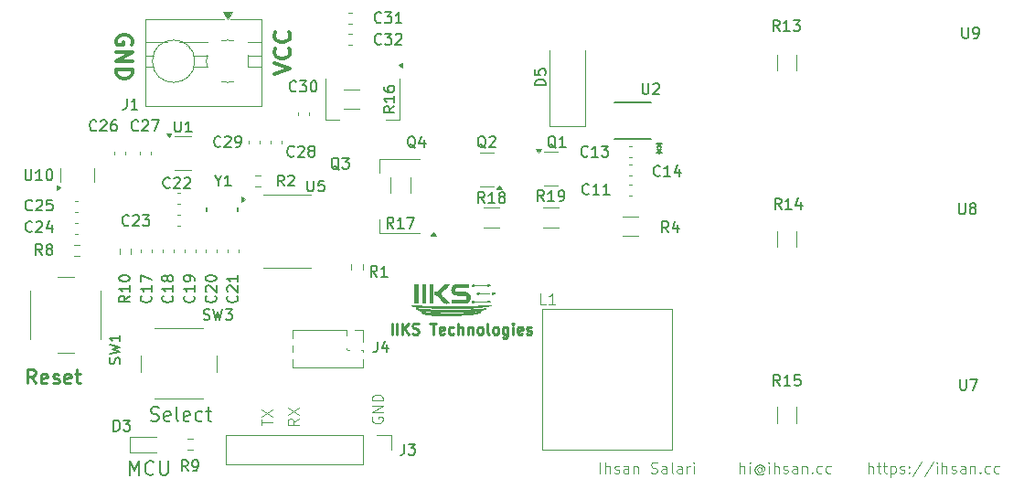
<source format=gbr>
%TF.GenerationSoftware,KiCad,Pcbnew,9.0.0*%
%TF.CreationDate,2025-08-28T16:21:24-07:00*%
%TF.ProjectId,Simple_12V_Panel,53696d70-6c65-45f3-9132-565f50616e65,rev?*%
%TF.SameCoordinates,Original*%
%TF.FileFunction,Legend,Top*%
%TF.FilePolarity,Positive*%
%FSLAX46Y46*%
G04 Gerber Fmt 4.6, Leading zero omitted, Abs format (unit mm)*
G04 Created by KiCad (PCBNEW 9.0.0) date 2025-08-28 16:21:24*
%MOMM*%
%LPD*%
G01*
G04 APERTURE LIST*
%ADD10C,0.100000*%
%ADD11C,0.300000*%
%ADD12C,0.250000*%
%ADD13C,0.000000*%
%ADD14C,0.200000*%
%ADD15C,0.260000*%
%ADD16C,0.150000*%
%ADD17C,0.152400*%
%ADD18C,0.120000*%
G04 APERTURE END LIST*
D10*
X142920038Y-118472306D02*
X142872419Y-118567544D01*
X142872419Y-118567544D02*
X142872419Y-118710401D01*
X142872419Y-118710401D02*
X142920038Y-118853258D01*
X142920038Y-118853258D02*
X143015276Y-118948496D01*
X143015276Y-118948496D02*
X143110514Y-118996115D01*
X143110514Y-118996115D02*
X143300990Y-119043734D01*
X143300990Y-119043734D02*
X143443847Y-119043734D01*
X143443847Y-119043734D02*
X143634323Y-118996115D01*
X143634323Y-118996115D02*
X143729561Y-118948496D01*
X143729561Y-118948496D02*
X143824800Y-118853258D01*
X143824800Y-118853258D02*
X143872419Y-118710401D01*
X143872419Y-118710401D02*
X143872419Y-118615163D01*
X143872419Y-118615163D02*
X143824800Y-118472306D01*
X143824800Y-118472306D02*
X143777180Y-118424687D01*
X143777180Y-118424687D02*
X143443847Y-118424687D01*
X143443847Y-118424687D02*
X143443847Y-118615163D01*
X143872419Y-117996115D02*
X142872419Y-117996115D01*
X142872419Y-117996115D02*
X143872419Y-117424687D01*
X143872419Y-117424687D02*
X142872419Y-117424687D01*
X143872419Y-116948496D02*
X142872419Y-116948496D01*
X142872419Y-116948496D02*
X142872419Y-116710401D01*
X142872419Y-116710401D02*
X142920038Y-116567544D01*
X142920038Y-116567544D02*
X143015276Y-116472306D01*
X143015276Y-116472306D02*
X143110514Y-116424687D01*
X143110514Y-116424687D02*
X143300990Y-116377068D01*
X143300990Y-116377068D02*
X143443847Y-116377068D01*
X143443847Y-116377068D02*
X143634323Y-116424687D01*
X143634323Y-116424687D02*
X143729561Y-116472306D01*
X143729561Y-116472306D02*
X143824800Y-116567544D01*
X143824800Y-116567544D02*
X143872419Y-116710401D01*
X143872419Y-116710401D02*
X143872419Y-116948496D01*
X136072419Y-118624687D02*
X135596228Y-118958020D01*
X136072419Y-119196115D02*
X135072419Y-119196115D01*
X135072419Y-119196115D02*
X135072419Y-118815163D01*
X135072419Y-118815163D02*
X135120038Y-118719925D01*
X135120038Y-118719925D02*
X135167657Y-118672306D01*
X135167657Y-118672306D02*
X135262895Y-118624687D01*
X135262895Y-118624687D02*
X135405752Y-118624687D01*
X135405752Y-118624687D02*
X135500990Y-118672306D01*
X135500990Y-118672306D02*
X135548609Y-118719925D01*
X135548609Y-118719925D02*
X135596228Y-118815163D01*
X135596228Y-118815163D02*
X135596228Y-119196115D01*
X135072419Y-118291353D02*
X136072419Y-117624687D01*
X135072419Y-117624687D02*
X136072419Y-118291353D01*
X132672419Y-119238972D02*
X132672419Y-118667544D01*
X133672419Y-118953258D02*
X132672419Y-118953258D01*
X132672419Y-118429448D02*
X133672419Y-117762782D01*
X132672419Y-117762782D02*
X133672419Y-118429448D01*
D11*
X120627742Y-83940225D02*
X120699171Y-83797368D01*
X120699171Y-83797368D02*
X120699171Y-83583082D01*
X120699171Y-83583082D02*
X120627742Y-83368796D01*
X120627742Y-83368796D02*
X120484885Y-83225939D01*
X120484885Y-83225939D02*
X120342028Y-83154510D01*
X120342028Y-83154510D02*
X120056314Y-83083082D01*
X120056314Y-83083082D02*
X119842028Y-83083082D01*
X119842028Y-83083082D02*
X119556314Y-83154510D01*
X119556314Y-83154510D02*
X119413457Y-83225939D01*
X119413457Y-83225939D02*
X119270600Y-83368796D01*
X119270600Y-83368796D02*
X119199171Y-83583082D01*
X119199171Y-83583082D02*
X119199171Y-83725939D01*
X119199171Y-83725939D02*
X119270600Y-83940225D01*
X119270600Y-83940225D02*
X119342028Y-84011653D01*
X119342028Y-84011653D02*
X119842028Y-84011653D01*
X119842028Y-84011653D02*
X119842028Y-83725939D01*
X119199171Y-84654510D02*
X120699171Y-84654510D01*
X120699171Y-84654510D02*
X119199171Y-85511653D01*
X119199171Y-85511653D02*
X120699171Y-85511653D01*
X119199171Y-86225939D02*
X120699171Y-86225939D01*
X120699171Y-86225939D02*
X120699171Y-86583082D01*
X120699171Y-86583082D02*
X120627742Y-86797368D01*
X120627742Y-86797368D02*
X120484885Y-86940225D01*
X120484885Y-86940225D02*
X120342028Y-87011654D01*
X120342028Y-87011654D02*
X120056314Y-87083082D01*
X120056314Y-87083082D02*
X119842028Y-87083082D01*
X119842028Y-87083082D02*
X119556314Y-87011654D01*
X119556314Y-87011654D02*
X119413457Y-86940225D01*
X119413457Y-86940225D02*
X119270600Y-86797368D01*
X119270600Y-86797368D02*
X119199171Y-86583082D01*
X119199171Y-86583082D02*
X119199171Y-86225939D01*
X133800828Y-86659774D02*
X135300828Y-86159774D01*
X135300828Y-86159774D02*
X133800828Y-85659774D01*
X135157971Y-84302632D02*
X135229400Y-84374060D01*
X135229400Y-84374060D02*
X135300828Y-84588346D01*
X135300828Y-84588346D02*
X135300828Y-84731203D01*
X135300828Y-84731203D02*
X135229400Y-84945489D01*
X135229400Y-84945489D02*
X135086542Y-85088346D01*
X135086542Y-85088346D02*
X134943685Y-85159775D01*
X134943685Y-85159775D02*
X134657971Y-85231203D01*
X134657971Y-85231203D02*
X134443685Y-85231203D01*
X134443685Y-85231203D02*
X134157971Y-85159775D01*
X134157971Y-85159775D02*
X134015114Y-85088346D01*
X134015114Y-85088346D02*
X133872257Y-84945489D01*
X133872257Y-84945489D02*
X133800828Y-84731203D01*
X133800828Y-84731203D02*
X133800828Y-84588346D01*
X133800828Y-84588346D02*
X133872257Y-84374060D01*
X133872257Y-84374060D02*
X133943685Y-84302632D01*
X135157971Y-82802632D02*
X135229400Y-82874060D01*
X135229400Y-82874060D02*
X135300828Y-83088346D01*
X135300828Y-83088346D02*
X135300828Y-83231203D01*
X135300828Y-83231203D02*
X135229400Y-83445489D01*
X135229400Y-83445489D02*
X135086542Y-83588346D01*
X135086542Y-83588346D02*
X134943685Y-83659775D01*
X134943685Y-83659775D02*
X134657971Y-83731203D01*
X134657971Y-83731203D02*
X134443685Y-83731203D01*
X134443685Y-83731203D02*
X134157971Y-83659775D01*
X134157971Y-83659775D02*
X134015114Y-83588346D01*
X134015114Y-83588346D02*
X133872257Y-83445489D01*
X133872257Y-83445489D02*
X133800828Y-83231203D01*
X133800828Y-83231203D02*
X133800828Y-83088346D01*
X133800828Y-83088346D02*
X133872257Y-82874060D01*
X133872257Y-82874060D02*
X133943685Y-82802632D01*
D10*
X164003884Y-123662475D02*
X164003884Y-122662475D01*
X164480074Y-123662475D02*
X164480074Y-122662475D01*
X164908645Y-123662475D02*
X164908645Y-123138665D01*
X164908645Y-123138665D02*
X164861026Y-123043427D01*
X164861026Y-123043427D02*
X164765788Y-122995808D01*
X164765788Y-122995808D02*
X164622931Y-122995808D01*
X164622931Y-122995808D02*
X164527693Y-123043427D01*
X164527693Y-123043427D02*
X164480074Y-123091046D01*
X165337217Y-123614856D02*
X165432455Y-123662475D01*
X165432455Y-123662475D02*
X165622931Y-123662475D01*
X165622931Y-123662475D02*
X165718169Y-123614856D01*
X165718169Y-123614856D02*
X165765788Y-123519617D01*
X165765788Y-123519617D02*
X165765788Y-123471998D01*
X165765788Y-123471998D02*
X165718169Y-123376760D01*
X165718169Y-123376760D02*
X165622931Y-123329141D01*
X165622931Y-123329141D02*
X165480074Y-123329141D01*
X165480074Y-123329141D02*
X165384836Y-123281522D01*
X165384836Y-123281522D02*
X165337217Y-123186284D01*
X165337217Y-123186284D02*
X165337217Y-123138665D01*
X165337217Y-123138665D02*
X165384836Y-123043427D01*
X165384836Y-123043427D02*
X165480074Y-122995808D01*
X165480074Y-122995808D02*
X165622931Y-122995808D01*
X165622931Y-122995808D02*
X165718169Y-123043427D01*
X166622931Y-123662475D02*
X166622931Y-123138665D01*
X166622931Y-123138665D02*
X166575312Y-123043427D01*
X166575312Y-123043427D02*
X166480074Y-122995808D01*
X166480074Y-122995808D02*
X166289598Y-122995808D01*
X166289598Y-122995808D02*
X166194360Y-123043427D01*
X166622931Y-123614856D02*
X166527693Y-123662475D01*
X166527693Y-123662475D02*
X166289598Y-123662475D01*
X166289598Y-123662475D02*
X166194360Y-123614856D01*
X166194360Y-123614856D02*
X166146741Y-123519617D01*
X166146741Y-123519617D02*
X166146741Y-123424379D01*
X166146741Y-123424379D02*
X166194360Y-123329141D01*
X166194360Y-123329141D02*
X166289598Y-123281522D01*
X166289598Y-123281522D02*
X166527693Y-123281522D01*
X166527693Y-123281522D02*
X166622931Y-123233903D01*
X167099122Y-122995808D02*
X167099122Y-123662475D01*
X167099122Y-123091046D02*
X167146741Y-123043427D01*
X167146741Y-123043427D02*
X167241979Y-122995808D01*
X167241979Y-122995808D02*
X167384836Y-122995808D01*
X167384836Y-122995808D02*
X167480074Y-123043427D01*
X167480074Y-123043427D02*
X167527693Y-123138665D01*
X167527693Y-123138665D02*
X167527693Y-123662475D01*
X168718170Y-123614856D02*
X168861027Y-123662475D01*
X168861027Y-123662475D02*
X169099122Y-123662475D01*
X169099122Y-123662475D02*
X169194360Y-123614856D01*
X169194360Y-123614856D02*
X169241979Y-123567236D01*
X169241979Y-123567236D02*
X169289598Y-123471998D01*
X169289598Y-123471998D02*
X169289598Y-123376760D01*
X169289598Y-123376760D02*
X169241979Y-123281522D01*
X169241979Y-123281522D02*
X169194360Y-123233903D01*
X169194360Y-123233903D02*
X169099122Y-123186284D01*
X169099122Y-123186284D02*
X168908646Y-123138665D01*
X168908646Y-123138665D02*
X168813408Y-123091046D01*
X168813408Y-123091046D02*
X168765789Y-123043427D01*
X168765789Y-123043427D02*
X168718170Y-122948189D01*
X168718170Y-122948189D02*
X168718170Y-122852951D01*
X168718170Y-122852951D02*
X168765789Y-122757713D01*
X168765789Y-122757713D02*
X168813408Y-122710094D01*
X168813408Y-122710094D02*
X168908646Y-122662475D01*
X168908646Y-122662475D02*
X169146741Y-122662475D01*
X169146741Y-122662475D02*
X169289598Y-122710094D01*
X170146741Y-123662475D02*
X170146741Y-123138665D01*
X170146741Y-123138665D02*
X170099122Y-123043427D01*
X170099122Y-123043427D02*
X170003884Y-122995808D01*
X170003884Y-122995808D02*
X169813408Y-122995808D01*
X169813408Y-122995808D02*
X169718170Y-123043427D01*
X170146741Y-123614856D02*
X170051503Y-123662475D01*
X170051503Y-123662475D02*
X169813408Y-123662475D01*
X169813408Y-123662475D02*
X169718170Y-123614856D01*
X169718170Y-123614856D02*
X169670551Y-123519617D01*
X169670551Y-123519617D02*
X169670551Y-123424379D01*
X169670551Y-123424379D02*
X169718170Y-123329141D01*
X169718170Y-123329141D02*
X169813408Y-123281522D01*
X169813408Y-123281522D02*
X170051503Y-123281522D01*
X170051503Y-123281522D02*
X170146741Y-123233903D01*
X170765789Y-123662475D02*
X170670551Y-123614856D01*
X170670551Y-123614856D02*
X170622932Y-123519617D01*
X170622932Y-123519617D02*
X170622932Y-122662475D01*
X171575313Y-123662475D02*
X171575313Y-123138665D01*
X171575313Y-123138665D02*
X171527694Y-123043427D01*
X171527694Y-123043427D02*
X171432456Y-122995808D01*
X171432456Y-122995808D02*
X171241980Y-122995808D01*
X171241980Y-122995808D02*
X171146742Y-123043427D01*
X171575313Y-123614856D02*
X171480075Y-123662475D01*
X171480075Y-123662475D02*
X171241980Y-123662475D01*
X171241980Y-123662475D02*
X171146742Y-123614856D01*
X171146742Y-123614856D02*
X171099123Y-123519617D01*
X171099123Y-123519617D02*
X171099123Y-123424379D01*
X171099123Y-123424379D02*
X171146742Y-123329141D01*
X171146742Y-123329141D02*
X171241980Y-123281522D01*
X171241980Y-123281522D02*
X171480075Y-123281522D01*
X171480075Y-123281522D02*
X171575313Y-123233903D01*
X172051504Y-123662475D02*
X172051504Y-122995808D01*
X172051504Y-123186284D02*
X172099123Y-123091046D01*
X172099123Y-123091046D02*
X172146742Y-123043427D01*
X172146742Y-123043427D02*
X172241980Y-122995808D01*
X172241980Y-122995808D02*
X172337218Y-122995808D01*
X172670552Y-123662475D02*
X172670552Y-122995808D01*
X172670552Y-122662475D02*
X172622933Y-122710094D01*
X172622933Y-122710094D02*
X172670552Y-122757713D01*
X172670552Y-122757713D02*
X172718171Y-122710094D01*
X172718171Y-122710094D02*
X172670552Y-122662475D01*
X172670552Y-122662475D02*
X172670552Y-122757713D01*
X176956267Y-123662475D02*
X176956267Y-122662475D01*
X177384838Y-123662475D02*
X177384838Y-123138665D01*
X177384838Y-123138665D02*
X177337219Y-123043427D01*
X177337219Y-123043427D02*
X177241981Y-122995808D01*
X177241981Y-122995808D02*
X177099124Y-122995808D01*
X177099124Y-122995808D02*
X177003886Y-123043427D01*
X177003886Y-123043427D02*
X176956267Y-123091046D01*
X177861029Y-123662475D02*
X177861029Y-122995808D01*
X177861029Y-122662475D02*
X177813410Y-122710094D01*
X177813410Y-122710094D02*
X177861029Y-122757713D01*
X177861029Y-122757713D02*
X177908648Y-122710094D01*
X177908648Y-122710094D02*
X177861029Y-122662475D01*
X177861029Y-122662475D02*
X177861029Y-122757713D01*
X178956266Y-123186284D02*
X178908647Y-123138665D01*
X178908647Y-123138665D02*
X178813409Y-123091046D01*
X178813409Y-123091046D02*
X178718171Y-123091046D01*
X178718171Y-123091046D02*
X178622933Y-123138665D01*
X178622933Y-123138665D02*
X178575314Y-123186284D01*
X178575314Y-123186284D02*
X178527695Y-123281522D01*
X178527695Y-123281522D02*
X178527695Y-123376760D01*
X178527695Y-123376760D02*
X178575314Y-123471998D01*
X178575314Y-123471998D02*
X178622933Y-123519617D01*
X178622933Y-123519617D02*
X178718171Y-123567236D01*
X178718171Y-123567236D02*
X178813409Y-123567236D01*
X178813409Y-123567236D02*
X178908647Y-123519617D01*
X178908647Y-123519617D02*
X178956266Y-123471998D01*
X178956266Y-123091046D02*
X178956266Y-123471998D01*
X178956266Y-123471998D02*
X179003885Y-123519617D01*
X179003885Y-123519617D02*
X179051504Y-123519617D01*
X179051504Y-123519617D02*
X179146743Y-123471998D01*
X179146743Y-123471998D02*
X179194362Y-123376760D01*
X179194362Y-123376760D02*
X179194362Y-123138665D01*
X179194362Y-123138665D02*
X179099124Y-122995808D01*
X179099124Y-122995808D02*
X178956266Y-122900570D01*
X178956266Y-122900570D02*
X178765790Y-122852951D01*
X178765790Y-122852951D02*
X178575314Y-122900570D01*
X178575314Y-122900570D02*
X178432457Y-122995808D01*
X178432457Y-122995808D02*
X178337219Y-123138665D01*
X178337219Y-123138665D02*
X178289600Y-123329141D01*
X178289600Y-123329141D02*
X178337219Y-123519617D01*
X178337219Y-123519617D02*
X178432457Y-123662475D01*
X178432457Y-123662475D02*
X178575314Y-123757713D01*
X178575314Y-123757713D02*
X178765790Y-123805332D01*
X178765790Y-123805332D02*
X178956266Y-123757713D01*
X178956266Y-123757713D02*
X179099124Y-123662475D01*
X179622933Y-123662475D02*
X179622933Y-122995808D01*
X179622933Y-122662475D02*
X179575314Y-122710094D01*
X179575314Y-122710094D02*
X179622933Y-122757713D01*
X179622933Y-122757713D02*
X179670552Y-122710094D01*
X179670552Y-122710094D02*
X179622933Y-122662475D01*
X179622933Y-122662475D02*
X179622933Y-122757713D01*
X180099123Y-123662475D02*
X180099123Y-122662475D01*
X180527694Y-123662475D02*
X180527694Y-123138665D01*
X180527694Y-123138665D02*
X180480075Y-123043427D01*
X180480075Y-123043427D02*
X180384837Y-122995808D01*
X180384837Y-122995808D02*
X180241980Y-122995808D01*
X180241980Y-122995808D02*
X180146742Y-123043427D01*
X180146742Y-123043427D02*
X180099123Y-123091046D01*
X180956266Y-123614856D02*
X181051504Y-123662475D01*
X181051504Y-123662475D02*
X181241980Y-123662475D01*
X181241980Y-123662475D02*
X181337218Y-123614856D01*
X181337218Y-123614856D02*
X181384837Y-123519617D01*
X181384837Y-123519617D02*
X181384837Y-123471998D01*
X181384837Y-123471998D02*
X181337218Y-123376760D01*
X181337218Y-123376760D02*
X181241980Y-123329141D01*
X181241980Y-123329141D02*
X181099123Y-123329141D01*
X181099123Y-123329141D02*
X181003885Y-123281522D01*
X181003885Y-123281522D02*
X180956266Y-123186284D01*
X180956266Y-123186284D02*
X180956266Y-123138665D01*
X180956266Y-123138665D02*
X181003885Y-123043427D01*
X181003885Y-123043427D02*
X181099123Y-122995808D01*
X181099123Y-122995808D02*
X181241980Y-122995808D01*
X181241980Y-122995808D02*
X181337218Y-123043427D01*
X182241980Y-123662475D02*
X182241980Y-123138665D01*
X182241980Y-123138665D02*
X182194361Y-123043427D01*
X182194361Y-123043427D02*
X182099123Y-122995808D01*
X182099123Y-122995808D02*
X181908647Y-122995808D01*
X181908647Y-122995808D02*
X181813409Y-123043427D01*
X182241980Y-123614856D02*
X182146742Y-123662475D01*
X182146742Y-123662475D02*
X181908647Y-123662475D01*
X181908647Y-123662475D02*
X181813409Y-123614856D01*
X181813409Y-123614856D02*
X181765790Y-123519617D01*
X181765790Y-123519617D02*
X181765790Y-123424379D01*
X181765790Y-123424379D02*
X181813409Y-123329141D01*
X181813409Y-123329141D02*
X181908647Y-123281522D01*
X181908647Y-123281522D02*
X182146742Y-123281522D01*
X182146742Y-123281522D02*
X182241980Y-123233903D01*
X182718171Y-122995808D02*
X182718171Y-123662475D01*
X182718171Y-123091046D02*
X182765790Y-123043427D01*
X182765790Y-123043427D02*
X182861028Y-122995808D01*
X182861028Y-122995808D02*
X183003885Y-122995808D01*
X183003885Y-122995808D02*
X183099123Y-123043427D01*
X183099123Y-123043427D02*
X183146742Y-123138665D01*
X183146742Y-123138665D02*
X183146742Y-123662475D01*
X183622933Y-123567236D02*
X183670552Y-123614856D01*
X183670552Y-123614856D02*
X183622933Y-123662475D01*
X183622933Y-123662475D02*
X183575314Y-123614856D01*
X183575314Y-123614856D02*
X183622933Y-123567236D01*
X183622933Y-123567236D02*
X183622933Y-123662475D01*
X184527694Y-123614856D02*
X184432456Y-123662475D01*
X184432456Y-123662475D02*
X184241980Y-123662475D01*
X184241980Y-123662475D02*
X184146742Y-123614856D01*
X184146742Y-123614856D02*
X184099123Y-123567236D01*
X184099123Y-123567236D02*
X184051504Y-123471998D01*
X184051504Y-123471998D02*
X184051504Y-123186284D01*
X184051504Y-123186284D02*
X184099123Y-123091046D01*
X184099123Y-123091046D02*
X184146742Y-123043427D01*
X184146742Y-123043427D02*
X184241980Y-122995808D01*
X184241980Y-122995808D02*
X184432456Y-122995808D01*
X184432456Y-122995808D02*
X184527694Y-123043427D01*
X185384837Y-123614856D02*
X185289599Y-123662475D01*
X185289599Y-123662475D02*
X185099123Y-123662475D01*
X185099123Y-123662475D02*
X185003885Y-123614856D01*
X185003885Y-123614856D02*
X184956266Y-123567236D01*
X184956266Y-123567236D02*
X184908647Y-123471998D01*
X184908647Y-123471998D02*
X184908647Y-123186284D01*
X184908647Y-123186284D02*
X184956266Y-123091046D01*
X184956266Y-123091046D02*
X185003885Y-123043427D01*
X185003885Y-123043427D02*
X185099123Y-122995808D01*
X185099123Y-122995808D02*
X185289599Y-122995808D01*
X185289599Y-122995808D02*
X185384837Y-123043427D01*
X188861029Y-123662475D02*
X188861029Y-122662475D01*
X189289600Y-123662475D02*
X189289600Y-123138665D01*
X189289600Y-123138665D02*
X189241981Y-123043427D01*
X189241981Y-123043427D02*
X189146743Y-122995808D01*
X189146743Y-122995808D02*
X189003886Y-122995808D01*
X189003886Y-122995808D02*
X188908648Y-123043427D01*
X188908648Y-123043427D02*
X188861029Y-123091046D01*
X189622934Y-122995808D02*
X190003886Y-122995808D01*
X189765791Y-122662475D02*
X189765791Y-123519617D01*
X189765791Y-123519617D02*
X189813410Y-123614856D01*
X189813410Y-123614856D02*
X189908648Y-123662475D01*
X189908648Y-123662475D02*
X190003886Y-123662475D01*
X190194363Y-122995808D02*
X190575315Y-122995808D01*
X190337220Y-122662475D02*
X190337220Y-123519617D01*
X190337220Y-123519617D02*
X190384839Y-123614856D01*
X190384839Y-123614856D02*
X190480077Y-123662475D01*
X190480077Y-123662475D02*
X190575315Y-123662475D01*
X190908649Y-122995808D02*
X190908649Y-123995808D01*
X190908649Y-123043427D02*
X191003887Y-122995808D01*
X191003887Y-122995808D02*
X191194363Y-122995808D01*
X191194363Y-122995808D02*
X191289601Y-123043427D01*
X191289601Y-123043427D02*
X191337220Y-123091046D01*
X191337220Y-123091046D02*
X191384839Y-123186284D01*
X191384839Y-123186284D02*
X191384839Y-123471998D01*
X191384839Y-123471998D02*
X191337220Y-123567236D01*
X191337220Y-123567236D02*
X191289601Y-123614856D01*
X191289601Y-123614856D02*
X191194363Y-123662475D01*
X191194363Y-123662475D02*
X191003887Y-123662475D01*
X191003887Y-123662475D02*
X190908649Y-123614856D01*
X191765792Y-123614856D02*
X191861030Y-123662475D01*
X191861030Y-123662475D02*
X192051506Y-123662475D01*
X192051506Y-123662475D02*
X192146744Y-123614856D01*
X192146744Y-123614856D02*
X192194363Y-123519617D01*
X192194363Y-123519617D02*
X192194363Y-123471998D01*
X192194363Y-123471998D02*
X192146744Y-123376760D01*
X192146744Y-123376760D02*
X192051506Y-123329141D01*
X192051506Y-123329141D02*
X191908649Y-123329141D01*
X191908649Y-123329141D02*
X191813411Y-123281522D01*
X191813411Y-123281522D02*
X191765792Y-123186284D01*
X191765792Y-123186284D02*
X191765792Y-123138665D01*
X191765792Y-123138665D02*
X191813411Y-123043427D01*
X191813411Y-123043427D02*
X191908649Y-122995808D01*
X191908649Y-122995808D02*
X192051506Y-122995808D01*
X192051506Y-122995808D02*
X192146744Y-123043427D01*
X192622935Y-123567236D02*
X192670554Y-123614856D01*
X192670554Y-123614856D02*
X192622935Y-123662475D01*
X192622935Y-123662475D02*
X192575316Y-123614856D01*
X192575316Y-123614856D02*
X192622935Y-123567236D01*
X192622935Y-123567236D02*
X192622935Y-123662475D01*
X192622935Y-123043427D02*
X192670554Y-123091046D01*
X192670554Y-123091046D02*
X192622935Y-123138665D01*
X192622935Y-123138665D02*
X192575316Y-123091046D01*
X192575316Y-123091046D02*
X192622935Y-123043427D01*
X192622935Y-123043427D02*
X192622935Y-123138665D01*
X193813410Y-122614856D02*
X192956268Y-123900570D01*
X194861029Y-122614856D02*
X194003887Y-123900570D01*
X195194363Y-123662475D02*
X195194363Y-122995808D01*
X195194363Y-122662475D02*
X195146744Y-122710094D01*
X195146744Y-122710094D02*
X195194363Y-122757713D01*
X195194363Y-122757713D02*
X195241982Y-122710094D01*
X195241982Y-122710094D02*
X195194363Y-122662475D01*
X195194363Y-122662475D02*
X195194363Y-122757713D01*
X195670553Y-123662475D02*
X195670553Y-122662475D01*
X196099124Y-123662475D02*
X196099124Y-123138665D01*
X196099124Y-123138665D02*
X196051505Y-123043427D01*
X196051505Y-123043427D02*
X195956267Y-122995808D01*
X195956267Y-122995808D02*
X195813410Y-122995808D01*
X195813410Y-122995808D02*
X195718172Y-123043427D01*
X195718172Y-123043427D02*
X195670553Y-123091046D01*
X196527696Y-123614856D02*
X196622934Y-123662475D01*
X196622934Y-123662475D02*
X196813410Y-123662475D01*
X196813410Y-123662475D02*
X196908648Y-123614856D01*
X196908648Y-123614856D02*
X196956267Y-123519617D01*
X196956267Y-123519617D02*
X196956267Y-123471998D01*
X196956267Y-123471998D02*
X196908648Y-123376760D01*
X196908648Y-123376760D02*
X196813410Y-123329141D01*
X196813410Y-123329141D02*
X196670553Y-123329141D01*
X196670553Y-123329141D02*
X196575315Y-123281522D01*
X196575315Y-123281522D02*
X196527696Y-123186284D01*
X196527696Y-123186284D02*
X196527696Y-123138665D01*
X196527696Y-123138665D02*
X196575315Y-123043427D01*
X196575315Y-123043427D02*
X196670553Y-122995808D01*
X196670553Y-122995808D02*
X196813410Y-122995808D01*
X196813410Y-122995808D02*
X196908648Y-123043427D01*
X197813410Y-123662475D02*
X197813410Y-123138665D01*
X197813410Y-123138665D02*
X197765791Y-123043427D01*
X197765791Y-123043427D02*
X197670553Y-122995808D01*
X197670553Y-122995808D02*
X197480077Y-122995808D01*
X197480077Y-122995808D02*
X197384839Y-123043427D01*
X197813410Y-123614856D02*
X197718172Y-123662475D01*
X197718172Y-123662475D02*
X197480077Y-123662475D01*
X197480077Y-123662475D02*
X197384839Y-123614856D01*
X197384839Y-123614856D02*
X197337220Y-123519617D01*
X197337220Y-123519617D02*
X197337220Y-123424379D01*
X197337220Y-123424379D02*
X197384839Y-123329141D01*
X197384839Y-123329141D02*
X197480077Y-123281522D01*
X197480077Y-123281522D02*
X197718172Y-123281522D01*
X197718172Y-123281522D02*
X197813410Y-123233903D01*
X198289601Y-122995808D02*
X198289601Y-123662475D01*
X198289601Y-123091046D02*
X198337220Y-123043427D01*
X198337220Y-123043427D02*
X198432458Y-122995808D01*
X198432458Y-122995808D02*
X198575315Y-122995808D01*
X198575315Y-122995808D02*
X198670553Y-123043427D01*
X198670553Y-123043427D02*
X198718172Y-123138665D01*
X198718172Y-123138665D02*
X198718172Y-123662475D01*
X199194363Y-123567236D02*
X199241982Y-123614856D01*
X199241982Y-123614856D02*
X199194363Y-123662475D01*
X199194363Y-123662475D02*
X199146744Y-123614856D01*
X199146744Y-123614856D02*
X199194363Y-123567236D01*
X199194363Y-123567236D02*
X199194363Y-123662475D01*
X200099124Y-123614856D02*
X200003886Y-123662475D01*
X200003886Y-123662475D02*
X199813410Y-123662475D01*
X199813410Y-123662475D02*
X199718172Y-123614856D01*
X199718172Y-123614856D02*
X199670553Y-123567236D01*
X199670553Y-123567236D02*
X199622934Y-123471998D01*
X199622934Y-123471998D02*
X199622934Y-123186284D01*
X199622934Y-123186284D02*
X199670553Y-123091046D01*
X199670553Y-123091046D02*
X199718172Y-123043427D01*
X199718172Y-123043427D02*
X199813410Y-122995808D01*
X199813410Y-122995808D02*
X200003886Y-122995808D01*
X200003886Y-122995808D02*
X200099124Y-123043427D01*
X200956267Y-123614856D02*
X200861029Y-123662475D01*
X200861029Y-123662475D02*
X200670553Y-123662475D01*
X200670553Y-123662475D02*
X200575315Y-123614856D01*
X200575315Y-123614856D02*
X200527696Y-123567236D01*
X200527696Y-123567236D02*
X200480077Y-123471998D01*
X200480077Y-123471998D02*
X200480077Y-123186284D01*
X200480077Y-123186284D02*
X200527696Y-123091046D01*
X200527696Y-123091046D02*
X200575315Y-123043427D01*
X200575315Y-123043427D02*
X200670553Y-122995808D01*
X200670553Y-122995808D02*
X200861029Y-122995808D01*
X200861029Y-122995808D02*
X200956267Y-123043427D01*
D12*
X144733377Y-110789839D02*
X144733377Y-109789839D01*
X145209567Y-110789839D02*
X145209567Y-109789839D01*
X145685757Y-110789839D02*
X145685757Y-109789839D01*
X146257185Y-110789839D02*
X145828614Y-110218410D01*
X146257185Y-109789839D02*
X145685757Y-110361267D01*
X146638138Y-110742220D02*
X146780995Y-110789839D01*
X146780995Y-110789839D02*
X147019090Y-110789839D01*
X147019090Y-110789839D02*
X147114328Y-110742220D01*
X147114328Y-110742220D02*
X147161947Y-110694600D01*
X147161947Y-110694600D02*
X147209566Y-110599362D01*
X147209566Y-110599362D02*
X147209566Y-110504124D01*
X147209566Y-110504124D02*
X147161947Y-110408886D01*
X147161947Y-110408886D02*
X147114328Y-110361267D01*
X147114328Y-110361267D02*
X147019090Y-110313648D01*
X147019090Y-110313648D02*
X146828614Y-110266029D01*
X146828614Y-110266029D02*
X146733376Y-110218410D01*
X146733376Y-110218410D02*
X146685757Y-110170791D01*
X146685757Y-110170791D02*
X146638138Y-110075553D01*
X146638138Y-110075553D02*
X146638138Y-109980315D01*
X146638138Y-109980315D02*
X146685757Y-109885077D01*
X146685757Y-109885077D02*
X146733376Y-109837458D01*
X146733376Y-109837458D02*
X146828614Y-109789839D01*
X146828614Y-109789839D02*
X147066709Y-109789839D01*
X147066709Y-109789839D02*
X147209566Y-109837458D01*
X148257186Y-109789839D02*
X148828614Y-109789839D01*
X148542900Y-110789839D02*
X148542900Y-109789839D01*
X149542900Y-110742220D02*
X149447662Y-110789839D01*
X149447662Y-110789839D02*
X149257186Y-110789839D01*
X149257186Y-110789839D02*
X149161948Y-110742220D01*
X149161948Y-110742220D02*
X149114329Y-110646981D01*
X149114329Y-110646981D02*
X149114329Y-110266029D01*
X149114329Y-110266029D02*
X149161948Y-110170791D01*
X149161948Y-110170791D02*
X149257186Y-110123172D01*
X149257186Y-110123172D02*
X149447662Y-110123172D01*
X149447662Y-110123172D02*
X149542900Y-110170791D01*
X149542900Y-110170791D02*
X149590519Y-110266029D01*
X149590519Y-110266029D02*
X149590519Y-110361267D01*
X149590519Y-110361267D02*
X149114329Y-110456505D01*
X150447662Y-110742220D02*
X150352424Y-110789839D01*
X150352424Y-110789839D02*
X150161948Y-110789839D01*
X150161948Y-110789839D02*
X150066710Y-110742220D01*
X150066710Y-110742220D02*
X150019091Y-110694600D01*
X150019091Y-110694600D02*
X149971472Y-110599362D01*
X149971472Y-110599362D02*
X149971472Y-110313648D01*
X149971472Y-110313648D02*
X150019091Y-110218410D01*
X150019091Y-110218410D02*
X150066710Y-110170791D01*
X150066710Y-110170791D02*
X150161948Y-110123172D01*
X150161948Y-110123172D02*
X150352424Y-110123172D01*
X150352424Y-110123172D02*
X150447662Y-110170791D01*
X150876234Y-110789839D02*
X150876234Y-109789839D01*
X151304805Y-110789839D02*
X151304805Y-110266029D01*
X151304805Y-110266029D02*
X151257186Y-110170791D01*
X151257186Y-110170791D02*
X151161948Y-110123172D01*
X151161948Y-110123172D02*
X151019091Y-110123172D01*
X151019091Y-110123172D02*
X150923853Y-110170791D01*
X150923853Y-110170791D02*
X150876234Y-110218410D01*
X151780996Y-110123172D02*
X151780996Y-110789839D01*
X151780996Y-110218410D02*
X151828615Y-110170791D01*
X151828615Y-110170791D02*
X151923853Y-110123172D01*
X151923853Y-110123172D02*
X152066710Y-110123172D01*
X152066710Y-110123172D02*
X152161948Y-110170791D01*
X152161948Y-110170791D02*
X152209567Y-110266029D01*
X152209567Y-110266029D02*
X152209567Y-110789839D01*
X152828615Y-110789839D02*
X152733377Y-110742220D01*
X152733377Y-110742220D02*
X152685758Y-110694600D01*
X152685758Y-110694600D02*
X152638139Y-110599362D01*
X152638139Y-110599362D02*
X152638139Y-110313648D01*
X152638139Y-110313648D02*
X152685758Y-110218410D01*
X152685758Y-110218410D02*
X152733377Y-110170791D01*
X152733377Y-110170791D02*
X152828615Y-110123172D01*
X152828615Y-110123172D02*
X152971472Y-110123172D01*
X152971472Y-110123172D02*
X153066710Y-110170791D01*
X153066710Y-110170791D02*
X153114329Y-110218410D01*
X153114329Y-110218410D02*
X153161948Y-110313648D01*
X153161948Y-110313648D02*
X153161948Y-110599362D01*
X153161948Y-110599362D02*
X153114329Y-110694600D01*
X153114329Y-110694600D02*
X153066710Y-110742220D01*
X153066710Y-110742220D02*
X152971472Y-110789839D01*
X152971472Y-110789839D02*
X152828615Y-110789839D01*
X153733377Y-110789839D02*
X153638139Y-110742220D01*
X153638139Y-110742220D02*
X153590520Y-110646981D01*
X153590520Y-110646981D02*
X153590520Y-109789839D01*
X154257187Y-110789839D02*
X154161949Y-110742220D01*
X154161949Y-110742220D02*
X154114330Y-110694600D01*
X154114330Y-110694600D02*
X154066711Y-110599362D01*
X154066711Y-110599362D02*
X154066711Y-110313648D01*
X154066711Y-110313648D02*
X154114330Y-110218410D01*
X154114330Y-110218410D02*
X154161949Y-110170791D01*
X154161949Y-110170791D02*
X154257187Y-110123172D01*
X154257187Y-110123172D02*
X154400044Y-110123172D01*
X154400044Y-110123172D02*
X154495282Y-110170791D01*
X154495282Y-110170791D02*
X154542901Y-110218410D01*
X154542901Y-110218410D02*
X154590520Y-110313648D01*
X154590520Y-110313648D02*
X154590520Y-110599362D01*
X154590520Y-110599362D02*
X154542901Y-110694600D01*
X154542901Y-110694600D02*
X154495282Y-110742220D01*
X154495282Y-110742220D02*
X154400044Y-110789839D01*
X154400044Y-110789839D02*
X154257187Y-110789839D01*
X155447663Y-110123172D02*
X155447663Y-110932696D01*
X155447663Y-110932696D02*
X155400044Y-111027934D01*
X155400044Y-111027934D02*
X155352425Y-111075553D01*
X155352425Y-111075553D02*
X155257187Y-111123172D01*
X155257187Y-111123172D02*
X155114330Y-111123172D01*
X155114330Y-111123172D02*
X155019092Y-111075553D01*
X155447663Y-110742220D02*
X155352425Y-110789839D01*
X155352425Y-110789839D02*
X155161949Y-110789839D01*
X155161949Y-110789839D02*
X155066711Y-110742220D01*
X155066711Y-110742220D02*
X155019092Y-110694600D01*
X155019092Y-110694600D02*
X154971473Y-110599362D01*
X154971473Y-110599362D02*
X154971473Y-110313648D01*
X154971473Y-110313648D02*
X155019092Y-110218410D01*
X155019092Y-110218410D02*
X155066711Y-110170791D01*
X155066711Y-110170791D02*
X155161949Y-110123172D01*
X155161949Y-110123172D02*
X155352425Y-110123172D01*
X155352425Y-110123172D02*
X155447663Y-110170791D01*
X155923854Y-110789839D02*
X155923854Y-110123172D01*
X155923854Y-109789839D02*
X155876235Y-109837458D01*
X155876235Y-109837458D02*
X155923854Y-109885077D01*
X155923854Y-109885077D02*
X155971473Y-109837458D01*
X155971473Y-109837458D02*
X155923854Y-109789839D01*
X155923854Y-109789839D02*
X155923854Y-109885077D01*
X156780996Y-110742220D02*
X156685758Y-110789839D01*
X156685758Y-110789839D02*
X156495282Y-110789839D01*
X156495282Y-110789839D02*
X156400044Y-110742220D01*
X156400044Y-110742220D02*
X156352425Y-110646981D01*
X156352425Y-110646981D02*
X156352425Y-110266029D01*
X156352425Y-110266029D02*
X156400044Y-110170791D01*
X156400044Y-110170791D02*
X156495282Y-110123172D01*
X156495282Y-110123172D02*
X156685758Y-110123172D01*
X156685758Y-110123172D02*
X156780996Y-110170791D01*
X156780996Y-110170791D02*
X156828615Y-110266029D01*
X156828615Y-110266029D02*
X156828615Y-110361267D01*
X156828615Y-110361267D02*
X156352425Y-110456505D01*
X157209568Y-110742220D02*
X157304806Y-110789839D01*
X157304806Y-110789839D02*
X157495282Y-110789839D01*
X157495282Y-110789839D02*
X157590520Y-110742220D01*
X157590520Y-110742220D02*
X157638139Y-110646981D01*
X157638139Y-110646981D02*
X157638139Y-110599362D01*
X157638139Y-110599362D02*
X157590520Y-110504124D01*
X157590520Y-110504124D02*
X157495282Y-110456505D01*
X157495282Y-110456505D02*
X157352425Y-110456505D01*
X157352425Y-110456505D02*
X157257187Y-110408886D01*
X157257187Y-110408886D02*
X157209568Y-110313648D01*
X157209568Y-110313648D02*
X157209568Y-110266029D01*
X157209568Y-110266029D02*
X157257187Y-110170791D01*
X157257187Y-110170791D02*
X157352425Y-110123172D01*
X157352425Y-110123172D02*
X157495282Y-110123172D01*
X157495282Y-110123172D02*
X157590520Y-110170791D01*
D13*
G36*
X149147851Y-106649602D02*
G01*
X149147683Y-106660379D01*
X149147354Y-106669811D01*
X149146812Y-106678071D01*
X149146004Y-106685330D01*
X149144876Y-106691761D01*
X149143375Y-106697535D01*
X149141448Y-106702825D01*
X149139041Y-106707803D01*
X149136101Y-106712640D01*
X149132575Y-106717508D01*
X149128409Y-106722580D01*
X149123551Y-106728028D01*
X149111542Y-106740737D01*
X149068547Y-106782078D01*
X149015631Y-106887911D01*
X148698131Y-106887911D01*
X148698131Y-106861453D01*
X148803964Y-106861453D01*
X148818995Y-106859681D01*
X148833563Y-106857421D01*
X148847685Y-106854686D01*
X148861381Y-106851488D01*
X148874668Y-106847838D01*
X148887568Y-106843751D01*
X148900097Y-106839236D01*
X148912274Y-106834307D01*
X148924119Y-106828976D01*
X148935650Y-106823255D01*
X148957846Y-106810691D01*
X148979012Y-106796712D01*
X148999298Y-106781417D01*
X149018854Y-106764902D01*
X149037830Y-106747265D01*
X149056377Y-106728603D01*
X149074644Y-106709013D01*
X149110941Y-106667441D01*
X149147923Y-106623328D01*
X149147851Y-106649602D01*
G37*
G36*
X153884342Y-108077663D02*
G01*
X153936881Y-108078536D01*
X153930794Y-108095210D01*
X153925796Y-108108419D01*
X153923512Y-108114111D01*
X153921268Y-108119403D01*
X153918986Y-108124449D01*
X153916589Y-108129404D01*
X153914000Y-108134422D01*
X153911140Y-108139660D01*
X153907932Y-108145272D01*
X153904299Y-108151413D01*
X153895447Y-108165903D01*
X153883964Y-108184369D01*
X153850942Y-108198220D01*
X153817272Y-108210820D01*
X153783025Y-108222258D01*
X153748268Y-108232620D01*
X153713073Y-108241996D01*
X153677508Y-108250473D01*
X153605545Y-108265080D01*
X153532935Y-108277142D01*
X153460231Y-108287363D01*
X153316764Y-108305086D01*
X153238984Y-108314885D01*
X153062505Y-108335144D01*
X152885621Y-108353274D01*
X152708410Y-108368893D01*
X152530951Y-108381622D01*
X152353323Y-108391081D01*
X152175605Y-108396890D01*
X151997876Y-108398668D01*
X151820214Y-108396036D01*
X151820214Y-108369578D01*
X152375839Y-108316661D01*
X152375839Y-108237286D01*
X150920631Y-108237286D01*
X150920631Y-108210828D01*
X150975430Y-108209353D01*
X151671386Y-108189331D01*
X151727663Y-108187632D01*
X152130479Y-108173802D01*
X152532883Y-108156045D01*
X152935026Y-108133194D01*
X153337059Y-108104084D01*
X153461044Y-108094039D01*
X153518405Y-108089366D01*
X153570832Y-108085634D01*
X153623126Y-108082625D01*
X153675338Y-108080317D01*
X153727515Y-108078688D01*
X153779709Y-108077717D01*
X153831968Y-108077383D01*
X153884342Y-108077663D01*
G37*
G36*
X150824146Y-106144080D02*
G01*
X150903578Y-106144494D01*
X150985099Y-106144608D01*
X151243092Y-106145424D01*
X151417913Y-106145786D01*
X151846672Y-106147078D01*
X151846672Y-106491036D01*
X151741065Y-106492205D01*
X151353647Y-106497980D01*
X151185879Y-106500202D01*
X151065396Y-106501855D01*
X150944919Y-106503955D01*
X150868994Y-106504468D01*
X150798384Y-106506055D01*
X150736247Y-106506945D01*
X150723930Y-106509555D01*
X150712570Y-106512375D01*
X150702075Y-106515448D01*
X150692356Y-106518813D01*
X150683320Y-106522512D01*
X150674879Y-106526584D01*
X150666940Y-106531072D01*
X150659413Y-106536016D01*
X150652207Y-106541456D01*
X150645231Y-106547434D01*
X150638395Y-106553990D01*
X150631608Y-106561164D01*
X150624779Y-106568999D01*
X150617817Y-106577534D01*
X150610631Y-106586811D01*
X150603131Y-106596870D01*
X150599513Y-106627982D01*
X150596929Y-106652478D01*
X150596024Y-106662924D01*
X150595378Y-106672530D01*
X150594990Y-106681567D01*
X150594861Y-106690307D01*
X150594990Y-106699021D01*
X150595378Y-106707980D01*
X150596024Y-106717456D01*
X150596929Y-106727719D01*
X150599513Y-106751695D01*
X150603131Y-106782078D01*
X150610257Y-106788990D01*
X150617282Y-106795377D01*
X150624217Y-106801259D01*
X150631075Y-106806656D01*
X150637869Y-106811588D01*
X150644613Y-106816076D01*
X150651318Y-106820139D01*
X150657997Y-106823799D01*
X150664664Y-106827075D01*
X150671331Y-106829988D01*
X150678010Y-106832558D01*
X150684715Y-106834805D01*
X150691458Y-106836749D01*
X150698253Y-106838411D01*
X150712046Y-106840970D01*
X150726196Y-106842642D01*
X150740806Y-106843591D01*
X150755978Y-106843977D01*
X150771814Y-106843965D01*
X150805886Y-106843389D01*
X150843839Y-106843160D01*
X150959440Y-106845175D01*
X151141076Y-106847067D01*
X151322537Y-106849181D01*
X151461119Y-106852776D01*
X151517005Y-106855751D01*
X151565381Y-106859842D01*
X151607317Y-106865299D01*
X151643883Y-106872370D01*
X151676149Y-106881303D01*
X151705184Y-106892348D01*
X151732059Y-106905754D01*
X151757844Y-106921769D01*
X151783608Y-106940642D01*
X151810422Y-106962621D01*
X151871477Y-107016896D01*
X151915195Y-107054723D01*
X151925290Y-107067341D01*
X151934706Y-107080087D01*
X151943466Y-107092958D01*
X151951593Y-107105952D01*
X151966038Y-107132301D01*
X151978226Y-107159115D01*
X151988341Y-107186378D01*
X151996566Y-107214071D01*
X152003085Y-107242177D01*
X152008083Y-107270679D01*
X152011743Y-107299558D01*
X152014249Y-107328798D01*
X152015785Y-107358380D01*
X152016534Y-107388288D01*
X152016409Y-107449008D01*
X152015344Y-107510819D01*
X152012457Y-107534399D01*
X152008991Y-107557006D01*
X152004899Y-107578714D01*
X152000133Y-107599600D01*
X151994646Y-107619741D01*
X151988390Y-107639214D01*
X151981319Y-107658093D01*
X151973384Y-107676457D01*
X151964538Y-107694381D01*
X151954734Y-107711942D01*
X151943924Y-107729215D01*
X151932061Y-107746278D01*
X151919098Y-107763207D01*
X151904987Y-107780079D01*
X151889680Y-107796968D01*
X151873131Y-107813953D01*
X151848118Y-107832246D01*
X151823172Y-107848999D01*
X151798231Y-107864260D01*
X151773233Y-107878080D01*
X151748115Y-107890505D01*
X151722816Y-107901587D01*
X151697273Y-107911373D01*
X151671425Y-107919913D01*
X151645210Y-107927256D01*
X151618565Y-107933450D01*
X151591429Y-107938545D01*
X151563739Y-107942590D01*
X151535434Y-107945634D01*
X151506452Y-107947726D01*
X151476729Y-107948914D01*
X151446206Y-107949248D01*
X151364365Y-107949242D01*
X151276578Y-107948828D01*
X151186272Y-107948715D01*
X150900787Y-107947898D01*
X150707207Y-107947536D01*
X150232714Y-107946244D01*
X150232714Y-107602286D01*
X150350046Y-107600277D01*
X150780807Y-107592435D01*
X150967282Y-107589128D01*
X151235237Y-107584200D01*
X151319516Y-107582859D01*
X151398147Y-107581260D01*
X151467227Y-107580014D01*
X151489070Y-107578222D01*
X151510382Y-107575842D01*
X151531306Y-107572877D01*
X151551981Y-107569330D01*
X151572547Y-107565203D01*
X151593147Y-107560499D01*
X151613919Y-107555220D01*
X151635006Y-107549369D01*
X151636876Y-107491498D01*
X151638313Y-107433614D01*
X151640174Y-107368502D01*
X151640220Y-107347646D01*
X151640013Y-107339027D01*
X151639540Y-107331397D01*
X151638714Y-107324596D01*
X151638143Y-107321456D01*
X151637452Y-107318462D01*
X151636631Y-107315596D01*
X151635669Y-107312835D01*
X151634554Y-107310160D01*
X151633278Y-107307552D01*
X151631828Y-107304989D01*
X151630195Y-107302452D01*
X151628367Y-107299921D01*
X151626335Y-107297374D01*
X151624087Y-107294793D01*
X151621612Y-107292157D01*
X151615943Y-107286639D01*
X151609241Y-107280658D01*
X151601421Y-107274053D01*
X151582089Y-107258328D01*
X151563505Y-107251941D01*
X151544792Y-107246475D01*
X151525960Y-107241857D01*
X151507020Y-107238015D01*
X151487980Y-107234877D01*
X151468850Y-107232372D01*
X151449639Y-107230427D01*
X151430358Y-107228971D01*
X151391623Y-107227238D01*
X151352719Y-107226596D01*
X151274718Y-107226288D01*
X151154932Y-107224015D01*
X151061057Y-107222485D01*
X150967178Y-107221250D01*
X150876205Y-107219841D01*
X150785238Y-107218020D01*
X150729099Y-107217760D01*
X150702613Y-107216699D01*
X150676967Y-107214833D01*
X150652095Y-107212130D01*
X150627932Y-107208556D01*
X150604413Y-107204081D01*
X150581473Y-107198672D01*
X150559047Y-107192297D01*
X150537069Y-107184924D01*
X150515474Y-107176520D01*
X150494197Y-107167053D01*
X150473172Y-107156492D01*
X150452335Y-107144805D01*
X150431619Y-107131958D01*
X150410961Y-107117920D01*
X150390294Y-107102659D01*
X150369553Y-107086142D01*
X150350698Y-107064120D01*
X150333051Y-107042266D01*
X150316600Y-107020490D01*
X150301334Y-106998698D01*
X150287240Y-106976801D01*
X150274308Y-106954705D01*
X150262525Y-106932320D01*
X150251880Y-106909554D01*
X150242361Y-106886315D01*
X150233955Y-106862511D01*
X150226652Y-106838051D01*
X150220439Y-106812844D01*
X150215305Y-106786797D01*
X150211237Y-106759819D01*
X150208225Y-106731818D01*
X150206256Y-106702703D01*
X150208859Y-106672473D01*
X150212103Y-106642857D01*
X150216060Y-106613831D01*
X150220801Y-106585371D01*
X150226398Y-106557453D01*
X150232923Y-106530054D01*
X150240447Y-106503149D01*
X150249044Y-106476716D01*
X150258783Y-106450731D01*
X150269738Y-106425169D01*
X150281980Y-106400007D01*
X150295580Y-106375222D01*
X150310611Y-106350789D01*
X150327145Y-106326685D01*
X150345252Y-106302887D01*
X150365006Y-106279370D01*
X150387684Y-106263653D01*
X150410274Y-106248813D01*
X150432835Y-106234868D01*
X150455426Y-106221839D01*
X150478106Y-106209746D01*
X150500934Y-106198607D01*
X150523968Y-106188443D01*
X150547269Y-106179273D01*
X150570894Y-106171117D01*
X150594904Y-106163995D01*
X150619356Y-106157927D01*
X150644310Y-106152931D01*
X150669825Y-106149028D01*
X150695959Y-106146238D01*
X150722773Y-106144580D01*
X150750324Y-106144074D01*
X150824146Y-106144080D01*
G37*
G36*
X153014578Y-108164384D02*
G01*
X153026344Y-108165229D01*
X153038196Y-108166578D01*
X153050232Y-108168416D01*
X153062554Y-108170727D01*
X153075259Y-108173494D01*
X153088448Y-108176701D01*
X153116672Y-108184369D01*
X153143131Y-108290203D01*
X152825630Y-108290203D01*
X152834480Y-108263938D01*
X152838290Y-108253185D01*
X152841857Y-108243797D01*
X152845308Y-108235612D01*
X152848769Y-108228462D01*
X152852365Y-108222185D01*
X152856223Y-108216616D01*
X152858290Y-108214045D01*
X152860469Y-108211588D01*
X152865228Y-108206939D01*
X152870626Y-108202503D01*
X152876791Y-108198115D01*
X152883846Y-108193612D01*
X152891919Y-108188827D01*
X152911621Y-108177755D01*
X152926276Y-108173975D01*
X152940223Y-108170830D01*
X152953560Y-108168304D01*
X152966387Y-108166380D01*
X152978803Y-108165042D01*
X152990907Y-108164275D01*
X153002799Y-108164061D01*
X153014578Y-108164384D01*
G37*
G36*
X149438964Y-107602286D02*
G01*
X149438964Y-107681661D01*
X149491881Y-107681661D01*
X149544797Y-107840411D01*
X149479317Y-107786499D01*
X149429297Y-107744743D01*
X149391636Y-107712040D01*
X149376472Y-107698116D01*
X149363235Y-107685292D01*
X149351538Y-107673182D01*
X149340993Y-107661398D01*
X149331213Y-107649551D01*
X149321810Y-107637256D01*
X149302583Y-107609766D01*
X149280214Y-107575828D01*
X149438964Y-107602286D01*
G37*
G36*
X148565839Y-107946244D02*
G01*
X148221881Y-107946244D01*
X148221881Y-106147078D01*
X148565839Y-106147078D01*
X148565839Y-107946244D01*
G37*
G36*
X149518339Y-106385203D02*
G01*
X149571256Y-106411661D01*
X149333131Y-106464578D01*
X149361760Y-106425304D01*
X149372431Y-106411093D01*
X149382327Y-106398432D01*
X149392688Y-106385771D01*
X149404754Y-106371560D01*
X149438964Y-106332286D01*
X149518339Y-106332286D01*
X149518339Y-106385203D01*
G37*
G36*
X149280214Y-106993744D02*
G01*
X149280214Y-107099578D01*
X149292695Y-107119122D01*
X149302585Y-107134382D01*
X149310813Y-107146597D01*
X149314595Y-107151951D01*
X149318310Y-107157008D01*
X149322075Y-107161924D01*
X149326006Y-107166854D01*
X149334831Y-107177377D01*
X149345715Y-107189816D01*
X149359589Y-107205411D01*
X149331999Y-107192710D01*
X149305906Y-107179763D01*
X149293385Y-107173065D01*
X149281196Y-107166146D01*
X149269323Y-107158954D01*
X149257754Y-107151434D01*
X149246472Y-107143534D01*
X149235465Y-107135200D01*
X149224718Y-107126380D01*
X149214217Y-107117020D01*
X149203947Y-107107067D01*
X149193893Y-107096468D01*
X149184043Y-107085170D01*
X149174381Y-107073120D01*
X149174381Y-106967286D01*
X149280214Y-106993744D01*
G37*
G36*
X152276466Y-107650849D02*
G01*
X152285912Y-107651916D01*
X152294197Y-107653030D01*
X152301476Y-107654260D01*
X152307906Y-107655673D01*
X152313642Y-107657337D01*
X152318839Y-107659318D01*
X152323653Y-107661686D01*
X152328241Y-107664507D01*
X152332756Y-107667849D01*
X152337356Y-107671779D01*
X152342196Y-107676366D01*
X152347430Y-107681677D01*
X152359708Y-107694741D01*
X152369787Y-107703829D01*
X152379340Y-107711731D01*
X152388473Y-107718530D01*
X152392916Y-107721541D01*
X152397295Y-107724307D01*
X152401624Y-107726837D01*
X152405915Y-107729142D01*
X152410182Y-107731233D01*
X152414438Y-107733119D01*
X152418698Y-107734811D01*
X152422975Y-107736319D01*
X152427282Y-107737652D01*
X152431632Y-107738822D01*
X152440517Y-107740711D01*
X152449739Y-107742068D01*
X152459405Y-107742973D01*
X152469623Y-107743509D01*
X152480502Y-107743757D01*
X152492148Y-107743798D01*
X152518175Y-107743589D01*
X152588786Y-107743571D01*
X152664710Y-107742329D01*
X152742673Y-107741989D01*
X152866009Y-107740976D01*
X152989342Y-107739539D01*
X153156515Y-107738454D01*
X153361492Y-107736799D01*
X153566464Y-107734578D01*
X153566464Y-107655203D01*
X153661493Y-107675193D01*
X153708339Y-107685953D01*
X153754773Y-107697676D01*
X153800819Y-107710705D01*
X153846502Y-107725381D01*
X153869216Y-107733442D01*
X153891848Y-107742044D01*
X153914402Y-107751228D01*
X153936881Y-107761036D01*
X153926278Y-107771371D01*
X153916101Y-107780741D01*
X153906255Y-107789229D01*
X153896650Y-107796918D01*
X153887193Y-107803889D01*
X153877792Y-107810227D01*
X153868354Y-107816014D01*
X153858788Y-107821332D01*
X153849000Y-107826264D01*
X153838900Y-107830894D01*
X153828394Y-107835304D01*
X153817390Y-107839576D01*
X153805797Y-107843794D01*
X153793521Y-107848040D01*
X153766555Y-107856948D01*
X153703820Y-107877825D01*
X153684527Y-107882942D01*
X153669060Y-107886788D01*
X153662258Y-107888290D01*
X153655809Y-107889543D01*
X153649512Y-107890569D01*
X153643165Y-107891390D01*
X153636567Y-107892030D01*
X153629518Y-107892510D01*
X153621815Y-107892855D01*
X153613259Y-107893086D01*
X153592777Y-107893298D01*
X153566464Y-107893328D01*
X153566464Y-107813953D01*
X153073438Y-107833654D01*
X152905671Y-107840269D01*
X152664710Y-107850126D01*
X152588786Y-107852806D01*
X152518175Y-107856005D01*
X152456039Y-107858497D01*
X152435465Y-107860517D01*
X152426867Y-107861548D01*
X152419135Y-107862713D01*
X152412074Y-107864100D01*
X152405489Y-107865801D01*
X152399186Y-107867905D01*
X152392968Y-107870502D01*
X152386641Y-107873681D01*
X152380010Y-107877533D01*
X152372880Y-107882146D01*
X152365057Y-107887611D01*
X152356344Y-107894018D01*
X152346547Y-107901456D01*
X152322922Y-107919786D01*
X152300417Y-107921957D01*
X152282718Y-107923507D01*
X152268275Y-107924437D01*
X152261789Y-107924670D01*
X152255536Y-107924747D01*
X152249322Y-107924670D01*
X152242953Y-107924437D01*
X152228975Y-107923507D01*
X152212050Y-107921957D01*
X152190631Y-107919786D01*
X152137714Y-107866870D01*
X152143928Y-107798188D01*
X152146817Y-107770360D01*
X152149787Y-107746449D01*
X152153007Y-107726135D01*
X152156648Y-107709097D01*
X152160879Y-107695015D01*
X152163268Y-107688984D01*
X152165869Y-107683572D01*
X152168701Y-107678739D01*
X152171787Y-107674445D01*
X152175148Y-107670651D01*
X152178805Y-107667316D01*
X152182778Y-107664401D01*
X152187090Y-107661865D01*
X152191761Y-107659669D01*
X152196812Y-107657772D01*
X152208142Y-107654718D01*
X152221248Y-107652382D01*
X152253469Y-107648588D01*
X152276466Y-107650849D01*
G37*
G36*
X152957923Y-108713536D02*
G01*
X152956141Y-108729957D01*
X152954544Y-108742986D01*
X152953718Y-108748616D01*
X152952821Y-108753863D01*
X152951815Y-108758881D01*
X152950662Y-108763827D01*
X152949322Y-108768855D01*
X152947757Y-108774120D01*
X152945927Y-108779777D01*
X152943795Y-108785981D01*
X152938468Y-108800651D01*
X152931464Y-108819369D01*
X152896925Y-108837996D01*
X152861518Y-108854968D01*
X152825329Y-108870397D01*
X152788443Y-108884395D01*
X152750948Y-108897073D01*
X152712929Y-108908544D01*
X152674473Y-108918919D01*
X152635665Y-108928310D01*
X152557343Y-108944588D01*
X152478651Y-108958270D01*
X152322922Y-108981427D01*
X152245614Y-108993933D01*
X152011846Y-109025103D01*
X151777591Y-109048970D01*
X151542928Y-109066489D01*
X151307931Y-109078616D01*
X151072677Y-109086305D01*
X150837243Y-109090512D01*
X150366136Y-109092305D01*
X150235007Y-109092349D01*
X150103878Y-109092848D01*
X148846391Y-109095232D01*
X148444933Y-109086748D01*
X148287578Y-109078685D01*
X148154017Y-109067540D01*
X148040407Y-109052913D01*
X147942907Y-109034403D01*
X147857674Y-109011609D01*
X147780866Y-108984132D01*
X147708642Y-108951570D01*
X147637158Y-108913522D01*
X147481048Y-108819369D01*
X147474247Y-108800680D01*
X147469065Y-108786032D01*
X147465191Y-108774183D01*
X147463648Y-108768922D01*
X147462315Y-108763895D01*
X147461154Y-108758948D01*
X147460127Y-108753926D01*
X147459194Y-108748674D01*
X147458316Y-108743037D01*
X147456574Y-108729987D01*
X147454589Y-108713536D01*
X147642403Y-108725626D01*
X147829981Y-108739614D01*
X148017413Y-108755456D01*
X148204789Y-108773106D01*
X148356474Y-108786421D01*
X148508282Y-108797589D01*
X148660196Y-108806872D01*
X148812200Y-108814535D01*
X149116409Y-108826054D01*
X149420774Y-108834252D01*
X149489503Y-108835924D01*
X149741457Y-108841720D01*
X149993364Y-108846135D01*
X150245290Y-108847920D01*
X150497297Y-108845828D01*
X150548686Y-108844949D01*
X151074195Y-108833349D01*
X151599360Y-108813578D01*
X151861680Y-108799077D01*
X152123754Y-108780671D01*
X152385529Y-108757741D01*
X152646953Y-108729666D01*
X152685963Y-108725363D01*
X152724786Y-108721656D01*
X152763497Y-108718575D01*
X152802168Y-108716147D01*
X152840873Y-108714401D01*
X152879685Y-108713365D01*
X152918677Y-108713067D01*
X152957923Y-108713536D01*
G37*
G36*
X153586308Y-108129799D02*
G01*
X153680152Y-108130523D01*
X153751673Y-108131453D01*
X153751673Y-108184369D01*
X153566464Y-108184369D01*
X153566464Y-108237286D01*
X153301881Y-108237286D01*
X153301881Y-108157911D01*
X153319720Y-108152637D01*
X153337438Y-108148042D01*
X153355058Y-108144082D01*
X153372606Y-108140712D01*
X153390104Y-108137886D01*
X153407577Y-108135559D01*
X153425051Y-108133686D01*
X153442548Y-108132222D01*
X153477712Y-108130339D01*
X153513263Y-108129549D01*
X153586308Y-108129799D01*
G37*
G36*
X150557694Y-106180461D02*
G01*
X150565407Y-106181391D01*
X150573585Y-106182941D01*
X150582460Y-106185112D01*
X150592266Y-106187902D01*
X150603234Y-106191313D01*
X150629589Y-106199995D01*
X150578326Y-106223146D01*
X150558942Y-106231583D01*
X150551013Y-106235217D01*
X150544101Y-106238624D01*
X150538088Y-106241925D01*
X150532855Y-106245239D01*
X150530493Y-106246940D01*
X150528282Y-106248690D01*
X150526207Y-106250504D01*
X150524253Y-106252397D01*
X150522404Y-106254384D01*
X150520646Y-106256482D01*
X150518965Y-106258703D01*
X150517345Y-106261065D01*
X150514231Y-106266269D01*
X150511183Y-106272214D01*
X150508085Y-106279021D01*
X150504817Y-106286812D01*
X150497297Y-106305828D01*
X150444381Y-106305828D01*
X150444381Y-106358745D01*
X150406967Y-106399879D01*
X150393221Y-106414555D01*
X150380716Y-106427371D01*
X150367900Y-106439877D01*
X150353224Y-106453623D01*
X150312089Y-106491036D01*
X150259173Y-106491036D01*
X150265979Y-106463931D01*
X150273323Y-106438902D01*
X150281274Y-106415760D01*
X150289899Y-106394314D01*
X150299267Y-106374373D01*
X150309446Y-106355748D01*
X150320505Y-106338248D01*
X150332510Y-106321684D01*
X150345531Y-106305864D01*
X150359636Y-106290598D01*
X150374892Y-106275697D01*
X150391369Y-106260970D01*
X150409134Y-106246226D01*
X150428255Y-106231276D01*
X150448801Y-106215929D01*
X150470839Y-106199995D01*
X150497194Y-106191313D01*
X150508162Y-106187902D01*
X150517968Y-106185112D01*
X150526844Y-106182941D01*
X150535021Y-106181391D01*
X150542734Y-106180461D01*
X150550214Y-106180151D01*
X150557694Y-106180461D01*
G37*
G36*
X151671826Y-106915696D02*
G01*
X151681848Y-106917329D01*
X151691543Y-106919261D01*
X151700929Y-106921485D01*
X151710019Y-106923993D01*
X151718830Y-106926780D01*
X151727375Y-106929837D01*
X151735672Y-106933157D01*
X151751578Y-106940557D01*
X151766669Y-106948925D01*
X151781067Y-106958202D01*
X151794895Y-106968330D01*
X151808273Y-106979253D01*
X151821324Y-106990913D01*
X151834171Y-107003251D01*
X151846933Y-107016211D01*
X151872696Y-107043767D01*
X151899589Y-107073120D01*
X151836751Y-107046661D01*
X151815082Y-107036898D01*
X151806096Y-107032960D01*
X151798103Y-107029599D01*
X151790923Y-107026777D01*
X151784378Y-107024455D01*
X151778288Y-107022594D01*
X151772473Y-107021155D01*
X151766756Y-107020101D01*
X151760955Y-107019391D01*
X151754893Y-107018987D01*
X151748390Y-107018850D01*
X151741266Y-107018942D01*
X151733343Y-107019224D01*
X151714381Y-107020203D01*
X151714381Y-106940828D01*
X151661464Y-106914370D01*
X151671826Y-106915696D01*
G37*
G36*
X152322922Y-107787494D02*
G01*
X152375839Y-107813953D01*
X152349526Y-107831400D01*
X152338657Y-107838421D01*
X152329046Y-107844390D01*
X152320491Y-107849371D01*
X152312791Y-107853427D01*
X152305744Y-107856621D01*
X152299151Y-107859015D01*
X152295962Y-107859932D01*
X152292810Y-107860672D01*
X152289671Y-107861245D01*
X152286519Y-107861657D01*
X152280079Y-107862031D01*
X152273287Y-107861857D01*
X152265943Y-107861199D01*
X152257845Y-107860119D01*
X152238586Y-107856948D01*
X152190631Y-107840411D01*
X152190003Y-107807343D01*
X152189804Y-107774266D01*
X152190018Y-107741189D01*
X152190631Y-107708120D01*
X152217089Y-107681661D01*
X152322922Y-107681661D01*
X152322922Y-107787494D01*
G37*
G36*
X153638808Y-107686509D02*
G01*
X153683158Y-107691855D01*
X153726327Y-107698176D01*
X153768670Y-107705947D01*
X153789643Y-107710525D01*
X153810542Y-107715643D01*
X153831412Y-107721362D01*
X153852298Y-107727740D01*
X153873243Y-107734837D01*
X153894292Y-107742712D01*
X153915490Y-107751426D01*
X153936881Y-107761036D01*
X153921414Y-107775699D01*
X153905703Y-107789027D01*
X153889727Y-107801083D01*
X153873467Y-107811928D01*
X153856904Y-107821625D01*
X153840018Y-107830235D01*
X153822790Y-107837820D01*
X153805201Y-107844442D01*
X153787231Y-107850163D01*
X153768861Y-107855045D01*
X153750071Y-107859150D01*
X153730842Y-107862539D01*
X153711154Y-107865274D01*
X153690989Y-107867417D01*
X153670326Y-107869031D01*
X153649146Y-107870177D01*
X153592922Y-107866870D01*
X153592922Y-107681661D01*
X153638808Y-107686509D01*
G37*
G36*
X154072504Y-106899368D02*
G01*
X154128704Y-106911062D01*
X154191956Y-106924085D01*
X154214578Y-106930571D01*
X154236379Y-106937653D01*
X154257540Y-106945351D01*
X154278248Y-106953683D01*
X154298685Y-106962669D01*
X154319036Y-106972329D01*
X154339484Y-106982681D01*
X154360214Y-106993744D01*
X154346649Y-107009597D01*
X154332666Y-107024225D01*
X154318269Y-107037721D01*
X154303464Y-107050177D01*
X154288255Y-107061687D01*
X154272647Y-107072345D01*
X154256644Y-107082243D01*
X154240251Y-107091474D01*
X154223473Y-107100131D01*
X154206314Y-107108308D01*
X154188780Y-107116098D01*
X154170874Y-107123593D01*
X154133967Y-107138074D01*
X154095631Y-107152495D01*
X154016255Y-107152495D01*
X154016255Y-107046661D01*
X153523230Y-107066363D01*
X153355463Y-107072977D01*
X153114502Y-107082835D01*
X153038577Y-107085515D01*
X152967967Y-107088713D01*
X152905831Y-107091205D01*
X152885257Y-107093226D01*
X152876659Y-107094256D01*
X152868927Y-107095421D01*
X152861866Y-107096809D01*
X152855281Y-107098510D01*
X152848977Y-107100614D01*
X152842759Y-107103210D01*
X152836433Y-107106389D01*
X152829802Y-107110241D01*
X152822672Y-107114854D01*
X152814848Y-107120320D01*
X152806136Y-107126727D01*
X152796339Y-107134165D01*
X152772714Y-107152495D01*
X152750209Y-107154665D01*
X152732510Y-107156215D01*
X152718066Y-107157145D01*
X152711581Y-107157378D01*
X152705328Y-107157456D01*
X152699114Y-107157378D01*
X152692745Y-107157145D01*
X152678766Y-107156215D01*
X152661842Y-107154665D01*
X152640422Y-107152495D01*
X152622943Y-107134899D01*
X152615845Y-107127525D01*
X152609726Y-107120869D01*
X152604499Y-107114755D01*
X152602192Y-107111847D01*
X152600076Y-107109009D01*
X152598139Y-107106220D01*
X152596370Y-107103457D01*
X152594758Y-107100699D01*
X152593293Y-107097924D01*
X152591964Y-107095111D01*
X152590760Y-107092237D01*
X152589669Y-107089280D01*
X152588681Y-107086220D01*
X152587786Y-107083033D01*
X152586971Y-107079699D01*
X152585542Y-107072499D01*
X152584307Y-107064448D01*
X152583178Y-107055369D01*
X152580891Y-107033432D01*
X152583178Y-107011495D01*
X152584307Y-107002417D01*
X152585542Y-106994365D01*
X152586971Y-106987166D01*
X152588681Y-106980645D01*
X152590760Y-106974628D01*
X152591964Y-106971753D01*
X152593293Y-106968940D01*
X152594758Y-106966165D01*
X152596370Y-106963407D01*
X152600076Y-106957855D01*
X152604499Y-106952110D01*
X152609726Y-106945996D01*
X152615845Y-106939339D01*
X152622943Y-106931965D01*
X152640422Y-106914370D01*
X152697934Y-106919482D01*
X152741613Y-106923783D01*
X152759039Y-106925823D01*
X152773938Y-106927893D01*
X152786619Y-106930070D01*
X152797391Y-106932432D01*
X152806566Y-106935057D01*
X152814453Y-106938021D01*
X152821361Y-106941403D01*
X152827602Y-106945280D01*
X152833485Y-106949729D01*
X152839321Y-106954828D01*
X152852089Y-106967286D01*
X152865803Y-106968124D01*
X152879526Y-106968806D01*
X152906994Y-106969748D01*
X152934477Y-106970210D01*
X152961959Y-106970290D01*
X153032582Y-106970284D01*
X153109334Y-106969870D01*
X153187524Y-106969757D01*
X153435826Y-106968940D01*
X153603723Y-106968578D01*
X154016255Y-106967286D01*
X154016255Y-106887911D01*
X154072504Y-106899368D01*
G37*
G36*
X149878487Y-108545403D02*
G01*
X149841902Y-108559937D01*
X149805408Y-108572113D01*
X149768955Y-108582114D01*
X149732494Y-108590126D01*
X149695975Y-108596331D01*
X149659347Y-108600913D01*
X149622562Y-108604056D01*
X149585568Y-108605943D01*
X149548317Y-108606759D01*
X149472840Y-108605910D01*
X149316594Y-108599434D01*
X149225850Y-108596593D01*
X149138621Y-108593130D01*
X149059388Y-108590101D01*
X149036005Y-108587074D01*
X149026137Y-108585646D01*
X149017141Y-108584154D01*
X149008759Y-108582507D01*
X149000734Y-108580616D01*
X148992807Y-108578389D01*
X148984720Y-108575737D01*
X148976216Y-108572568D01*
X148967037Y-108568792D01*
X148956925Y-108564319D01*
X148945621Y-108559059D01*
X148918410Y-108545812D01*
X148883339Y-108528328D01*
X149915214Y-108528328D01*
X149878487Y-108545403D01*
G37*
G36*
X153487089Y-108396036D02*
G01*
X153481594Y-108412487D01*
X153477019Y-108425537D01*
X153474883Y-108431174D01*
X153472744Y-108436426D01*
X153470526Y-108441448D01*
X153468150Y-108446395D01*
X153465539Y-108451422D01*
X153462615Y-108456683D01*
X153459302Y-108462335D01*
X153455521Y-108468532D01*
X153446247Y-108483180D01*
X153434172Y-108501869D01*
X153268034Y-108568107D01*
X153093686Y-108623048D01*
X152912195Y-108667659D01*
X152724629Y-108702904D01*
X152532053Y-108729750D01*
X152335536Y-108749162D01*
X152136144Y-108762106D01*
X151934944Y-108769548D01*
X151531389Y-108771789D01*
X151133405Y-108763609D01*
X150749530Y-108752735D01*
X150388299Y-108746893D01*
X149966509Y-108747075D01*
X148519138Y-108745398D01*
X148056321Y-108735958D01*
X147719900Y-108716540D01*
X147587952Y-108702094D01*
X147474238Y-108683960D01*
X147374304Y-108661739D01*
X147283696Y-108635034D01*
X147197958Y-108603447D01*
X147112637Y-108566579D01*
X146925423Y-108475411D01*
X146925423Y-108396036D01*
X147041304Y-108396075D01*
X147098976Y-108397028D01*
X147156553Y-108398647D01*
X147214100Y-108400968D01*
X147271681Y-108404022D01*
X147329361Y-108407845D01*
X147387203Y-108412469D01*
X147449814Y-108417618D01*
X147710568Y-108439503D01*
X148111714Y-108469008D01*
X148512941Y-108490863D01*
X148914489Y-108506351D01*
X149316594Y-108516752D01*
X149396040Y-108518424D01*
X149730809Y-108525220D01*
X149959869Y-108528517D01*
X150188943Y-108529243D01*
X150523756Y-108528328D01*
X150583208Y-108527449D01*
X151210436Y-108515652D01*
X151837395Y-108495764D01*
X152150657Y-108481258D01*
X152463711Y-108462897D01*
X152776512Y-108440070D01*
X153089012Y-108412166D01*
X153138943Y-108407665D01*
X153188665Y-108403877D01*
X153238260Y-108400799D01*
X153287806Y-108398432D01*
X153337382Y-108396773D01*
X153387069Y-108395822D01*
X153436944Y-108395577D01*
X153487089Y-108396036D01*
G37*
G36*
X153088561Y-107043354D02*
G01*
X153166333Y-107044077D01*
X153260568Y-107045190D01*
X153354798Y-107046661D01*
X153354798Y-107073120D01*
X153309910Y-107074709D01*
X153209151Y-107078730D01*
X153108404Y-107083041D01*
X153037763Y-107085522D01*
X152969808Y-107088622D01*
X152907247Y-107091142D01*
X152886268Y-107093126D01*
X152877505Y-107094143D01*
X152869631Y-107095296D01*
X152862448Y-107096676D01*
X152855760Y-107098372D01*
X152849369Y-107100474D01*
X152843078Y-107103072D01*
X152836690Y-107106256D01*
X152830009Y-107110115D01*
X152822837Y-107114740D01*
X152814976Y-107120221D01*
X152806231Y-107126647D01*
X152796403Y-107134108D01*
X152772714Y-107152495D01*
X152730649Y-107154355D01*
X152715741Y-107154820D01*
X152702847Y-107154975D01*
X152690419Y-107154820D01*
X152676906Y-107154355D01*
X152640422Y-107152495D01*
X152613964Y-107099578D01*
X152643866Y-107089603D01*
X152673470Y-107080817D01*
X152702831Y-107073152D01*
X152732008Y-107066535D01*
X152761058Y-107060897D01*
X152790038Y-107056167D01*
X152819005Y-107052276D01*
X152848016Y-107049152D01*
X152877128Y-107046726D01*
X152906399Y-107044926D01*
X152965646Y-107042926D01*
X153026214Y-107042590D01*
X153088561Y-107043354D01*
G37*
G36*
X153487089Y-108396036D02*
G01*
X153482645Y-108412521D01*
X153480694Y-108419407D01*
X153478821Y-108425595D01*
X153476947Y-108431241D01*
X153474997Y-108436499D01*
X153472891Y-108441524D01*
X153470552Y-108446472D01*
X153467904Y-108451498D01*
X153464868Y-108456756D01*
X153461367Y-108462401D01*
X153457323Y-108468590D01*
X153447298Y-108483214D01*
X153434172Y-108501869D01*
X153407966Y-108511038D01*
X153381898Y-108519119D01*
X153355862Y-108526291D01*
X153329755Y-108532734D01*
X153303471Y-108538625D01*
X153276905Y-108544145D01*
X153222505Y-108554786D01*
X153248964Y-108501869D01*
X153328339Y-108501869D01*
X153328339Y-108448953D01*
X152984381Y-108448953D01*
X152984381Y-108422494D01*
X153110138Y-108410602D01*
X153172785Y-108405667D01*
X153235390Y-108401570D01*
X153298038Y-108398436D01*
X153360814Y-108396387D01*
X153423803Y-108395545D01*
X153487089Y-108396036D01*
G37*
G36*
X153936881Y-108078536D02*
G01*
X153883964Y-108184369D01*
X153804589Y-108184369D01*
X153804589Y-108131453D01*
X153756943Y-108136310D01*
X153540006Y-108157911D01*
X153465075Y-108165559D01*
X153411423Y-108170511D01*
X153357989Y-108174805D01*
X153304689Y-108178399D01*
X153251440Y-108181250D01*
X153198160Y-108183315D01*
X153144764Y-108184552D01*
X153091171Y-108184918D01*
X153037297Y-108184369D01*
X153010839Y-108131453D01*
X153325031Y-108104995D01*
X153413915Y-108097346D01*
X153544716Y-108087831D01*
X153609961Y-108084126D01*
X153675178Y-108081202D01*
X153740422Y-108079122D01*
X153805750Y-108077943D01*
X153871217Y-108077728D01*
X153936881Y-108078536D01*
G37*
G36*
X153698756Y-106226453D02*
G01*
X153672297Y-106332286D01*
X153592922Y-106332286D01*
X153566464Y-106252911D01*
X153619380Y-106199995D01*
X153698756Y-106226453D01*
G37*
G36*
X149779363Y-106134706D02*
G01*
X149823069Y-106136319D01*
X149870566Y-106138810D01*
X149937590Y-106140618D01*
X149978309Y-106141926D01*
X150019020Y-106143479D01*
X150100422Y-106147078D01*
X150092993Y-106163592D01*
X150085280Y-106179453D01*
X150077272Y-106194717D01*
X150068960Y-106209445D01*
X150060333Y-106223692D01*
X150051380Y-106237519D01*
X150042092Y-106250981D01*
X150032457Y-106264139D01*
X150022466Y-106277048D01*
X150012108Y-106289768D01*
X150001373Y-106302357D01*
X149990250Y-106314872D01*
X149966799Y-106339915D01*
X149941672Y-106365359D01*
X149885449Y-106421997D01*
X149868970Y-106436052D01*
X149862100Y-106441738D01*
X149855941Y-106446614D01*
X149850345Y-106450741D01*
X149845160Y-106454182D01*
X149842676Y-106455665D01*
X149840237Y-106456999D01*
X149837827Y-106458194D01*
X149835426Y-106459255D01*
X149833015Y-106460192D01*
X149830576Y-106461012D01*
X149828089Y-106461723D01*
X149825536Y-106462332D01*
X149822899Y-106462848D01*
X149820158Y-106463278D01*
X149814290Y-106463913D01*
X149807783Y-106464297D01*
X149800486Y-106464495D01*
X149782923Y-106464578D01*
X149756464Y-106358745D01*
X149809381Y-106332286D01*
X149809381Y-106252911D01*
X149835839Y-106173536D01*
X149791312Y-106176946D01*
X149772858Y-106178580D01*
X149756461Y-106180315D01*
X149741756Y-106182263D01*
X149728381Y-106184535D01*
X149715971Y-106187243D01*
X149704163Y-106190498D01*
X149692595Y-106194412D01*
X149680903Y-106199095D01*
X149668723Y-106204660D01*
X149655692Y-106211218D01*
X149641447Y-106218879D01*
X149625624Y-106227757D01*
X149587792Y-106249604D01*
X149571994Y-106268280D01*
X149565518Y-106276142D01*
X149559856Y-106283285D01*
X149554906Y-106289907D01*
X149550566Y-106296207D01*
X149546734Y-106302384D01*
X149543309Y-106308636D01*
X149540189Y-106315163D01*
X149537272Y-106322161D01*
X149534457Y-106329832D01*
X149531641Y-106338372D01*
X149528723Y-106347980D01*
X149525601Y-106358856D01*
X149518339Y-106385203D01*
X149571256Y-106411661D01*
X149333131Y-106464578D01*
X149436303Y-106342596D01*
X149462600Y-106312320D01*
X149491881Y-106279370D01*
X149548105Y-106207436D01*
X149567934Y-106192575D01*
X149587300Y-106179791D01*
X149606311Y-106168939D01*
X149625076Y-106159878D01*
X149643704Y-106152465D01*
X149662303Y-106146556D01*
X149680982Y-106142009D01*
X149699848Y-106138682D01*
X149719011Y-106136430D01*
X149738578Y-106135112D01*
X149758660Y-106134585D01*
X149779363Y-106134706D01*
G37*
G36*
X152255124Y-106153649D02*
G01*
X152265708Y-106154769D01*
X152276441Y-106156433D01*
X152287419Y-106158564D01*
X152298739Y-106161085D01*
X152349381Y-106173536D01*
X152322922Y-106252911D01*
X152190631Y-106199995D01*
X152164172Y-106358745D01*
X152137714Y-106358745D01*
X152143186Y-106312290D01*
X152149438Y-106265927D01*
X152156443Y-106219671D01*
X152164172Y-106173536D01*
X152177056Y-106167528D01*
X152189313Y-106162680D01*
X152201040Y-106158915D01*
X152212335Y-106156157D01*
X152223294Y-106154328D01*
X152234014Y-106153352D01*
X152244592Y-106153152D01*
X152255124Y-106153649D01*
G37*
G36*
X147163548Y-107946244D02*
G01*
X146819589Y-107946244D01*
X146819589Y-106147078D01*
X147163548Y-106147078D01*
X147163548Y-107946244D01*
G37*
G36*
X150264798Y-106526645D02*
G01*
X150269864Y-106561718D01*
X150274259Y-106596456D01*
X150277875Y-106631059D01*
X150280599Y-106665730D01*
X150282322Y-106700669D01*
X150282934Y-106736077D01*
X150282324Y-106772156D01*
X150283271Y-106790077D01*
X150284741Y-106806788D01*
X150286744Y-106822432D01*
X150289288Y-106837152D01*
X150292380Y-106851091D01*
X150296029Y-106864392D01*
X150300244Y-106877198D01*
X150305033Y-106889651D01*
X150310404Y-106901895D01*
X150316365Y-106914072D01*
X150322926Y-106926326D01*
X150330094Y-106938799D01*
X150346285Y-106964975D01*
X150365006Y-106993744D01*
X150338547Y-107046661D01*
X150320255Y-107022844D01*
X150303607Y-106999461D01*
X150288539Y-106976392D01*
X150274983Y-106953515D01*
X150262874Y-106930708D01*
X150252145Y-106907851D01*
X150242731Y-106884822D01*
X150234565Y-106861500D01*
X150227582Y-106837762D01*
X150221715Y-106813489D01*
X150216899Y-106788557D01*
X150213066Y-106762847D01*
X150210152Y-106736236D01*
X150208089Y-106708603D01*
X150206813Y-106679827D01*
X150206256Y-106649786D01*
X150213180Y-106594286D01*
X150215790Y-106575140D01*
X150218245Y-106559249D01*
X150220854Y-106544754D01*
X150223929Y-106529794D01*
X150232714Y-106491036D01*
X150259173Y-106491036D01*
X150264798Y-106526645D01*
G37*
G36*
X147877923Y-107946244D02*
G01*
X147533964Y-107946244D01*
X147533964Y-106147078D01*
X147877923Y-106147078D01*
X147877923Y-107946244D01*
G37*
G36*
X147620212Y-108724223D02*
G01*
X147785642Y-108736059D01*
X147950909Y-108749863D01*
X148116047Y-108766453D01*
X148116047Y-108792911D01*
X147745631Y-108792911D01*
X147770567Y-108819498D01*
X147790328Y-108840113D01*
X147798848Y-108848665D01*
X147806773Y-108856306D01*
X147814333Y-108863229D01*
X147821763Y-108869627D01*
X147829294Y-108875696D01*
X147837158Y-108881627D01*
X147845590Y-108887616D01*
X147854820Y-108893857D01*
X147876607Y-108907865D01*
X147904381Y-108925203D01*
X147847613Y-108919432D01*
X147792872Y-108912233D01*
X147739696Y-108903254D01*
X147713549Y-108897987D01*
X147687620Y-108892144D01*
X147661849Y-108885680D01*
X147636181Y-108878551D01*
X147610555Y-108870714D01*
X147584915Y-108862125D01*
X147559202Y-108852740D01*
X147533358Y-108842515D01*
X147507326Y-108831406D01*
X147481048Y-108819369D01*
X147474722Y-108800884D01*
X147469879Y-108786380D01*
X147466208Y-108774619D01*
X147464716Y-108769379D01*
X147463400Y-108764360D01*
X147462222Y-108759406D01*
X147461144Y-108754362D01*
X147459130Y-108743386D01*
X147457049Y-108730191D01*
X147454589Y-108713536D01*
X147620212Y-108724223D01*
G37*
G36*
X153936881Y-108078536D02*
G01*
X153930794Y-108095210D01*
X153925796Y-108108419D01*
X153923512Y-108114111D01*
X153921268Y-108119403D01*
X153918986Y-108124449D01*
X153916589Y-108129404D01*
X153914000Y-108134422D01*
X153911140Y-108139660D01*
X153907932Y-108145272D01*
X153904299Y-108151413D01*
X153895447Y-108165903D01*
X153883964Y-108184369D01*
X153850941Y-108198220D01*
X153817271Y-108210820D01*
X153783024Y-108222258D01*
X153748268Y-108232620D01*
X153713072Y-108241996D01*
X153677507Y-108250472D01*
X153605545Y-108265078D01*
X153532935Y-108277141D01*
X153460231Y-108287361D01*
X153316764Y-108305086D01*
X153238635Y-108314943D01*
X152961735Y-108345240D01*
X152684213Y-108369873D01*
X152406204Y-108389361D01*
X152127842Y-108404226D01*
X151849261Y-108414989D01*
X151570595Y-108422170D01*
X151013545Y-108427869D01*
X150922765Y-108428095D01*
X150445304Y-108428851D01*
X150060341Y-108429936D01*
X149556585Y-108430376D01*
X149053326Y-108425229D01*
X148550267Y-108411791D01*
X148298720Y-108401116D01*
X148047111Y-108387354D01*
X147968688Y-108382666D01*
X147287993Y-108339102D01*
X147070002Y-108321628D01*
X146911080Y-108303925D01*
X146848495Y-108294263D01*
X146794350Y-108283672D01*
X146746533Y-108271863D01*
X146702936Y-108258545D01*
X146619960Y-108226218D01*
X146528548Y-108184369D01*
X146510967Y-108152075D01*
X146504815Y-108140487D01*
X146499594Y-108130285D01*
X146494686Y-108120230D01*
X146489469Y-108109080D01*
X146475631Y-108078536D01*
X146540500Y-108078112D01*
X146605207Y-108078377D01*
X146669796Y-108079341D01*
X146734315Y-108081013D01*
X146798809Y-108083403D01*
X146863324Y-108086519D01*
X146927906Y-108090371D01*
X146992602Y-108094969D01*
X147063427Y-108100118D01*
X147358471Y-108122002D01*
X147796617Y-108150676D01*
X148234837Y-108172167D01*
X148673334Y-108187492D01*
X149112311Y-108197670D01*
X149372560Y-108202715D01*
X149832386Y-108209090D01*
X150292122Y-108210683D01*
X150751855Y-108207839D01*
X151211672Y-108200906D01*
X151300747Y-108199213D01*
X151843396Y-108186224D01*
X152385951Y-108166487D01*
X152928011Y-108136976D01*
X153198731Y-108117610D01*
X153469177Y-108094666D01*
X153527735Y-108089791D01*
X153586152Y-108085788D01*
X153644486Y-108082628D01*
X153702792Y-108080285D01*
X153761128Y-108078731D01*
X153819550Y-108077940D01*
X153878116Y-108077884D01*
X153936881Y-108078536D01*
G37*
G36*
X153645839Y-107681661D02*
G01*
X153592922Y-107681661D01*
X153592922Y-107866870D01*
X153645839Y-107893328D01*
X153566464Y-107893328D01*
X153566464Y-107813953D01*
X153489156Y-107815813D01*
X153387870Y-107817260D01*
X153287411Y-107819120D01*
X153257630Y-107817092D01*
X153243930Y-107815824D01*
X153230892Y-107814324D01*
X153218417Y-107812545D01*
X153206407Y-107810440D01*
X153194764Y-107807961D01*
X153183389Y-107805061D01*
X153172184Y-107801693D01*
X153161049Y-107797809D01*
X153149887Y-107793363D01*
X153138599Y-107788306D01*
X153127086Y-107782593D01*
X153115250Y-107776175D01*
X153102992Y-107769005D01*
X153090214Y-107761036D01*
X153149822Y-107751653D01*
X153209154Y-107744574D01*
X153268336Y-107739515D01*
X153327496Y-107736191D01*
X153386762Y-107734319D01*
X153446260Y-107733616D01*
X153566464Y-107734578D01*
X153566464Y-107655203D01*
X153645839Y-107681661D01*
G37*
G36*
X153804589Y-107708120D02*
G01*
X153698756Y-107734578D01*
X153672297Y-107866870D01*
X153592922Y-107866870D01*
X153592922Y-107681661D01*
X153804589Y-107708120D01*
G37*
G36*
X149404307Y-107242535D02*
G01*
X149448886Y-107279825D01*
X149499116Y-107321683D01*
X149514297Y-107335859D01*
X149520644Y-107341900D01*
X149526352Y-107347481D01*
X149531568Y-107352780D01*
X149536435Y-107357976D01*
X149541098Y-107363248D01*
X149545702Y-107368773D01*
X149550390Y-107374731D01*
X149555307Y-107381300D01*
X149560599Y-107388658D01*
X149566408Y-107396984D01*
X149580158Y-107417253D01*
X149597714Y-107443536D01*
X149563228Y-107434922D01*
X149547466Y-107430697D01*
X149532575Y-107426373D01*
X149518464Y-107421832D01*
X149505044Y-107416961D01*
X149492228Y-107411641D01*
X149479926Y-107405758D01*
X149468049Y-107399194D01*
X149456509Y-107391836D01*
X149445216Y-107383565D01*
X149434082Y-107374266D01*
X149423017Y-107363824D01*
X149411934Y-107352122D01*
X149400743Y-107339044D01*
X149389355Y-107324474D01*
X149379530Y-107302537D01*
X149372147Y-107285406D01*
X149369262Y-107278207D01*
X149366856Y-107271686D01*
X149364887Y-107265669D01*
X149363310Y-107259982D01*
X149362082Y-107254449D01*
X149361159Y-107248897D01*
X149360498Y-107243151D01*
X149360054Y-107237037D01*
X149359785Y-107230381D01*
X149359647Y-107223007D01*
X149359589Y-107205411D01*
X149404307Y-107242535D01*
G37*
G36*
X150100422Y-107946244D02*
G01*
X149983850Y-107949999D01*
X149867258Y-107952859D01*
X149800441Y-107955546D01*
X149755753Y-107955935D01*
X149733806Y-107955716D01*
X149711994Y-107955080D01*
X149690221Y-107953920D01*
X149668391Y-107952132D01*
X149646407Y-107949608D01*
X149624172Y-107946244D01*
X149606010Y-107928539D01*
X149592062Y-107914593D01*
X149586378Y-107908642D01*
X149581399Y-107903166D01*
X149577009Y-107898009D01*
X149573090Y-107893018D01*
X149569528Y-107888036D01*
X149566206Y-107882909D01*
X149563007Y-107877481D01*
X149559816Y-107871598D01*
X149556516Y-107865104D01*
X149552990Y-107857846D01*
X149544797Y-107840411D01*
X149650631Y-107866870D01*
X149650631Y-107919786D01*
X149742419Y-107915029D01*
X149834186Y-107909864D01*
X149937435Y-107904283D01*
X150021047Y-107893328D01*
X150047506Y-107840411D01*
X150100422Y-107946244D01*
G37*
G36*
X151740839Y-107602286D02*
G01*
X151740839Y-107787494D01*
X151687922Y-107787494D01*
X151687922Y-107866870D01*
X151582089Y-107866870D01*
X151582089Y-107919786D01*
X150259173Y-107919786D01*
X150259173Y-107628745D01*
X150375335Y-107629164D01*
X150800321Y-107630198D01*
X150984574Y-107630741D01*
X151248776Y-107631328D01*
X151332543Y-107631742D01*
X151409587Y-107631748D01*
X151477777Y-107631926D01*
X151492046Y-107630763D01*
X151504509Y-107629205D01*
X151515452Y-107627315D01*
X151525163Y-107625153D01*
X151533928Y-107622783D01*
X151542033Y-107620265D01*
X151557411Y-107615037D01*
X151565259Y-107612451D01*
X151573593Y-107609965D01*
X151582701Y-107607641D01*
X151592870Y-107605543D01*
X151604387Y-107603731D01*
X151617538Y-107602267D01*
X151632609Y-107601213D01*
X151649888Y-107600632D01*
X151740839Y-107602286D01*
G37*
G36*
X146640220Y-108104064D02*
G01*
X146653882Y-108104768D01*
X146665800Y-108105821D01*
X146676323Y-108107262D01*
X146685799Y-108109129D01*
X146694578Y-108111461D01*
X146703007Y-108114296D01*
X146711437Y-108117675D01*
X146720216Y-108121634D01*
X146740214Y-108131453D01*
X146740214Y-108184369D01*
X146502089Y-108157911D01*
X146502089Y-108104995D01*
X146561155Y-108103961D01*
X146606269Y-108103548D01*
X146640220Y-108104064D01*
G37*
G36*
X153271963Y-108447322D02*
G01*
X153328339Y-108448953D01*
X153328339Y-108501869D01*
X153310687Y-108512379D01*
X153293352Y-108521544D01*
X153276260Y-108529452D01*
X153259341Y-108536192D01*
X153242524Y-108541852D01*
X153225738Y-108546520D01*
X153208912Y-108550285D01*
X153191974Y-108553235D01*
X153174853Y-108555458D01*
X153157478Y-108557043D01*
X153139778Y-108558078D01*
X153121682Y-108558651D01*
X153084016Y-108558766D01*
X153043912Y-108558093D01*
X152950067Y-108556647D01*
X152878547Y-108554786D01*
X152878547Y-108501869D01*
X152893093Y-108495164D01*
X152907581Y-108489568D01*
X152922033Y-108484988D01*
X152936471Y-108481330D01*
X152950917Y-108478502D01*
X152965393Y-108476409D01*
X152979921Y-108474959D01*
X152994524Y-108474058D01*
X153009223Y-108473612D01*
X153024041Y-108473529D01*
X153054120Y-108474077D01*
X153084938Y-108474953D01*
X153116672Y-108475411D01*
X153129991Y-108469190D01*
X153143099Y-108463915D01*
X153156039Y-108459515D01*
X153168854Y-108455917D01*
X153181585Y-108453049D01*
X153194277Y-108450838D01*
X153206971Y-108449212D01*
X153219709Y-108448099D01*
X153232535Y-108447425D01*
X153245491Y-108447120D01*
X153271963Y-108447322D01*
G37*
G36*
X148496912Y-108829078D02*
G01*
X148526705Y-108831277D01*
X148556893Y-108834748D01*
X148587551Y-108839571D01*
X148618756Y-108845828D01*
X148645214Y-108925203D01*
X148627585Y-108942683D01*
X148620131Y-108949783D01*
X148613319Y-108955905D01*
X148610090Y-108958627D01*
X148606948Y-108961139D01*
X148603865Y-108963449D01*
X148600818Y-108965571D01*
X148597782Y-108967514D01*
X148594731Y-108969290D01*
X148591641Y-108970909D01*
X148588486Y-108972383D01*
X148585243Y-108973723D01*
X148581884Y-108974939D01*
X148578387Y-108976043D01*
X148574725Y-108977045D01*
X148570875Y-108977956D01*
X148566810Y-108978788D01*
X148557938Y-108980258D01*
X148547909Y-108981540D01*
X148536526Y-108982724D01*
X148508892Y-108985147D01*
X148408743Y-108984734D01*
X148308801Y-108985147D01*
X148279955Y-108982724D01*
X148267979Y-108981540D01*
X148257310Y-108980258D01*
X148247703Y-108978788D01*
X148238916Y-108977045D01*
X148230704Y-108974939D01*
X148222824Y-108972383D01*
X148215033Y-108969290D01*
X148207086Y-108965571D01*
X148198740Y-108961139D01*
X148189753Y-108955905D01*
X148179879Y-108949783D01*
X148168876Y-108942683D01*
X148142506Y-108925203D01*
X148142506Y-108872286D01*
X148203962Y-108859141D01*
X148263651Y-108847506D01*
X148322183Y-108838033D01*
X148351205Y-108834310D01*
X148380165Y-108831371D01*
X148409140Y-108829297D01*
X148438206Y-108828169D01*
X148467437Y-108828069D01*
X148496912Y-108829078D01*
G37*
G36*
X151820214Y-107813953D02*
G01*
X151810703Y-107825846D01*
X151801677Y-107836554D01*
X151793010Y-107846166D01*
X151784579Y-107854771D01*
X151776258Y-107862455D01*
X151772101Y-107865980D01*
X151767925Y-107869308D01*
X151763714Y-107872451D01*
X151759453Y-107875418D01*
X151755127Y-107878222D01*
X151750720Y-107880873D01*
X151746216Y-107883383D01*
X151741600Y-107885761D01*
X151731970Y-107890171D01*
X151721705Y-107894190D01*
X151710680Y-107897907D01*
X151698772Y-107901410D01*
X151685856Y-107904787D01*
X151671808Y-107908127D01*
X151656503Y-107911518D01*
X151582089Y-107919786D01*
X151582089Y-107866870D01*
X151687922Y-107866870D01*
X151687922Y-107787494D01*
X151820214Y-107813953D01*
G37*
G36*
X149147923Y-107443536D02*
G01*
X148989173Y-107311245D01*
X149015476Y-107293778D01*
X149035888Y-107280652D01*
X149044369Y-107275523D01*
X149051959Y-107271247D01*
X149058852Y-107267746D01*
X149065240Y-107264942D01*
X149071319Y-107262759D01*
X149077281Y-107261118D01*
X149083320Y-107259943D01*
X149089631Y-107259155D01*
X149096408Y-107258677D01*
X149103842Y-107258431D01*
X149121464Y-107258328D01*
X149147923Y-107443536D01*
G37*
G36*
X152799172Y-107073120D02*
G01*
X152794495Y-107077777D01*
X152790281Y-107081856D01*
X152788298Y-107083691D01*
X152786371Y-107085397D01*
X152784482Y-107086979D01*
X152782610Y-107088442D01*
X152780735Y-107089791D01*
X152778839Y-107091031D01*
X152776900Y-107092167D01*
X152774900Y-107093206D01*
X152772819Y-107094151D01*
X152770637Y-107095007D01*
X152768335Y-107095781D01*
X152765892Y-107096477D01*
X152763290Y-107097101D01*
X152760508Y-107097657D01*
X152757527Y-107098150D01*
X152754327Y-107098586D01*
X152750888Y-107098971D01*
X152747191Y-107099308D01*
X152743216Y-107099603D01*
X152738943Y-107099862D01*
X152729426Y-107100291D01*
X152718483Y-107100634D01*
X152691685Y-107101232D01*
X152613964Y-107099578D01*
X152640422Y-106967286D01*
X152799172Y-106967286D01*
X152799172Y-107073120D01*
G37*
G36*
X154117748Y-106921966D02*
G01*
X154175242Y-106928366D01*
X154198574Y-106931409D01*
X154218916Y-106934501D01*
X154236733Y-106937759D01*
X154252491Y-106941300D01*
X154266654Y-106945240D01*
X154279688Y-106949694D01*
X154292057Y-106954779D01*
X154304226Y-106960612D01*
X154316662Y-106967309D01*
X154329828Y-106974986D01*
X154360214Y-106993744D01*
X154346649Y-107009597D01*
X154332666Y-107024225D01*
X154318269Y-107037721D01*
X154303464Y-107050177D01*
X154288255Y-107061687D01*
X154272647Y-107072345D01*
X154256644Y-107082243D01*
X154240251Y-107091474D01*
X154223473Y-107100131D01*
X154206314Y-107108308D01*
X154188780Y-107116098D01*
X154170874Y-107123593D01*
X154133967Y-107138074D01*
X154095631Y-107152495D01*
X154016255Y-107152495D01*
X153989797Y-106993744D01*
X154042714Y-106993744D01*
X154042714Y-106914370D01*
X154117748Y-106921966D01*
G37*
G36*
X149779363Y-106134706D02*
G01*
X149823069Y-106136319D01*
X149870566Y-106138810D01*
X149937590Y-106140618D01*
X149978309Y-106141926D01*
X150019020Y-106143479D01*
X150100422Y-106147078D01*
X150047506Y-106252911D01*
X150021047Y-106199995D01*
X149976413Y-106197992D01*
X149931767Y-106196251D01*
X149842454Y-106193380D01*
X149741995Y-106189659D01*
X149711381Y-106190600D01*
X149698756Y-106191197D01*
X149687616Y-106191993D01*
X149677736Y-106193074D01*
X149668888Y-106194526D01*
X149660846Y-106196434D01*
X149653384Y-106198886D01*
X149646276Y-106201967D01*
X149639294Y-106205762D01*
X149632212Y-106210358D01*
X149624804Y-106215842D01*
X149616843Y-106222298D01*
X149608103Y-106229813D01*
X149587379Y-106248364D01*
X149571785Y-106267452D01*
X149565391Y-106275481D01*
X149559798Y-106282767D01*
X149554905Y-106289510D01*
X149550611Y-106295911D01*
X149546814Y-106302170D01*
X149543413Y-106308488D01*
X149540308Y-106315066D01*
X149537396Y-106322103D01*
X149534578Y-106329800D01*
X149531751Y-106338358D01*
X149528815Y-106347976D01*
X149525668Y-106358856D01*
X149518339Y-106385203D01*
X149571256Y-106411661D01*
X149333131Y-106464578D01*
X149436303Y-106342596D01*
X149462600Y-106312320D01*
X149491881Y-106279370D01*
X149548105Y-106207436D01*
X149567934Y-106192575D01*
X149587300Y-106179791D01*
X149606311Y-106168939D01*
X149625076Y-106159878D01*
X149643704Y-106152465D01*
X149662303Y-106146556D01*
X149680982Y-106142009D01*
X149699848Y-106138682D01*
X149719011Y-106136430D01*
X149738578Y-106135112D01*
X149758660Y-106134585D01*
X149779363Y-106134706D01*
G37*
G36*
X151677092Y-106917471D02*
G01*
X151691971Y-106920864D01*
X151706176Y-106924572D01*
X151719780Y-106928624D01*
X151732858Y-106933046D01*
X151745485Y-106937863D01*
X151757733Y-106943102D01*
X151769678Y-106948789D01*
X151781393Y-106954951D01*
X151792953Y-106961615D01*
X151804432Y-106968805D01*
X151815905Y-106976549D01*
X151827444Y-106984873D01*
X151839125Y-106993803D01*
X151851022Y-107003366D01*
X151863209Y-107013588D01*
X151910544Y-107052862D01*
X151921222Y-107065245D01*
X151931174Y-107077789D01*
X151940424Y-107090491D01*
X151948999Y-107103348D01*
X151956922Y-107116355D01*
X151964219Y-107129509D01*
X151977032Y-107156242D01*
X151987638Y-107183517D01*
X151996233Y-107211305D01*
X152003018Y-107239576D01*
X152008190Y-107268300D01*
X152011948Y-107297447D01*
X152014491Y-107326987D01*
X152016017Y-107356891D01*
X152016725Y-107387128D01*
X152016480Y-107448485D01*
X152015344Y-107510819D01*
X152012457Y-107534399D01*
X152008991Y-107557005D01*
X152004899Y-107578714D01*
X152000133Y-107599600D01*
X151994646Y-107619741D01*
X151988390Y-107639213D01*
X151981319Y-107658093D01*
X151973384Y-107676457D01*
X151964538Y-107694381D01*
X151954734Y-107711942D01*
X151943924Y-107729215D01*
X151932061Y-107746278D01*
X151919098Y-107763207D01*
X151904987Y-107780078D01*
X151889680Y-107796968D01*
X151873131Y-107813953D01*
X151848118Y-107832246D01*
X151823172Y-107848999D01*
X151798231Y-107864260D01*
X151773233Y-107878080D01*
X151748115Y-107890505D01*
X151722816Y-107901587D01*
X151697273Y-107911373D01*
X151671425Y-107919913D01*
X151645210Y-107927256D01*
X151618565Y-107933450D01*
X151591429Y-107938545D01*
X151563739Y-107942590D01*
X151535434Y-107945634D01*
X151506452Y-107947726D01*
X151476729Y-107948914D01*
X151446206Y-107949248D01*
X151364365Y-107949242D01*
X151276578Y-107948828D01*
X151186272Y-107948715D01*
X150900787Y-107947898D01*
X150707207Y-107947536D01*
X150232714Y-107946244D01*
X150232714Y-107628745D01*
X150259173Y-107628745D01*
X150259173Y-107919786D01*
X151582089Y-107919786D01*
X151582089Y-107866870D01*
X151687922Y-107866870D01*
X151687922Y-107787494D01*
X151740839Y-107787494D01*
X151740839Y-107602286D01*
X151700000Y-107600000D01*
X151667905Y-107598691D01*
X151654266Y-107598501D01*
X151641766Y-107598671D01*
X151630056Y-107599241D01*
X151618790Y-107600249D01*
X151607616Y-107601734D01*
X151596187Y-107603735D01*
X151584154Y-107606291D01*
X151571167Y-107609440D01*
X151540940Y-107617673D01*
X151502714Y-107628745D01*
X151472700Y-107630231D01*
X151442660Y-107631177D01*
X151412607Y-107631658D01*
X151382553Y-107631748D01*
X151307121Y-107631742D01*
X151225522Y-107631328D01*
X151142107Y-107631215D01*
X150877636Y-107630398D01*
X150698629Y-107630036D01*
X150259173Y-107628745D01*
X150232714Y-107628745D01*
X150232714Y-107602286D01*
X150350046Y-107600277D01*
X150780807Y-107592435D01*
X150967282Y-107589128D01*
X151235237Y-107584200D01*
X151319516Y-107582859D01*
X151398147Y-107581260D01*
X151467227Y-107580014D01*
X151489070Y-107578222D01*
X151510382Y-107575842D01*
X151531306Y-107572877D01*
X151551981Y-107569330D01*
X151572547Y-107565203D01*
X151593147Y-107560499D01*
X151613919Y-107555220D01*
X151635006Y-107549369D01*
X151636876Y-107491498D01*
X151638313Y-107433614D01*
X151640174Y-107368502D01*
X151640220Y-107347646D01*
X151640013Y-107339027D01*
X151639540Y-107331397D01*
X151638714Y-107324596D01*
X151638143Y-107321456D01*
X151637452Y-107318462D01*
X151636631Y-107315596D01*
X151635669Y-107312835D01*
X151634554Y-107310160D01*
X151633278Y-107307552D01*
X151631828Y-107304989D01*
X151630195Y-107302452D01*
X151628367Y-107299921D01*
X151626335Y-107297374D01*
X151624087Y-107294793D01*
X151621612Y-107292157D01*
X151615943Y-107286639D01*
X151609241Y-107280658D01*
X151601421Y-107274053D01*
X151582089Y-107258328D01*
X151563229Y-107251857D01*
X151544215Y-107246292D01*
X151525060Y-107241562D01*
X151505776Y-107237596D01*
X151486378Y-107234321D01*
X151466877Y-107231666D01*
X151447287Y-107229560D01*
X151427622Y-107227932D01*
X151388116Y-107225820D01*
X151348463Y-107224758D01*
X151269137Y-107223498D01*
X151209084Y-107221832D01*
X151019850Y-107216987D01*
X150891279Y-107213524D01*
X150576673Y-107205411D01*
X150576673Y-107178953D01*
X150997512Y-107177499D01*
X151140553Y-107176957D01*
X151346651Y-107176369D01*
X151410811Y-107175955D01*
X151444123Y-107176113D01*
X151476869Y-107176663D01*
X151509225Y-107177707D01*
X151541363Y-107179352D01*
X151573458Y-107181699D01*
X151605683Y-107184853D01*
X151638212Y-107188918D01*
X151671218Y-107193997D01*
X151695208Y-107199673D01*
X151705210Y-107201845D01*
X151714174Y-107203543D01*
X151722318Y-107204746D01*
X151729860Y-107205430D01*
X151737019Y-107205575D01*
X151744013Y-107205158D01*
X151751060Y-107204157D01*
X151758379Y-107202551D01*
X151766187Y-107200316D01*
X151774703Y-107197431D01*
X151784146Y-107193875D01*
X151794733Y-107189624D01*
X151820214Y-107178953D01*
X151821535Y-107152140D01*
X151821952Y-107140992D01*
X151822154Y-107131040D01*
X151822103Y-107122050D01*
X151821760Y-107113790D01*
X151821087Y-107106029D01*
X151820044Y-107098532D01*
X151818594Y-107091068D01*
X151816696Y-107083405D01*
X151814313Y-107075308D01*
X151811405Y-107066547D01*
X151807934Y-107056889D01*
X151803862Y-107046100D01*
X151793756Y-107020203D01*
X151714381Y-107020203D01*
X151714381Y-106940828D01*
X151661464Y-106914370D01*
X151677092Y-106917471D01*
G37*
G36*
X152322922Y-106226453D02*
G01*
X152349381Y-106332286D01*
X152270006Y-106332286D01*
X152270006Y-106385203D01*
X152164172Y-106358745D01*
X152190631Y-106199995D01*
X152322922Y-106226453D01*
G37*
G36*
X152190631Y-108501869D02*
G01*
X152159612Y-108522305D01*
X152128612Y-108541752D01*
X152113025Y-108550937D01*
X152097328Y-108559675D01*
X152081484Y-108567897D01*
X152065456Y-108575538D01*
X152049206Y-108582531D01*
X152032695Y-108588808D01*
X152015886Y-108594303D01*
X151998741Y-108598948D01*
X151981223Y-108602678D01*
X151963293Y-108605425D01*
X151944914Y-108607122D01*
X151926047Y-108607703D01*
X151926047Y-108660620D01*
X152005422Y-108713536D01*
X151502714Y-108713536D01*
X151502714Y-108660620D01*
X151590462Y-108659798D01*
X151633295Y-108660411D01*
X151675755Y-108662153D01*
X151718082Y-108665356D01*
X151739271Y-108667610D01*
X151760517Y-108670355D01*
X151781850Y-108673633D01*
X151803300Y-108677485D01*
X151824897Y-108681952D01*
X151846672Y-108687078D01*
X151846672Y-108554786D01*
X150523756Y-108554786D01*
X150523756Y-108528328D01*
X151006285Y-108517024D01*
X151169763Y-108513174D01*
X151424986Y-108507708D01*
X151680159Y-108503752D01*
X151935351Y-108501680D01*
X152190631Y-108501869D01*
G37*
G36*
X149969488Y-106133897D02*
G01*
X150032863Y-106139167D01*
X150100422Y-106147078D01*
X150083852Y-106179757D01*
X150065646Y-106211321D01*
X150045933Y-106241843D01*
X150024838Y-106271396D01*
X150002489Y-106300053D01*
X149979012Y-106327887D01*
X149954536Y-106354972D01*
X149929185Y-106381379D01*
X149903088Y-106407182D01*
X149876372Y-106432455D01*
X149821586Y-106481699D01*
X149710162Y-106577026D01*
X149650379Y-106629479D01*
X149591783Y-106683238D01*
X149534171Y-106738070D01*
X149477341Y-106793744D01*
X149365208Y-106906685D01*
X149253756Y-107020203D01*
X149260302Y-107034347D01*
X149266936Y-107048012D01*
X149273686Y-107061236D01*
X149280582Y-107074058D01*
X149287654Y-107086518D01*
X149294931Y-107098655D01*
X149302442Y-107110509D01*
X149310217Y-107122117D01*
X149318284Y-107133520D01*
X149326674Y-107144757D01*
X149335416Y-107155868D01*
X149344539Y-107166890D01*
X149354072Y-107177864D01*
X149364045Y-107188829D01*
X149374487Y-107199825D01*
X149385427Y-107210889D01*
X149432285Y-107257643D01*
X149481959Y-107306284D01*
X149532770Y-107356578D01*
X149607934Y-107429414D01*
X149645882Y-107465318D01*
X149684117Y-107500875D01*
X149722673Y-107536084D01*
X149761583Y-107570942D01*
X149800879Y-107605447D01*
X149840594Y-107639597D01*
X149874633Y-107669559D01*
X149908454Y-107699902D01*
X149941943Y-107730686D01*
X149974985Y-107761971D01*
X150007468Y-107793817D01*
X150039278Y-107826285D01*
X150070300Y-107859435D01*
X150100422Y-107893328D01*
X150100422Y-107946244D01*
X149974614Y-107963307D01*
X149878246Y-107975137D01*
X149839162Y-107978984D01*
X149805111Y-107981394D01*
X149775315Y-107982326D01*
X149748999Y-107981736D01*
X149725387Y-107979582D01*
X149703702Y-107975822D01*
X149683169Y-107970412D01*
X149663012Y-107963311D01*
X149642454Y-107954475D01*
X149620719Y-107943862D01*
X149570615Y-107917133D01*
X149548082Y-107899395D01*
X149526064Y-107881132D01*
X149504528Y-107862382D01*
X149483436Y-107843181D01*
X149462753Y-107823564D01*
X149442444Y-107803568D01*
X149402806Y-107762583D01*
X149364236Y-107720515D01*
X149326452Y-107677655D01*
X149252102Y-107590711D01*
X149218398Y-107552441D01*
X149184533Y-107514336D01*
X149150474Y-107476404D01*
X149116184Y-107438659D01*
X149095127Y-107415275D01*
X149074314Y-107391672D01*
X149053759Y-107367844D01*
X149033478Y-107343785D01*
X149018910Y-107327784D01*
X149004800Y-107313044D01*
X148991014Y-107299511D01*
X148977419Y-107287130D01*
X148963881Y-107275848D01*
X148950266Y-107265609D01*
X148936442Y-107256360D01*
X148922274Y-107248047D01*
X148907630Y-107240615D01*
X148892376Y-107234010D01*
X148876378Y-107228178D01*
X148859502Y-107223065D01*
X148841617Y-107218615D01*
X148822587Y-107214776D01*
X148802280Y-107211493D01*
X148780561Y-107208712D01*
X148753353Y-107207461D01*
X148726133Y-107206447D01*
X148698905Y-107205741D01*
X148671672Y-107205411D01*
X148670739Y-107126864D01*
X148670019Y-107048315D01*
X148669089Y-106959948D01*
X148669993Y-106936119D01*
X148670996Y-106917888D01*
X148671640Y-106910512D01*
X148672437Y-106904103D01*
X148673428Y-106898517D01*
X148674657Y-106893609D01*
X148676165Y-106889235D01*
X148677996Y-106885251D01*
X148680191Y-106881512D01*
X148682794Y-106877875D01*
X148685847Y-106874194D01*
X148689392Y-106870327D01*
X148698131Y-106861453D01*
X148798280Y-106868171D01*
X148823209Y-106864872D01*
X148846675Y-106860199D01*
X148868805Y-106854209D01*
X148889728Y-106846957D01*
X148909571Y-106838499D01*
X148928462Y-106828892D01*
X148946531Y-106818192D01*
X148963905Y-106806453D01*
X148980711Y-106793734D01*
X148997079Y-106780089D01*
X149013137Y-106765575D01*
X149029012Y-106750248D01*
X149044832Y-106734164D01*
X149060726Y-106717379D01*
X149093249Y-106681929D01*
X149135466Y-106635799D01*
X149179030Y-106587223D01*
X149222248Y-106538372D01*
X149265061Y-106489168D01*
X149307415Y-106439534D01*
X149352361Y-106388683D01*
X149396138Y-106343027D01*
X149439129Y-106302381D01*
X149460450Y-106283881D01*
X149481717Y-106266566D01*
X149502979Y-106250412D01*
X149524283Y-106235396D01*
X149545678Y-106221498D01*
X149567211Y-106208692D01*
X149588929Y-106196957D01*
X149610881Y-106186270D01*
X149633114Y-106176607D01*
X149655676Y-106167947D01*
X149678616Y-106160266D01*
X149701980Y-106153542D01*
X149725816Y-106147752D01*
X149750173Y-106142872D01*
X149775097Y-106138881D01*
X149800638Y-106135755D01*
X149826842Y-106133472D01*
X149853757Y-106132008D01*
X149909913Y-106131450D01*
X149969488Y-106133897D01*
G37*
G36*
X153661493Y-106167068D02*
G01*
X153708339Y-106177828D01*
X153754773Y-106189551D01*
X153800819Y-106202580D01*
X153846502Y-106217256D01*
X153869216Y-106225318D01*
X153891848Y-106233919D01*
X153914402Y-106243103D01*
X153936881Y-106252911D01*
X153926278Y-106263247D01*
X153916101Y-106272617D01*
X153906255Y-106281105D01*
X153896650Y-106288793D01*
X153887193Y-106295765D01*
X153877792Y-106302102D01*
X153868354Y-106307889D01*
X153858788Y-106313207D01*
X153849000Y-106318139D01*
X153838900Y-106322769D01*
X153828394Y-106327179D01*
X153817390Y-106331451D01*
X153805797Y-106335669D01*
X153793521Y-106339915D01*
X153766555Y-106348823D01*
X153703820Y-106369700D01*
X153684527Y-106374817D01*
X153669060Y-106378663D01*
X153662258Y-106380165D01*
X153655809Y-106381418D01*
X153649512Y-106382444D01*
X153643165Y-106383265D01*
X153636567Y-106383905D01*
X153629518Y-106384385D01*
X153621815Y-106384730D01*
X153613259Y-106384961D01*
X153592777Y-106385173D01*
X153566464Y-106385203D01*
X153566464Y-106305828D01*
X153073438Y-106325530D01*
X152905671Y-106332144D01*
X152664710Y-106342001D01*
X152588786Y-106344681D01*
X152518175Y-106347880D01*
X152456039Y-106350372D01*
X152435465Y-106352392D01*
X152426867Y-106353423D01*
X152419135Y-106354588D01*
X152412074Y-106355975D01*
X152405489Y-106357676D01*
X152399186Y-106359780D01*
X152392968Y-106362377D01*
X152386641Y-106365556D01*
X152380010Y-106369408D01*
X152372880Y-106374021D01*
X152365057Y-106379486D01*
X152356344Y-106385893D01*
X152346547Y-106393331D01*
X152322922Y-106411661D01*
X152300417Y-106413832D01*
X152282718Y-106415382D01*
X152268275Y-106416312D01*
X152261789Y-106416545D01*
X152255536Y-106416622D01*
X152249322Y-106416545D01*
X152242953Y-106416312D01*
X152228975Y-106415382D01*
X152212050Y-106413832D01*
X152190631Y-106411661D01*
X152137714Y-106358745D01*
X152141848Y-106302831D01*
X152143760Y-106282703D01*
X152145982Y-106264900D01*
X152148824Y-106247253D01*
X152152597Y-106227590D01*
X152164172Y-106173536D01*
X152177218Y-106167408D01*
X152189575Y-106162402D01*
X152201351Y-106158455D01*
X152212649Y-106155500D01*
X152223575Y-106153471D01*
X152234235Y-106152304D01*
X152244735Y-106151931D01*
X152255178Y-106152289D01*
X152265672Y-106153310D01*
X152276321Y-106154929D01*
X152287231Y-106157082D01*
X152298507Y-106159701D01*
X152322579Y-106166078D01*
X152349381Y-106173536D01*
X152402297Y-106226453D01*
X152419702Y-106228994D01*
X152433520Y-106230883D01*
X152445073Y-106232190D01*
X152450414Y-106232647D01*
X152455685Y-106232986D01*
X152461051Y-106233213D01*
X152466678Y-106233340D01*
X152479375Y-106233324D01*
X152495099Y-106233007D01*
X152515172Y-106232460D01*
X152585788Y-106232448D01*
X152662126Y-106231621D01*
X152740203Y-106231394D01*
X152987688Y-106229760D01*
X153155223Y-106229037D01*
X153566464Y-106226453D01*
X153566464Y-106147078D01*
X153661493Y-106167068D01*
G37*
G36*
X148294828Y-108226832D02*
G01*
X148262278Y-108241805D01*
X148229871Y-108255866D01*
X148197410Y-108269134D01*
X148164701Y-108281728D01*
X148131548Y-108293768D01*
X148097757Y-108305372D01*
X148063131Y-108316661D01*
X148036673Y-108210828D01*
X148327714Y-108210828D01*
X148294828Y-108226832D01*
G37*
G36*
X153434172Y-108501869D02*
G01*
X153381256Y-108501869D01*
X153381256Y-108422494D01*
X153275422Y-108396036D01*
X153487089Y-108396036D01*
X153434172Y-108501869D01*
G37*
G36*
X152957923Y-108713536D02*
G01*
X152956105Y-108729962D01*
X152954482Y-108742993D01*
X152953647Y-108748624D01*
X152952744Y-108753872D01*
X152951734Y-108758891D01*
X152950579Y-108763837D01*
X152949241Y-108768864D01*
X152947679Y-108774129D01*
X152945857Y-108779785D01*
X152943733Y-108785988D01*
X152938432Y-108800655D01*
X152931464Y-108819369D01*
X152895517Y-108838960D01*
X152858591Y-108856708D01*
X152820785Y-108872742D01*
X152782200Y-108887193D01*
X152742936Y-108900193D01*
X152703093Y-108911871D01*
X152662771Y-108922359D01*
X152622069Y-108931788D01*
X152539929Y-108947987D01*
X152457472Y-108961514D01*
X152294810Y-108984734D01*
X152206082Y-108998583D01*
X152141065Y-109007672D01*
X152076434Y-109015461D01*
X152012032Y-109021882D01*
X151947701Y-109026866D01*
X151883282Y-109030343D01*
X151818618Y-109032243D01*
X151753551Y-109032497D01*
X151687922Y-109031036D01*
X151687922Y-109004578D01*
X151752059Y-108996542D01*
X152082525Y-108955490D01*
X152201666Y-108938466D01*
X152307267Y-108920594D01*
X152412218Y-108899489D01*
X152529412Y-108872765D01*
X152852089Y-108792911D01*
X152825630Y-108766453D01*
X152780536Y-108769063D01*
X152735481Y-108772316D01*
X152690464Y-108776101D01*
X152645487Y-108780302D01*
X152590813Y-108785564D01*
X152476111Y-108796916D01*
X152300340Y-108813995D01*
X152240798Y-108816924D01*
X152193999Y-108819731D01*
X152174103Y-108821303D01*
X152155864Y-108823101D01*
X152138773Y-108825210D01*
X152122319Y-108827715D01*
X152105993Y-108830703D01*
X152089287Y-108834258D01*
X152071689Y-108838466D01*
X152052691Y-108843412D01*
X152008456Y-108855860D01*
X151952506Y-108872286D01*
X151917631Y-108873783D01*
X151882733Y-108874728D01*
X151847824Y-108875203D01*
X151812915Y-108875290D01*
X151724641Y-108875284D01*
X151629011Y-108874870D01*
X151531360Y-108874756D01*
X151221594Y-108873940D01*
X151011995Y-108873578D01*
X150497297Y-108872286D01*
X150497297Y-108845828D01*
X150576995Y-108844239D01*
X151095458Y-108831769D01*
X151613452Y-108812083D01*
X151872189Y-108797862D01*
X152130707Y-108779831D01*
X152388973Y-108757322D01*
X152646953Y-108729666D01*
X152685963Y-108725363D01*
X152724786Y-108721656D01*
X152763497Y-108718575D01*
X152802168Y-108716147D01*
X152840873Y-108714401D01*
X152879685Y-108713365D01*
X152918677Y-108713067D01*
X152957923Y-108713536D01*
G37*
G36*
X147072991Y-108420331D02*
G01*
X147097867Y-108421513D01*
X147108345Y-108422227D01*
X147117859Y-108423082D01*
X147126666Y-108424121D01*
X147135022Y-108425388D01*
X147143185Y-108426926D01*
X147151410Y-108428780D01*
X147159955Y-108430991D01*
X147169077Y-108433605D01*
X147190077Y-108440213D01*
X147216464Y-108448953D01*
X147190006Y-108554786D01*
X147087480Y-108531635D01*
X147029809Y-108518613D01*
X147012717Y-108512983D01*
X147005598Y-108510501D01*
X146999226Y-108508106D01*
X146993450Y-108505695D01*
X146988115Y-108503167D01*
X146983069Y-108500418D01*
X146978158Y-108497348D01*
X146973231Y-108493853D01*
X146968134Y-108489833D01*
X146962715Y-108485185D01*
X146956819Y-108479807D01*
X146950295Y-108473596D01*
X146942990Y-108466452D01*
X146925423Y-108448953D01*
X146930102Y-108444295D01*
X146934330Y-108440213D01*
X146936329Y-108438375D01*
X146938278Y-108436664D01*
X146940199Y-108435076D01*
X146942114Y-108433605D01*
X146944043Y-108432245D01*
X146946008Y-108430991D01*
X146948030Y-108429838D01*
X146950130Y-108428780D01*
X146952330Y-108427811D01*
X146954650Y-108426926D01*
X146957111Y-108426121D01*
X146959736Y-108425388D01*
X146962544Y-108424724D01*
X146965558Y-108424121D01*
X146968799Y-108423576D01*
X146972287Y-108423082D01*
X146976044Y-108422634D01*
X146980091Y-108422227D01*
X146984449Y-108421855D01*
X146989140Y-108421513D01*
X146999603Y-108420895D01*
X147011651Y-108420331D01*
X147041178Y-108419187D01*
X147072991Y-108420331D01*
G37*
G36*
X147507506Y-108501869D02*
G01*
X147489927Y-108519346D01*
X147482595Y-108526437D01*
X147476019Y-108532543D01*
X147470037Y-108537748D01*
X147464489Y-108542140D01*
X147461827Y-108544056D01*
X147459213Y-108545801D01*
X147456626Y-108547384D01*
X147454047Y-108548818D01*
X147451455Y-108550111D01*
X147448830Y-108551275D01*
X147446152Y-108552320D01*
X147443401Y-108553257D01*
X147440556Y-108554097D01*
X147437598Y-108554851D01*
X147431261Y-108556139D01*
X147424227Y-108557209D01*
X147416335Y-108558145D01*
X147397332Y-108559954D01*
X147332220Y-108558093D01*
X147266694Y-108556647D01*
X147216464Y-108554786D01*
X147242923Y-108475411D01*
X147507506Y-108501869D01*
G37*
G36*
X148000616Y-108472053D02*
G01*
X148008203Y-108472988D01*
X148015109Y-108474058D01*
X148021530Y-108475347D01*
X148027662Y-108476940D01*
X148033699Y-108478923D01*
X148039838Y-108481380D01*
X148046273Y-108484396D01*
X148053201Y-108488058D01*
X148060816Y-108492449D01*
X148069314Y-108497655D01*
X148078891Y-108503760D01*
X148089742Y-108510851D01*
X148116047Y-108528328D01*
X148094732Y-108533095D01*
X148074458Y-108537193D01*
X148055091Y-108540582D01*
X148036497Y-108543221D01*
X148018544Y-108545072D01*
X148001096Y-108546092D01*
X147984021Y-108546243D01*
X147967184Y-108545485D01*
X147950451Y-108543777D01*
X147933689Y-108541080D01*
X147916764Y-108537352D01*
X147899542Y-108532556D01*
X147881888Y-108526649D01*
X147863671Y-108519592D01*
X147844754Y-108511346D01*
X147825006Y-108501869D01*
X147825006Y-108475411D01*
X147925878Y-108472104D01*
X147982619Y-108470244D01*
X148000616Y-108472053D01*
G37*
G36*
X153804589Y-106199995D02*
G01*
X153831047Y-106279370D01*
X153592922Y-106332286D01*
X153584241Y-106305931D01*
X153580830Y-106294963D01*
X153578039Y-106285157D01*
X153575869Y-106276282D01*
X153574319Y-106268104D01*
X153573388Y-106260391D01*
X153573078Y-106252911D01*
X153573388Y-106245431D01*
X153574319Y-106237718D01*
X153575869Y-106229541D01*
X153578039Y-106220665D01*
X153580830Y-106210860D01*
X153584241Y-106199891D01*
X153592922Y-106173536D01*
X153804589Y-106199995D01*
G37*
D14*
X120441101Y-123830504D02*
X120441101Y-122530504D01*
X120441101Y-122530504D02*
X120874435Y-123459076D01*
X120874435Y-123459076D02*
X121307768Y-122530504D01*
X121307768Y-122530504D02*
X121307768Y-123830504D01*
X122669672Y-123706695D02*
X122607768Y-123768600D01*
X122607768Y-123768600D02*
X122422053Y-123830504D01*
X122422053Y-123830504D02*
X122298244Y-123830504D01*
X122298244Y-123830504D02*
X122112530Y-123768600D01*
X122112530Y-123768600D02*
X121988720Y-123644790D01*
X121988720Y-123644790D02*
X121926815Y-123520980D01*
X121926815Y-123520980D02*
X121864911Y-123273361D01*
X121864911Y-123273361D02*
X121864911Y-123087647D01*
X121864911Y-123087647D02*
X121926815Y-122840028D01*
X121926815Y-122840028D02*
X121988720Y-122716219D01*
X121988720Y-122716219D02*
X122112530Y-122592409D01*
X122112530Y-122592409D02*
X122298244Y-122530504D01*
X122298244Y-122530504D02*
X122422053Y-122530504D01*
X122422053Y-122530504D02*
X122607768Y-122592409D01*
X122607768Y-122592409D02*
X122669672Y-122654314D01*
X123226815Y-122530504D02*
X123226815Y-123582885D01*
X123226815Y-123582885D02*
X123288720Y-123706695D01*
X123288720Y-123706695D02*
X123350625Y-123768600D01*
X123350625Y-123768600D02*
X123474434Y-123830504D01*
X123474434Y-123830504D02*
X123722053Y-123830504D01*
X123722053Y-123830504D02*
X123845863Y-123768600D01*
X123845863Y-123768600D02*
X123907768Y-123706695D01*
X123907768Y-123706695D02*
X123969672Y-123582885D01*
X123969672Y-123582885D02*
X123969672Y-122530504D01*
X122379197Y-118768600D02*
X122564911Y-118830504D01*
X122564911Y-118830504D02*
X122874435Y-118830504D01*
X122874435Y-118830504D02*
X122998244Y-118768600D01*
X122998244Y-118768600D02*
X123060149Y-118706695D01*
X123060149Y-118706695D02*
X123122054Y-118582885D01*
X123122054Y-118582885D02*
X123122054Y-118459076D01*
X123122054Y-118459076D02*
X123060149Y-118335266D01*
X123060149Y-118335266D02*
X122998244Y-118273361D01*
X122998244Y-118273361D02*
X122874435Y-118211457D01*
X122874435Y-118211457D02*
X122626816Y-118149552D01*
X122626816Y-118149552D02*
X122503006Y-118087647D01*
X122503006Y-118087647D02*
X122441101Y-118025742D01*
X122441101Y-118025742D02*
X122379197Y-117901933D01*
X122379197Y-117901933D02*
X122379197Y-117778123D01*
X122379197Y-117778123D02*
X122441101Y-117654314D01*
X122441101Y-117654314D02*
X122503006Y-117592409D01*
X122503006Y-117592409D02*
X122626816Y-117530504D01*
X122626816Y-117530504D02*
X122936339Y-117530504D01*
X122936339Y-117530504D02*
X123122054Y-117592409D01*
X124174434Y-118768600D02*
X124050625Y-118830504D01*
X124050625Y-118830504D02*
X123803006Y-118830504D01*
X123803006Y-118830504D02*
X123679196Y-118768600D01*
X123679196Y-118768600D02*
X123617292Y-118644790D01*
X123617292Y-118644790D02*
X123617292Y-118149552D01*
X123617292Y-118149552D02*
X123679196Y-118025742D01*
X123679196Y-118025742D02*
X123803006Y-117963838D01*
X123803006Y-117963838D02*
X124050625Y-117963838D01*
X124050625Y-117963838D02*
X124174434Y-118025742D01*
X124174434Y-118025742D02*
X124236339Y-118149552D01*
X124236339Y-118149552D02*
X124236339Y-118273361D01*
X124236339Y-118273361D02*
X123617292Y-118397171D01*
X124979197Y-118830504D02*
X124855387Y-118768600D01*
X124855387Y-118768600D02*
X124793482Y-118644790D01*
X124793482Y-118644790D02*
X124793482Y-117530504D01*
X125969672Y-118768600D02*
X125845863Y-118830504D01*
X125845863Y-118830504D02*
X125598244Y-118830504D01*
X125598244Y-118830504D02*
X125474434Y-118768600D01*
X125474434Y-118768600D02*
X125412530Y-118644790D01*
X125412530Y-118644790D02*
X125412530Y-118149552D01*
X125412530Y-118149552D02*
X125474434Y-118025742D01*
X125474434Y-118025742D02*
X125598244Y-117963838D01*
X125598244Y-117963838D02*
X125845863Y-117963838D01*
X125845863Y-117963838D02*
X125969672Y-118025742D01*
X125969672Y-118025742D02*
X126031577Y-118149552D01*
X126031577Y-118149552D02*
X126031577Y-118273361D01*
X126031577Y-118273361D02*
X125412530Y-118397171D01*
X127145863Y-118768600D02*
X127022054Y-118830504D01*
X127022054Y-118830504D02*
X126774435Y-118830504D01*
X126774435Y-118830504D02*
X126650625Y-118768600D01*
X126650625Y-118768600D02*
X126588720Y-118706695D01*
X126588720Y-118706695D02*
X126526816Y-118582885D01*
X126526816Y-118582885D02*
X126526816Y-118211457D01*
X126526816Y-118211457D02*
X126588720Y-118087647D01*
X126588720Y-118087647D02*
X126650625Y-118025742D01*
X126650625Y-118025742D02*
X126774435Y-117963838D01*
X126774435Y-117963838D02*
X127022054Y-117963838D01*
X127022054Y-117963838D02*
X127145863Y-118025742D01*
X127517292Y-117963838D02*
X128012530Y-117963838D01*
X127703006Y-117530504D02*
X127703006Y-118644790D01*
X127703006Y-118644790D02*
X127764911Y-118768600D01*
X127764911Y-118768600D02*
X127888721Y-118830504D01*
X127888721Y-118830504D02*
X128012530Y-118830504D01*
D15*
X111723432Y-115327384D02*
X111290099Y-114708337D01*
X110980575Y-115327384D02*
X110980575Y-114027384D01*
X110980575Y-114027384D02*
X111475813Y-114027384D01*
X111475813Y-114027384D02*
X111599623Y-114089289D01*
X111599623Y-114089289D02*
X111661528Y-114151194D01*
X111661528Y-114151194D02*
X111723432Y-114275003D01*
X111723432Y-114275003D02*
X111723432Y-114460718D01*
X111723432Y-114460718D02*
X111661528Y-114584527D01*
X111661528Y-114584527D02*
X111599623Y-114646432D01*
X111599623Y-114646432D02*
X111475813Y-114708337D01*
X111475813Y-114708337D02*
X110980575Y-114708337D01*
X112775813Y-115265480D02*
X112652004Y-115327384D01*
X112652004Y-115327384D02*
X112404385Y-115327384D01*
X112404385Y-115327384D02*
X112280575Y-115265480D01*
X112280575Y-115265480D02*
X112218671Y-115141670D01*
X112218671Y-115141670D02*
X112218671Y-114646432D01*
X112218671Y-114646432D02*
X112280575Y-114522622D01*
X112280575Y-114522622D02*
X112404385Y-114460718D01*
X112404385Y-114460718D02*
X112652004Y-114460718D01*
X112652004Y-114460718D02*
X112775813Y-114522622D01*
X112775813Y-114522622D02*
X112837718Y-114646432D01*
X112837718Y-114646432D02*
X112837718Y-114770241D01*
X112837718Y-114770241D02*
X112218671Y-114894051D01*
X113332957Y-115265480D02*
X113456766Y-115327384D01*
X113456766Y-115327384D02*
X113704385Y-115327384D01*
X113704385Y-115327384D02*
X113828195Y-115265480D01*
X113828195Y-115265480D02*
X113890099Y-115141670D01*
X113890099Y-115141670D02*
X113890099Y-115079765D01*
X113890099Y-115079765D02*
X113828195Y-114955956D01*
X113828195Y-114955956D02*
X113704385Y-114894051D01*
X113704385Y-114894051D02*
X113518671Y-114894051D01*
X113518671Y-114894051D02*
X113394861Y-114832146D01*
X113394861Y-114832146D02*
X113332957Y-114708337D01*
X113332957Y-114708337D02*
X113332957Y-114646432D01*
X113332957Y-114646432D02*
X113394861Y-114522622D01*
X113394861Y-114522622D02*
X113518671Y-114460718D01*
X113518671Y-114460718D02*
X113704385Y-114460718D01*
X113704385Y-114460718D02*
X113828195Y-114522622D01*
X114942480Y-115265480D02*
X114818671Y-115327384D01*
X114818671Y-115327384D02*
X114571052Y-115327384D01*
X114571052Y-115327384D02*
X114447242Y-115265480D01*
X114447242Y-115265480D02*
X114385338Y-115141670D01*
X114385338Y-115141670D02*
X114385338Y-114646432D01*
X114385338Y-114646432D02*
X114447242Y-114522622D01*
X114447242Y-114522622D02*
X114571052Y-114460718D01*
X114571052Y-114460718D02*
X114818671Y-114460718D01*
X114818671Y-114460718D02*
X114942480Y-114522622D01*
X114942480Y-114522622D02*
X115004385Y-114646432D01*
X115004385Y-114646432D02*
X115004385Y-114770241D01*
X115004385Y-114770241D02*
X114385338Y-114894051D01*
X115375814Y-114460718D02*
X115871052Y-114460718D01*
X115561528Y-114027384D02*
X115561528Y-115141670D01*
X115561528Y-115141670D02*
X115623433Y-115265480D01*
X115623433Y-115265480D02*
X115747243Y-115327384D01*
X115747243Y-115327384D02*
X115871052Y-115327384D01*
D16*
X197538095Y-82354819D02*
X197538095Y-83164342D01*
X197538095Y-83164342D02*
X197585714Y-83259580D01*
X197585714Y-83259580D02*
X197633333Y-83307200D01*
X197633333Y-83307200D02*
X197728571Y-83354819D01*
X197728571Y-83354819D02*
X197919047Y-83354819D01*
X197919047Y-83354819D02*
X198014285Y-83307200D01*
X198014285Y-83307200D02*
X198061904Y-83259580D01*
X198061904Y-83259580D02*
X198109523Y-83164342D01*
X198109523Y-83164342D02*
X198109523Y-82354819D01*
X198633333Y-83354819D02*
X198823809Y-83354819D01*
X198823809Y-83354819D02*
X198919047Y-83307200D01*
X198919047Y-83307200D02*
X198966666Y-83259580D01*
X198966666Y-83259580D02*
X199061904Y-83116723D01*
X199061904Y-83116723D02*
X199109523Y-82926247D01*
X199109523Y-82926247D02*
X199109523Y-82545295D01*
X199109523Y-82545295D02*
X199061904Y-82450057D01*
X199061904Y-82450057D02*
X199014285Y-82402438D01*
X199014285Y-82402438D02*
X198919047Y-82354819D01*
X198919047Y-82354819D02*
X198728571Y-82354819D01*
X198728571Y-82354819D02*
X198633333Y-82402438D01*
X198633333Y-82402438D02*
X198585714Y-82450057D01*
X198585714Y-82450057D02*
X198538095Y-82545295D01*
X198538095Y-82545295D02*
X198538095Y-82783390D01*
X198538095Y-82783390D02*
X198585714Y-82878628D01*
X198585714Y-82878628D02*
X198633333Y-82926247D01*
X198633333Y-82926247D02*
X198728571Y-82973866D01*
X198728571Y-82973866D02*
X198919047Y-82973866D01*
X198919047Y-82973866D02*
X199014285Y-82926247D01*
X199014285Y-82926247D02*
X199061904Y-82878628D01*
X199061904Y-82878628D02*
X199109523Y-82783390D01*
X197238095Y-98654819D02*
X197238095Y-99464342D01*
X197238095Y-99464342D02*
X197285714Y-99559580D01*
X197285714Y-99559580D02*
X197333333Y-99607200D01*
X197333333Y-99607200D02*
X197428571Y-99654819D01*
X197428571Y-99654819D02*
X197619047Y-99654819D01*
X197619047Y-99654819D02*
X197714285Y-99607200D01*
X197714285Y-99607200D02*
X197761904Y-99559580D01*
X197761904Y-99559580D02*
X197809523Y-99464342D01*
X197809523Y-99464342D02*
X197809523Y-98654819D01*
X198428571Y-99083390D02*
X198333333Y-99035771D01*
X198333333Y-99035771D02*
X198285714Y-98988152D01*
X198285714Y-98988152D02*
X198238095Y-98892914D01*
X198238095Y-98892914D02*
X198238095Y-98845295D01*
X198238095Y-98845295D02*
X198285714Y-98750057D01*
X198285714Y-98750057D02*
X198333333Y-98702438D01*
X198333333Y-98702438D02*
X198428571Y-98654819D01*
X198428571Y-98654819D02*
X198619047Y-98654819D01*
X198619047Y-98654819D02*
X198714285Y-98702438D01*
X198714285Y-98702438D02*
X198761904Y-98750057D01*
X198761904Y-98750057D02*
X198809523Y-98845295D01*
X198809523Y-98845295D02*
X198809523Y-98892914D01*
X198809523Y-98892914D02*
X198761904Y-98988152D01*
X198761904Y-98988152D02*
X198714285Y-99035771D01*
X198714285Y-99035771D02*
X198619047Y-99083390D01*
X198619047Y-99083390D02*
X198428571Y-99083390D01*
X198428571Y-99083390D02*
X198333333Y-99131009D01*
X198333333Y-99131009D02*
X198285714Y-99178628D01*
X198285714Y-99178628D02*
X198238095Y-99273866D01*
X198238095Y-99273866D02*
X198238095Y-99464342D01*
X198238095Y-99464342D02*
X198285714Y-99559580D01*
X198285714Y-99559580D02*
X198333333Y-99607200D01*
X198333333Y-99607200D02*
X198428571Y-99654819D01*
X198428571Y-99654819D02*
X198619047Y-99654819D01*
X198619047Y-99654819D02*
X198714285Y-99607200D01*
X198714285Y-99607200D02*
X198761904Y-99559580D01*
X198761904Y-99559580D02*
X198809523Y-99464342D01*
X198809523Y-99464342D02*
X198809523Y-99273866D01*
X198809523Y-99273866D02*
X198761904Y-99178628D01*
X198761904Y-99178628D02*
X198714285Y-99131009D01*
X198714285Y-99131009D02*
X198619047Y-99083390D01*
X197338095Y-114954819D02*
X197338095Y-115764342D01*
X197338095Y-115764342D02*
X197385714Y-115859580D01*
X197385714Y-115859580D02*
X197433333Y-115907200D01*
X197433333Y-115907200D02*
X197528571Y-115954819D01*
X197528571Y-115954819D02*
X197719047Y-115954819D01*
X197719047Y-115954819D02*
X197814285Y-115907200D01*
X197814285Y-115907200D02*
X197861904Y-115859580D01*
X197861904Y-115859580D02*
X197909523Y-115764342D01*
X197909523Y-115764342D02*
X197909523Y-114954819D01*
X198290476Y-114954819D02*
X198957142Y-114954819D01*
X198957142Y-114954819D02*
X198528571Y-115954819D01*
X167914495Y-87554819D02*
X167914495Y-88364342D01*
X167914495Y-88364342D02*
X167962114Y-88459580D01*
X167962114Y-88459580D02*
X168009733Y-88507200D01*
X168009733Y-88507200D02*
X168104971Y-88554819D01*
X168104971Y-88554819D02*
X168295447Y-88554819D01*
X168295447Y-88554819D02*
X168390685Y-88507200D01*
X168390685Y-88507200D02*
X168438304Y-88459580D01*
X168438304Y-88459580D02*
X168485923Y-88364342D01*
X168485923Y-88364342D02*
X168485923Y-87554819D01*
X168914495Y-87650057D02*
X168962114Y-87602438D01*
X168962114Y-87602438D02*
X169057352Y-87554819D01*
X169057352Y-87554819D02*
X169295447Y-87554819D01*
X169295447Y-87554819D02*
X169390685Y-87602438D01*
X169390685Y-87602438D02*
X169438304Y-87650057D01*
X169438304Y-87650057D02*
X169485923Y-87745295D01*
X169485923Y-87745295D02*
X169485923Y-87840533D01*
X169485923Y-87840533D02*
X169438304Y-87983390D01*
X169438304Y-87983390D02*
X168866876Y-88554819D01*
X168866876Y-88554819D02*
X169485923Y-88554819D01*
X169482850Y-93004598D02*
X169482850Y-93242693D01*
X169244755Y-93147455D02*
X169482850Y-93242693D01*
X169482850Y-93242693D02*
X169720945Y-93147455D01*
X169339993Y-93433169D02*
X169482850Y-93242693D01*
X169482850Y-93242693D02*
X169625707Y-93433169D01*
X169482849Y-94094959D02*
X169482849Y-93856864D01*
X169720944Y-93952102D02*
X169482849Y-93856864D01*
X169482849Y-93856864D02*
X169244754Y-93952102D01*
X169625706Y-93666388D02*
X169482849Y-93856864D01*
X169482849Y-93856864D02*
X169339992Y-93666388D01*
X134733333Y-97054819D02*
X134400000Y-96578628D01*
X134161905Y-97054819D02*
X134161905Y-96054819D01*
X134161905Y-96054819D02*
X134542857Y-96054819D01*
X134542857Y-96054819D02*
X134638095Y-96102438D01*
X134638095Y-96102438D02*
X134685714Y-96150057D01*
X134685714Y-96150057D02*
X134733333Y-96245295D01*
X134733333Y-96245295D02*
X134733333Y-96388152D01*
X134733333Y-96388152D02*
X134685714Y-96483390D01*
X134685714Y-96483390D02*
X134638095Y-96531009D01*
X134638095Y-96531009D02*
X134542857Y-96578628D01*
X134542857Y-96578628D02*
X134161905Y-96578628D01*
X135114286Y-96150057D02*
X135161905Y-96102438D01*
X135161905Y-96102438D02*
X135257143Y-96054819D01*
X135257143Y-96054819D02*
X135495238Y-96054819D01*
X135495238Y-96054819D02*
X135590476Y-96102438D01*
X135590476Y-96102438D02*
X135638095Y-96150057D01*
X135638095Y-96150057D02*
X135685714Y-96245295D01*
X135685714Y-96245295D02*
X135685714Y-96340533D01*
X135685714Y-96340533D02*
X135638095Y-96483390D01*
X135638095Y-96483390D02*
X135066667Y-97054819D01*
X135066667Y-97054819D02*
X135685714Y-97054819D01*
D10*
X158983333Y-107982419D02*
X158507143Y-107982419D01*
X158507143Y-107982419D02*
X158507143Y-106982419D01*
X159840476Y-107982419D02*
X159269048Y-107982419D01*
X159554762Y-107982419D02*
X159554762Y-106982419D01*
X159554762Y-106982419D02*
X159459524Y-107125276D01*
X159459524Y-107125276D02*
X159364286Y-107220514D01*
X159364286Y-107220514D02*
X159269048Y-107268133D01*
D16*
X124600595Y-91054819D02*
X124600595Y-91864342D01*
X124600595Y-91864342D02*
X124648214Y-91959580D01*
X124648214Y-91959580D02*
X124695833Y-92007200D01*
X124695833Y-92007200D02*
X124791071Y-92054819D01*
X124791071Y-92054819D02*
X124981547Y-92054819D01*
X124981547Y-92054819D02*
X125076785Y-92007200D01*
X125076785Y-92007200D02*
X125124404Y-91959580D01*
X125124404Y-91959580D02*
X125172023Y-91864342D01*
X125172023Y-91864342D02*
X125172023Y-91054819D01*
X126172023Y-92054819D02*
X125600595Y-92054819D01*
X125886309Y-92054819D02*
X125886309Y-91054819D01*
X125886309Y-91054819D02*
X125791071Y-91197676D01*
X125791071Y-91197676D02*
X125695833Y-91292914D01*
X125695833Y-91292914D02*
X125600595Y-91340533D01*
X180607142Y-82699819D02*
X180273809Y-82223628D01*
X180035714Y-82699819D02*
X180035714Y-81699819D01*
X180035714Y-81699819D02*
X180416666Y-81699819D01*
X180416666Y-81699819D02*
X180511904Y-81747438D01*
X180511904Y-81747438D02*
X180559523Y-81795057D01*
X180559523Y-81795057D02*
X180607142Y-81890295D01*
X180607142Y-81890295D02*
X180607142Y-82033152D01*
X180607142Y-82033152D02*
X180559523Y-82128390D01*
X180559523Y-82128390D02*
X180511904Y-82176009D01*
X180511904Y-82176009D02*
X180416666Y-82223628D01*
X180416666Y-82223628D02*
X180035714Y-82223628D01*
X181559523Y-82699819D02*
X180988095Y-82699819D01*
X181273809Y-82699819D02*
X181273809Y-81699819D01*
X181273809Y-81699819D02*
X181178571Y-81842676D01*
X181178571Y-81842676D02*
X181083333Y-81937914D01*
X181083333Y-81937914D02*
X180988095Y-81985533D01*
X181892857Y-81699819D02*
X182511904Y-81699819D01*
X182511904Y-81699819D02*
X182178571Y-82080771D01*
X182178571Y-82080771D02*
X182321428Y-82080771D01*
X182321428Y-82080771D02*
X182416666Y-82128390D01*
X182416666Y-82128390D02*
X182464285Y-82176009D01*
X182464285Y-82176009D02*
X182511904Y-82271247D01*
X182511904Y-82271247D02*
X182511904Y-82509342D01*
X182511904Y-82509342D02*
X182464285Y-82604580D01*
X182464285Y-82604580D02*
X182416666Y-82652200D01*
X182416666Y-82652200D02*
X182321428Y-82699819D01*
X182321428Y-82699819D02*
X182035714Y-82699819D01*
X182035714Y-82699819D02*
X181940476Y-82652200D01*
X181940476Y-82652200D02*
X181892857Y-82604580D01*
X146904761Y-93550057D02*
X146809523Y-93502438D01*
X146809523Y-93502438D02*
X146714285Y-93407200D01*
X146714285Y-93407200D02*
X146571428Y-93264342D01*
X146571428Y-93264342D02*
X146476190Y-93216723D01*
X146476190Y-93216723D02*
X146380952Y-93216723D01*
X146428571Y-93454819D02*
X146333333Y-93407200D01*
X146333333Y-93407200D02*
X146238095Y-93311961D01*
X146238095Y-93311961D02*
X146190476Y-93121485D01*
X146190476Y-93121485D02*
X146190476Y-92788152D01*
X146190476Y-92788152D02*
X146238095Y-92597676D01*
X146238095Y-92597676D02*
X146333333Y-92502438D01*
X146333333Y-92502438D02*
X146428571Y-92454819D01*
X146428571Y-92454819D02*
X146619047Y-92454819D01*
X146619047Y-92454819D02*
X146714285Y-92502438D01*
X146714285Y-92502438D02*
X146809523Y-92597676D01*
X146809523Y-92597676D02*
X146857142Y-92788152D01*
X146857142Y-92788152D02*
X146857142Y-93121485D01*
X146857142Y-93121485D02*
X146809523Y-93311961D01*
X146809523Y-93311961D02*
X146714285Y-93407200D01*
X146714285Y-93407200D02*
X146619047Y-93454819D01*
X146619047Y-93454819D02*
X146428571Y-93454819D01*
X147714285Y-92788152D02*
X147714285Y-93454819D01*
X147476190Y-92407200D02*
X147238095Y-93121485D01*
X147238095Y-93121485D02*
X147857142Y-93121485D01*
X139842261Y-95550057D02*
X139747023Y-95502438D01*
X139747023Y-95502438D02*
X139651785Y-95407200D01*
X139651785Y-95407200D02*
X139508928Y-95264342D01*
X139508928Y-95264342D02*
X139413690Y-95216723D01*
X139413690Y-95216723D02*
X139318452Y-95216723D01*
X139366071Y-95454819D02*
X139270833Y-95407200D01*
X139270833Y-95407200D02*
X139175595Y-95311961D01*
X139175595Y-95311961D02*
X139127976Y-95121485D01*
X139127976Y-95121485D02*
X139127976Y-94788152D01*
X139127976Y-94788152D02*
X139175595Y-94597676D01*
X139175595Y-94597676D02*
X139270833Y-94502438D01*
X139270833Y-94502438D02*
X139366071Y-94454819D01*
X139366071Y-94454819D02*
X139556547Y-94454819D01*
X139556547Y-94454819D02*
X139651785Y-94502438D01*
X139651785Y-94502438D02*
X139747023Y-94597676D01*
X139747023Y-94597676D02*
X139794642Y-94788152D01*
X139794642Y-94788152D02*
X139794642Y-95121485D01*
X139794642Y-95121485D02*
X139747023Y-95311961D01*
X139747023Y-95311961D02*
X139651785Y-95407200D01*
X139651785Y-95407200D02*
X139556547Y-95454819D01*
X139556547Y-95454819D02*
X139366071Y-95454819D01*
X140127976Y-94454819D02*
X140747023Y-94454819D01*
X140747023Y-94454819D02*
X140413690Y-94835771D01*
X140413690Y-94835771D02*
X140556547Y-94835771D01*
X140556547Y-94835771D02*
X140651785Y-94883390D01*
X140651785Y-94883390D02*
X140699404Y-94931009D01*
X140699404Y-94931009D02*
X140747023Y-95026247D01*
X140747023Y-95026247D02*
X140747023Y-95264342D01*
X140747023Y-95264342D02*
X140699404Y-95359580D01*
X140699404Y-95359580D02*
X140651785Y-95407200D01*
X140651785Y-95407200D02*
X140556547Y-95454819D01*
X140556547Y-95454819D02*
X140270833Y-95454819D01*
X140270833Y-95454819D02*
X140175595Y-95407200D01*
X140175595Y-95407200D02*
X140127976Y-95359580D01*
X143333333Y-105454819D02*
X143000000Y-104978628D01*
X142761905Y-105454819D02*
X142761905Y-104454819D01*
X142761905Y-104454819D02*
X143142857Y-104454819D01*
X143142857Y-104454819D02*
X143238095Y-104502438D01*
X143238095Y-104502438D02*
X143285714Y-104550057D01*
X143285714Y-104550057D02*
X143333333Y-104645295D01*
X143333333Y-104645295D02*
X143333333Y-104788152D01*
X143333333Y-104788152D02*
X143285714Y-104883390D01*
X143285714Y-104883390D02*
X143238095Y-104931009D01*
X143238095Y-104931009D02*
X143142857Y-104978628D01*
X143142857Y-104978628D02*
X142761905Y-104978628D01*
X144285714Y-105454819D02*
X143714286Y-105454819D01*
X144000000Y-105454819D02*
X144000000Y-104454819D01*
X144000000Y-104454819D02*
X143904762Y-104597676D01*
X143904762Y-104597676D02*
X143809524Y-104692914D01*
X143809524Y-104692914D02*
X143714286Y-104740533D01*
X158954819Y-87738094D02*
X157954819Y-87738094D01*
X157954819Y-87738094D02*
X157954819Y-87499999D01*
X157954819Y-87499999D02*
X158002438Y-87357142D01*
X158002438Y-87357142D02*
X158097676Y-87261904D01*
X158097676Y-87261904D02*
X158192914Y-87214285D01*
X158192914Y-87214285D02*
X158383390Y-87166666D01*
X158383390Y-87166666D02*
X158526247Y-87166666D01*
X158526247Y-87166666D02*
X158716723Y-87214285D01*
X158716723Y-87214285D02*
X158811961Y-87261904D01*
X158811961Y-87261904D02*
X158907200Y-87357142D01*
X158907200Y-87357142D02*
X158954819Y-87499999D01*
X158954819Y-87499999D02*
X158954819Y-87738094D01*
X157954819Y-86261904D02*
X157954819Y-86738094D01*
X157954819Y-86738094D02*
X158431009Y-86785713D01*
X158431009Y-86785713D02*
X158383390Y-86738094D01*
X158383390Y-86738094D02*
X158335771Y-86642856D01*
X158335771Y-86642856D02*
X158335771Y-86404761D01*
X158335771Y-86404761D02*
X158383390Y-86309523D01*
X158383390Y-86309523D02*
X158431009Y-86261904D01*
X158431009Y-86261904D02*
X158526247Y-86214285D01*
X158526247Y-86214285D02*
X158764342Y-86214285D01*
X158764342Y-86214285D02*
X158859580Y-86261904D01*
X158859580Y-86261904D02*
X158907200Y-86309523D01*
X158907200Y-86309523D02*
X158954819Y-86404761D01*
X158954819Y-86404761D02*
X158954819Y-86642856D01*
X158954819Y-86642856D02*
X158907200Y-86738094D01*
X158907200Y-86738094D02*
X158859580Y-86785713D01*
X158794642Y-98454819D02*
X158461309Y-97978628D01*
X158223214Y-98454819D02*
X158223214Y-97454819D01*
X158223214Y-97454819D02*
X158604166Y-97454819D01*
X158604166Y-97454819D02*
X158699404Y-97502438D01*
X158699404Y-97502438D02*
X158747023Y-97550057D01*
X158747023Y-97550057D02*
X158794642Y-97645295D01*
X158794642Y-97645295D02*
X158794642Y-97788152D01*
X158794642Y-97788152D02*
X158747023Y-97883390D01*
X158747023Y-97883390D02*
X158699404Y-97931009D01*
X158699404Y-97931009D02*
X158604166Y-97978628D01*
X158604166Y-97978628D02*
X158223214Y-97978628D01*
X159747023Y-98454819D02*
X159175595Y-98454819D01*
X159461309Y-98454819D02*
X159461309Y-97454819D01*
X159461309Y-97454819D02*
X159366071Y-97597676D01*
X159366071Y-97597676D02*
X159270833Y-97692914D01*
X159270833Y-97692914D02*
X159175595Y-97740533D01*
X160223214Y-98454819D02*
X160413690Y-98454819D01*
X160413690Y-98454819D02*
X160508928Y-98407200D01*
X160508928Y-98407200D02*
X160556547Y-98359580D01*
X160556547Y-98359580D02*
X160651785Y-98216723D01*
X160651785Y-98216723D02*
X160699404Y-98026247D01*
X160699404Y-98026247D02*
X160699404Y-97645295D01*
X160699404Y-97645295D02*
X160651785Y-97550057D01*
X160651785Y-97550057D02*
X160604166Y-97502438D01*
X160604166Y-97502438D02*
X160508928Y-97454819D01*
X160508928Y-97454819D02*
X160318452Y-97454819D01*
X160318452Y-97454819D02*
X160223214Y-97502438D01*
X160223214Y-97502438D02*
X160175595Y-97550057D01*
X160175595Y-97550057D02*
X160127976Y-97645295D01*
X160127976Y-97645295D02*
X160127976Y-97883390D01*
X160127976Y-97883390D02*
X160175595Y-97978628D01*
X160175595Y-97978628D02*
X160223214Y-98026247D01*
X160223214Y-98026247D02*
X160318452Y-98073866D01*
X160318452Y-98073866D02*
X160508928Y-98073866D01*
X160508928Y-98073866D02*
X160604166Y-98026247D01*
X160604166Y-98026247D02*
X160651785Y-97978628D01*
X160651785Y-97978628D02*
X160699404Y-97883390D01*
X153294642Y-98634819D02*
X152961309Y-98158628D01*
X152723214Y-98634819D02*
X152723214Y-97634819D01*
X152723214Y-97634819D02*
X153104166Y-97634819D01*
X153104166Y-97634819D02*
X153199404Y-97682438D01*
X153199404Y-97682438D02*
X153247023Y-97730057D01*
X153247023Y-97730057D02*
X153294642Y-97825295D01*
X153294642Y-97825295D02*
X153294642Y-97968152D01*
X153294642Y-97968152D02*
X153247023Y-98063390D01*
X153247023Y-98063390D02*
X153199404Y-98111009D01*
X153199404Y-98111009D02*
X153104166Y-98158628D01*
X153104166Y-98158628D02*
X152723214Y-98158628D01*
X154247023Y-98634819D02*
X153675595Y-98634819D01*
X153961309Y-98634819D02*
X153961309Y-97634819D01*
X153961309Y-97634819D02*
X153866071Y-97777676D01*
X153866071Y-97777676D02*
X153770833Y-97872914D01*
X153770833Y-97872914D02*
X153675595Y-97920533D01*
X154818452Y-98063390D02*
X154723214Y-98015771D01*
X154723214Y-98015771D02*
X154675595Y-97968152D01*
X154675595Y-97968152D02*
X154627976Y-97872914D01*
X154627976Y-97872914D02*
X154627976Y-97825295D01*
X154627976Y-97825295D02*
X154675595Y-97730057D01*
X154675595Y-97730057D02*
X154723214Y-97682438D01*
X154723214Y-97682438D02*
X154818452Y-97634819D01*
X154818452Y-97634819D02*
X155008928Y-97634819D01*
X155008928Y-97634819D02*
X155104166Y-97682438D01*
X155104166Y-97682438D02*
X155151785Y-97730057D01*
X155151785Y-97730057D02*
X155199404Y-97825295D01*
X155199404Y-97825295D02*
X155199404Y-97872914D01*
X155199404Y-97872914D02*
X155151785Y-97968152D01*
X155151785Y-97968152D02*
X155104166Y-98015771D01*
X155104166Y-98015771D02*
X155008928Y-98063390D01*
X155008928Y-98063390D02*
X154818452Y-98063390D01*
X154818452Y-98063390D02*
X154723214Y-98111009D01*
X154723214Y-98111009D02*
X154675595Y-98158628D01*
X154675595Y-98158628D02*
X154627976Y-98253866D01*
X154627976Y-98253866D02*
X154627976Y-98444342D01*
X154627976Y-98444342D02*
X154675595Y-98539580D01*
X154675595Y-98539580D02*
X154723214Y-98587200D01*
X154723214Y-98587200D02*
X154818452Y-98634819D01*
X154818452Y-98634819D02*
X155008928Y-98634819D01*
X155008928Y-98634819D02*
X155104166Y-98587200D01*
X155104166Y-98587200D02*
X155151785Y-98539580D01*
X155151785Y-98539580D02*
X155199404Y-98444342D01*
X155199404Y-98444342D02*
X155199404Y-98253866D01*
X155199404Y-98253866D02*
X155151785Y-98158628D01*
X155151785Y-98158628D02*
X155104166Y-98111009D01*
X155104166Y-98111009D02*
X155008928Y-98063390D01*
X144857142Y-100954819D02*
X144523809Y-100478628D01*
X144285714Y-100954819D02*
X144285714Y-99954819D01*
X144285714Y-99954819D02*
X144666666Y-99954819D01*
X144666666Y-99954819D02*
X144761904Y-100002438D01*
X144761904Y-100002438D02*
X144809523Y-100050057D01*
X144809523Y-100050057D02*
X144857142Y-100145295D01*
X144857142Y-100145295D02*
X144857142Y-100288152D01*
X144857142Y-100288152D02*
X144809523Y-100383390D01*
X144809523Y-100383390D02*
X144761904Y-100431009D01*
X144761904Y-100431009D02*
X144666666Y-100478628D01*
X144666666Y-100478628D02*
X144285714Y-100478628D01*
X145809523Y-100954819D02*
X145238095Y-100954819D01*
X145523809Y-100954819D02*
X145523809Y-99954819D01*
X145523809Y-99954819D02*
X145428571Y-100097676D01*
X145428571Y-100097676D02*
X145333333Y-100192914D01*
X145333333Y-100192914D02*
X145238095Y-100240533D01*
X146142857Y-99954819D02*
X146809523Y-99954819D01*
X146809523Y-99954819D02*
X146380952Y-100954819D01*
X144954819Y-89672857D02*
X144478628Y-90006190D01*
X144954819Y-90244285D02*
X143954819Y-90244285D01*
X143954819Y-90244285D02*
X143954819Y-89863333D01*
X143954819Y-89863333D02*
X144002438Y-89768095D01*
X144002438Y-89768095D02*
X144050057Y-89720476D01*
X144050057Y-89720476D02*
X144145295Y-89672857D01*
X144145295Y-89672857D02*
X144288152Y-89672857D01*
X144288152Y-89672857D02*
X144383390Y-89720476D01*
X144383390Y-89720476D02*
X144431009Y-89768095D01*
X144431009Y-89768095D02*
X144478628Y-89863333D01*
X144478628Y-89863333D02*
X144478628Y-90244285D01*
X144954819Y-88720476D02*
X144954819Y-89291904D01*
X144954819Y-89006190D02*
X143954819Y-89006190D01*
X143954819Y-89006190D02*
X144097676Y-89101428D01*
X144097676Y-89101428D02*
X144192914Y-89196666D01*
X144192914Y-89196666D02*
X144240533Y-89291904D01*
X143954819Y-87863333D02*
X143954819Y-88053809D01*
X143954819Y-88053809D02*
X144002438Y-88149047D01*
X144002438Y-88149047D02*
X144050057Y-88196666D01*
X144050057Y-88196666D02*
X144192914Y-88291904D01*
X144192914Y-88291904D02*
X144383390Y-88339523D01*
X144383390Y-88339523D02*
X144764342Y-88339523D01*
X144764342Y-88339523D02*
X144859580Y-88291904D01*
X144859580Y-88291904D02*
X144907200Y-88244285D01*
X144907200Y-88244285D02*
X144954819Y-88149047D01*
X144954819Y-88149047D02*
X144954819Y-87958571D01*
X144954819Y-87958571D02*
X144907200Y-87863333D01*
X144907200Y-87863333D02*
X144859580Y-87815714D01*
X144859580Y-87815714D02*
X144764342Y-87768095D01*
X144764342Y-87768095D02*
X144526247Y-87768095D01*
X144526247Y-87768095D02*
X144431009Y-87815714D01*
X144431009Y-87815714D02*
X144383390Y-87863333D01*
X144383390Y-87863333D02*
X144335771Y-87958571D01*
X144335771Y-87958571D02*
X144335771Y-88149047D01*
X144335771Y-88149047D02*
X144383390Y-88244285D01*
X144383390Y-88244285D02*
X144431009Y-88291904D01*
X144431009Y-88291904D02*
X144526247Y-88339523D01*
X180657142Y-115549819D02*
X180323809Y-115073628D01*
X180085714Y-115549819D02*
X180085714Y-114549819D01*
X180085714Y-114549819D02*
X180466666Y-114549819D01*
X180466666Y-114549819D02*
X180561904Y-114597438D01*
X180561904Y-114597438D02*
X180609523Y-114645057D01*
X180609523Y-114645057D02*
X180657142Y-114740295D01*
X180657142Y-114740295D02*
X180657142Y-114883152D01*
X180657142Y-114883152D02*
X180609523Y-114978390D01*
X180609523Y-114978390D02*
X180561904Y-115026009D01*
X180561904Y-115026009D02*
X180466666Y-115073628D01*
X180466666Y-115073628D02*
X180085714Y-115073628D01*
X181609523Y-115549819D02*
X181038095Y-115549819D01*
X181323809Y-115549819D02*
X181323809Y-114549819D01*
X181323809Y-114549819D02*
X181228571Y-114692676D01*
X181228571Y-114692676D02*
X181133333Y-114787914D01*
X181133333Y-114787914D02*
X181038095Y-114835533D01*
X182514285Y-114549819D02*
X182038095Y-114549819D01*
X182038095Y-114549819D02*
X181990476Y-115026009D01*
X181990476Y-115026009D02*
X182038095Y-114978390D01*
X182038095Y-114978390D02*
X182133333Y-114930771D01*
X182133333Y-114930771D02*
X182371428Y-114930771D01*
X182371428Y-114930771D02*
X182466666Y-114978390D01*
X182466666Y-114978390D02*
X182514285Y-115026009D01*
X182514285Y-115026009D02*
X182561904Y-115121247D01*
X182561904Y-115121247D02*
X182561904Y-115359342D01*
X182561904Y-115359342D02*
X182514285Y-115454580D01*
X182514285Y-115454580D02*
X182466666Y-115502200D01*
X182466666Y-115502200D02*
X182371428Y-115549819D01*
X182371428Y-115549819D02*
X182133333Y-115549819D01*
X182133333Y-115549819D02*
X182038095Y-115502200D01*
X182038095Y-115502200D02*
X181990476Y-115454580D01*
X180782142Y-99199819D02*
X180448809Y-98723628D01*
X180210714Y-99199819D02*
X180210714Y-98199819D01*
X180210714Y-98199819D02*
X180591666Y-98199819D01*
X180591666Y-98199819D02*
X180686904Y-98247438D01*
X180686904Y-98247438D02*
X180734523Y-98295057D01*
X180734523Y-98295057D02*
X180782142Y-98390295D01*
X180782142Y-98390295D02*
X180782142Y-98533152D01*
X180782142Y-98533152D02*
X180734523Y-98628390D01*
X180734523Y-98628390D02*
X180686904Y-98676009D01*
X180686904Y-98676009D02*
X180591666Y-98723628D01*
X180591666Y-98723628D02*
X180210714Y-98723628D01*
X181734523Y-99199819D02*
X181163095Y-99199819D01*
X181448809Y-99199819D02*
X181448809Y-98199819D01*
X181448809Y-98199819D02*
X181353571Y-98342676D01*
X181353571Y-98342676D02*
X181258333Y-98437914D01*
X181258333Y-98437914D02*
X181163095Y-98485533D01*
X182591666Y-98533152D02*
X182591666Y-99199819D01*
X182353571Y-98152200D02*
X182115476Y-98866485D01*
X182115476Y-98866485D02*
X182734523Y-98866485D01*
X170333333Y-101354819D02*
X170000000Y-100878628D01*
X169761905Y-101354819D02*
X169761905Y-100354819D01*
X169761905Y-100354819D02*
X170142857Y-100354819D01*
X170142857Y-100354819D02*
X170238095Y-100402438D01*
X170238095Y-100402438D02*
X170285714Y-100450057D01*
X170285714Y-100450057D02*
X170333333Y-100545295D01*
X170333333Y-100545295D02*
X170333333Y-100688152D01*
X170333333Y-100688152D02*
X170285714Y-100783390D01*
X170285714Y-100783390D02*
X170238095Y-100831009D01*
X170238095Y-100831009D02*
X170142857Y-100878628D01*
X170142857Y-100878628D02*
X169761905Y-100878628D01*
X171190476Y-100688152D02*
X171190476Y-101354819D01*
X170952381Y-100307200D02*
X170714286Y-101021485D01*
X170714286Y-101021485D02*
X171333333Y-101021485D01*
X111407142Y-101224580D02*
X111359523Y-101272200D01*
X111359523Y-101272200D02*
X111216666Y-101319819D01*
X111216666Y-101319819D02*
X111121428Y-101319819D01*
X111121428Y-101319819D02*
X110978571Y-101272200D01*
X110978571Y-101272200D02*
X110883333Y-101176961D01*
X110883333Y-101176961D02*
X110835714Y-101081723D01*
X110835714Y-101081723D02*
X110788095Y-100891247D01*
X110788095Y-100891247D02*
X110788095Y-100748390D01*
X110788095Y-100748390D02*
X110835714Y-100557914D01*
X110835714Y-100557914D02*
X110883333Y-100462676D01*
X110883333Y-100462676D02*
X110978571Y-100367438D01*
X110978571Y-100367438D02*
X111121428Y-100319819D01*
X111121428Y-100319819D02*
X111216666Y-100319819D01*
X111216666Y-100319819D02*
X111359523Y-100367438D01*
X111359523Y-100367438D02*
X111407142Y-100415057D01*
X111788095Y-100415057D02*
X111835714Y-100367438D01*
X111835714Y-100367438D02*
X111930952Y-100319819D01*
X111930952Y-100319819D02*
X112169047Y-100319819D01*
X112169047Y-100319819D02*
X112264285Y-100367438D01*
X112264285Y-100367438D02*
X112311904Y-100415057D01*
X112311904Y-100415057D02*
X112359523Y-100510295D01*
X112359523Y-100510295D02*
X112359523Y-100605533D01*
X112359523Y-100605533D02*
X112311904Y-100748390D01*
X112311904Y-100748390D02*
X111740476Y-101319819D01*
X111740476Y-101319819D02*
X112359523Y-101319819D01*
X113216666Y-100653152D02*
X113216666Y-101319819D01*
X112978571Y-100272200D02*
X112740476Y-100986485D01*
X112740476Y-100986485D02*
X113359523Y-100986485D01*
X128359580Y-107230357D02*
X128407200Y-107277976D01*
X128407200Y-107277976D02*
X128454819Y-107420833D01*
X128454819Y-107420833D02*
X128454819Y-107516071D01*
X128454819Y-107516071D02*
X128407200Y-107658928D01*
X128407200Y-107658928D02*
X128311961Y-107754166D01*
X128311961Y-107754166D02*
X128216723Y-107801785D01*
X128216723Y-107801785D02*
X128026247Y-107849404D01*
X128026247Y-107849404D02*
X127883390Y-107849404D01*
X127883390Y-107849404D02*
X127692914Y-107801785D01*
X127692914Y-107801785D02*
X127597676Y-107754166D01*
X127597676Y-107754166D02*
X127502438Y-107658928D01*
X127502438Y-107658928D02*
X127454819Y-107516071D01*
X127454819Y-107516071D02*
X127454819Y-107420833D01*
X127454819Y-107420833D02*
X127502438Y-107277976D01*
X127502438Y-107277976D02*
X127550057Y-107230357D01*
X127550057Y-106849404D02*
X127502438Y-106801785D01*
X127502438Y-106801785D02*
X127454819Y-106706547D01*
X127454819Y-106706547D02*
X127454819Y-106468452D01*
X127454819Y-106468452D02*
X127502438Y-106373214D01*
X127502438Y-106373214D02*
X127550057Y-106325595D01*
X127550057Y-106325595D02*
X127645295Y-106277976D01*
X127645295Y-106277976D02*
X127740533Y-106277976D01*
X127740533Y-106277976D02*
X127883390Y-106325595D01*
X127883390Y-106325595D02*
X128454819Y-106897023D01*
X128454819Y-106897023D02*
X128454819Y-106277976D01*
X127454819Y-105658928D02*
X127454819Y-105563690D01*
X127454819Y-105563690D02*
X127502438Y-105468452D01*
X127502438Y-105468452D02*
X127550057Y-105420833D01*
X127550057Y-105420833D02*
X127645295Y-105373214D01*
X127645295Y-105373214D02*
X127835771Y-105325595D01*
X127835771Y-105325595D02*
X128073866Y-105325595D01*
X128073866Y-105325595D02*
X128264342Y-105373214D01*
X128264342Y-105373214D02*
X128359580Y-105420833D01*
X128359580Y-105420833D02*
X128407200Y-105468452D01*
X128407200Y-105468452D02*
X128454819Y-105563690D01*
X128454819Y-105563690D02*
X128454819Y-105658928D01*
X128454819Y-105658928D02*
X128407200Y-105754166D01*
X128407200Y-105754166D02*
X128359580Y-105801785D01*
X128359580Y-105801785D02*
X128264342Y-105849404D01*
X128264342Y-105849404D02*
X128073866Y-105897023D01*
X128073866Y-105897023D02*
X127835771Y-105897023D01*
X127835771Y-105897023D02*
X127645295Y-105849404D01*
X127645295Y-105849404D02*
X127550057Y-105801785D01*
X127550057Y-105801785D02*
X127502438Y-105754166D01*
X127502438Y-105754166D02*
X127454819Y-105658928D01*
X128623809Y-96578628D02*
X128623809Y-97054819D01*
X128290476Y-96054819D02*
X128623809Y-96578628D01*
X128623809Y-96578628D02*
X128957142Y-96054819D01*
X129814285Y-97054819D02*
X129242857Y-97054819D01*
X129528571Y-97054819D02*
X129528571Y-96054819D01*
X129528571Y-96054819D02*
X129433333Y-96197676D01*
X129433333Y-96197676D02*
X129338095Y-96292914D01*
X129338095Y-96292914D02*
X129242857Y-96340533D01*
X119507200Y-113533332D02*
X119554819Y-113390475D01*
X119554819Y-113390475D02*
X119554819Y-113152380D01*
X119554819Y-113152380D02*
X119507200Y-113057142D01*
X119507200Y-113057142D02*
X119459580Y-113009523D01*
X119459580Y-113009523D02*
X119364342Y-112961904D01*
X119364342Y-112961904D02*
X119269104Y-112961904D01*
X119269104Y-112961904D02*
X119173866Y-113009523D01*
X119173866Y-113009523D02*
X119126247Y-113057142D01*
X119126247Y-113057142D02*
X119078628Y-113152380D01*
X119078628Y-113152380D02*
X119031009Y-113342856D01*
X119031009Y-113342856D02*
X118983390Y-113438094D01*
X118983390Y-113438094D02*
X118935771Y-113485713D01*
X118935771Y-113485713D02*
X118840533Y-113533332D01*
X118840533Y-113533332D02*
X118745295Y-113533332D01*
X118745295Y-113533332D02*
X118650057Y-113485713D01*
X118650057Y-113485713D02*
X118602438Y-113438094D01*
X118602438Y-113438094D02*
X118554819Y-113342856D01*
X118554819Y-113342856D02*
X118554819Y-113104761D01*
X118554819Y-113104761D02*
X118602438Y-112961904D01*
X118554819Y-112628570D02*
X119554819Y-112390475D01*
X119554819Y-112390475D02*
X118840533Y-112199999D01*
X118840533Y-112199999D02*
X119554819Y-112009523D01*
X119554819Y-112009523D02*
X118554819Y-111771428D01*
X119554819Y-110866666D02*
X119554819Y-111438094D01*
X119554819Y-111152380D02*
X118554819Y-111152380D01*
X118554819Y-111152380D02*
X118697676Y-111247618D01*
X118697676Y-111247618D02*
X118792914Y-111342856D01*
X118792914Y-111342856D02*
X118840533Y-111438094D01*
X169557142Y-96059580D02*
X169509523Y-96107200D01*
X169509523Y-96107200D02*
X169366666Y-96154819D01*
X169366666Y-96154819D02*
X169271428Y-96154819D01*
X169271428Y-96154819D02*
X169128571Y-96107200D01*
X169128571Y-96107200D02*
X169033333Y-96011961D01*
X169033333Y-96011961D02*
X168985714Y-95916723D01*
X168985714Y-95916723D02*
X168938095Y-95726247D01*
X168938095Y-95726247D02*
X168938095Y-95583390D01*
X168938095Y-95583390D02*
X168985714Y-95392914D01*
X168985714Y-95392914D02*
X169033333Y-95297676D01*
X169033333Y-95297676D02*
X169128571Y-95202438D01*
X169128571Y-95202438D02*
X169271428Y-95154819D01*
X169271428Y-95154819D02*
X169366666Y-95154819D01*
X169366666Y-95154819D02*
X169509523Y-95202438D01*
X169509523Y-95202438D02*
X169557142Y-95250057D01*
X170509523Y-96154819D02*
X169938095Y-96154819D01*
X170223809Y-96154819D02*
X170223809Y-95154819D01*
X170223809Y-95154819D02*
X170128571Y-95297676D01*
X170128571Y-95297676D02*
X170033333Y-95392914D01*
X170033333Y-95392914D02*
X169938095Y-95440533D01*
X171366666Y-95488152D02*
X171366666Y-96154819D01*
X171128571Y-95107200D02*
X170890476Y-95821485D01*
X170890476Y-95821485D02*
X171509523Y-95821485D01*
X124359580Y-107230357D02*
X124407200Y-107277976D01*
X124407200Y-107277976D02*
X124454819Y-107420833D01*
X124454819Y-107420833D02*
X124454819Y-107516071D01*
X124454819Y-107516071D02*
X124407200Y-107658928D01*
X124407200Y-107658928D02*
X124311961Y-107754166D01*
X124311961Y-107754166D02*
X124216723Y-107801785D01*
X124216723Y-107801785D02*
X124026247Y-107849404D01*
X124026247Y-107849404D02*
X123883390Y-107849404D01*
X123883390Y-107849404D02*
X123692914Y-107801785D01*
X123692914Y-107801785D02*
X123597676Y-107754166D01*
X123597676Y-107754166D02*
X123502438Y-107658928D01*
X123502438Y-107658928D02*
X123454819Y-107516071D01*
X123454819Y-107516071D02*
X123454819Y-107420833D01*
X123454819Y-107420833D02*
X123502438Y-107277976D01*
X123502438Y-107277976D02*
X123550057Y-107230357D01*
X124454819Y-106277976D02*
X124454819Y-106849404D01*
X124454819Y-106563690D02*
X123454819Y-106563690D01*
X123454819Y-106563690D02*
X123597676Y-106658928D01*
X123597676Y-106658928D02*
X123692914Y-106754166D01*
X123692914Y-106754166D02*
X123740533Y-106849404D01*
X123883390Y-105706547D02*
X123835771Y-105801785D01*
X123835771Y-105801785D02*
X123788152Y-105849404D01*
X123788152Y-105849404D02*
X123692914Y-105897023D01*
X123692914Y-105897023D02*
X123645295Y-105897023D01*
X123645295Y-105897023D02*
X123550057Y-105849404D01*
X123550057Y-105849404D02*
X123502438Y-105801785D01*
X123502438Y-105801785D02*
X123454819Y-105706547D01*
X123454819Y-105706547D02*
X123454819Y-105516071D01*
X123454819Y-105516071D02*
X123502438Y-105420833D01*
X123502438Y-105420833D02*
X123550057Y-105373214D01*
X123550057Y-105373214D02*
X123645295Y-105325595D01*
X123645295Y-105325595D02*
X123692914Y-105325595D01*
X123692914Y-105325595D02*
X123788152Y-105373214D01*
X123788152Y-105373214D02*
X123835771Y-105420833D01*
X123835771Y-105420833D02*
X123883390Y-105516071D01*
X123883390Y-105516071D02*
X123883390Y-105706547D01*
X123883390Y-105706547D02*
X123931009Y-105801785D01*
X123931009Y-105801785D02*
X123978628Y-105849404D01*
X123978628Y-105849404D02*
X124073866Y-105897023D01*
X124073866Y-105897023D02*
X124264342Y-105897023D01*
X124264342Y-105897023D02*
X124359580Y-105849404D01*
X124359580Y-105849404D02*
X124407200Y-105801785D01*
X124407200Y-105801785D02*
X124454819Y-105706547D01*
X124454819Y-105706547D02*
X124454819Y-105516071D01*
X124454819Y-105516071D02*
X124407200Y-105420833D01*
X124407200Y-105420833D02*
X124359580Y-105373214D01*
X124359580Y-105373214D02*
X124264342Y-105325595D01*
X124264342Y-105325595D02*
X124073866Y-105325595D01*
X124073866Y-105325595D02*
X123978628Y-105373214D01*
X123978628Y-105373214D02*
X123931009Y-105420833D01*
X123931009Y-105420833D02*
X123883390Y-105516071D01*
X162857142Y-94259580D02*
X162809523Y-94307200D01*
X162809523Y-94307200D02*
X162666666Y-94354819D01*
X162666666Y-94354819D02*
X162571428Y-94354819D01*
X162571428Y-94354819D02*
X162428571Y-94307200D01*
X162428571Y-94307200D02*
X162333333Y-94211961D01*
X162333333Y-94211961D02*
X162285714Y-94116723D01*
X162285714Y-94116723D02*
X162238095Y-93926247D01*
X162238095Y-93926247D02*
X162238095Y-93783390D01*
X162238095Y-93783390D02*
X162285714Y-93592914D01*
X162285714Y-93592914D02*
X162333333Y-93497676D01*
X162333333Y-93497676D02*
X162428571Y-93402438D01*
X162428571Y-93402438D02*
X162571428Y-93354819D01*
X162571428Y-93354819D02*
X162666666Y-93354819D01*
X162666666Y-93354819D02*
X162809523Y-93402438D01*
X162809523Y-93402438D02*
X162857142Y-93450057D01*
X163809523Y-94354819D02*
X163238095Y-94354819D01*
X163523809Y-94354819D02*
X163523809Y-93354819D01*
X163523809Y-93354819D02*
X163428571Y-93497676D01*
X163428571Y-93497676D02*
X163333333Y-93592914D01*
X163333333Y-93592914D02*
X163238095Y-93640533D01*
X164142857Y-93354819D02*
X164761904Y-93354819D01*
X164761904Y-93354819D02*
X164428571Y-93735771D01*
X164428571Y-93735771D02*
X164571428Y-93735771D01*
X164571428Y-93735771D02*
X164666666Y-93783390D01*
X164666666Y-93783390D02*
X164714285Y-93831009D01*
X164714285Y-93831009D02*
X164761904Y-93926247D01*
X164761904Y-93926247D02*
X164761904Y-94164342D01*
X164761904Y-94164342D02*
X164714285Y-94259580D01*
X164714285Y-94259580D02*
X164666666Y-94307200D01*
X164666666Y-94307200D02*
X164571428Y-94354819D01*
X164571428Y-94354819D02*
X164285714Y-94354819D01*
X164285714Y-94354819D02*
X164190476Y-94307200D01*
X164190476Y-94307200D02*
X164142857Y-94259580D01*
X112333333Y-103454819D02*
X112000000Y-102978628D01*
X111761905Y-103454819D02*
X111761905Y-102454819D01*
X111761905Y-102454819D02*
X112142857Y-102454819D01*
X112142857Y-102454819D02*
X112238095Y-102502438D01*
X112238095Y-102502438D02*
X112285714Y-102550057D01*
X112285714Y-102550057D02*
X112333333Y-102645295D01*
X112333333Y-102645295D02*
X112333333Y-102788152D01*
X112333333Y-102788152D02*
X112285714Y-102883390D01*
X112285714Y-102883390D02*
X112238095Y-102931009D01*
X112238095Y-102931009D02*
X112142857Y-102978628D01*
X112142857Y-102978628D02*
X111761905Y-102978628D01*
X112904762Y-102883390D02*
X112809524Y-102835771D01*
X112809524Y-102835771D02*
X112761905Y-102788152D01*
X112761905Y-102788152D02*
X112714286Y-102692914D01*
X112714286Y-102692914D02*
X112714286Y-102645295D01*
X112714286Y-102645295D02*
X112761905Y-102550057D01*
X112761905Y-102550057D02*
X112809524Y-102502438D01*
X112809524Y-102502438D02*
X112904762Y-102454819D01*
X112904762Y-102454819D02*
X113095238Y-102454819D01*
X113095238Y-102454819D02*
X113190476Y-102502438D01*
X113190476Y-102502438D02*
X113238095Y-102550057D01*
X113238095Y-102550057D02*
X113285714Y-102645295D01*
X113285714Y-102645295D02*
X113285714Y-102692914D01*
X113285714Y-102692914D02*
X113238095Y-102788152D01*
X113238095Y-102788152D02*
X113190476Y-102835771D01*
X113190476Y-102835771D02*
X113095238Y-102883390D01*
X113095238Y-102883390D02*
X112904762Y-102883390D01*
X112904762Y-102883390D02*
X112809524Y-102931009D01*
X112809524Y-102931009D02*
X112761905Y-102978628D01*
X112761905Y-102978628D02*
X112714286Y-103073866D01*
X112714286Y-103073866D02*
X112714286Y-103264342D01*
X112714286Y-103264342D02*
X112761905Y-103359580D01*
X112761905Y-103359580D02*
X112809524Y-103407200D01*
X112809524Y-103407200D02*
X112904762Y-103454819D01*
X112904762Y-103454819D02*
X113095238Y-103454819D01*
X113095238Y-103454819D02*
X113190476Y-103407200D01*
X113190476Y-103407200D02*
X113238095Y-103359580D01*
X113238095Y-103359580D02*
X113285714Y-103264342D01*
X113285714Y-103264342D02*
X113285714Y-103073866D01*
X113285714Y-103073866D02*
X113238095Y-102978628D01*
X113238095Y-102978628D02*
X113190476Y-102931009D01*
X113190476Y-102931009D02*
X113095238Y-102883390D01*
X120454819Y-107230357D02*
X119978628Y-107563690D01*
X120454819Y-107801785D02*
X119454819Y-107801785D01*
X119454819Y-107801785D02*
X119454819Y-107420833D01*
X119454819Y-107420833D02*
X119502438Y-107325595D01*
X119502438Y-107325595D02*
X119550057Y-107277976D01*
X119550057Y-107277976D02*
X119645295Y-107230357D01*
X119645295Y-107230357D02*
X119788152Y-107230357D01*
X119788152Y-107230357D02*
X119883390Y-107277976D01*
X119883390Y-107277976D02*
X119931009Y-107325595D01*
X119931009Y-107325595D02*
X119978628Y-107420833D01*
X119978628Y-107420833D02*
X119978628Y-107801785D01*
X120454819Y-106277976D02*
X120454819Y-106849404D01*
X120454819Y-106563690D02*
X119454819Y-106563690D01*
X119454819Y-106563690D02*
X119597676Y-106658928D01*
X119597676Y-106658928D02*
X119692914Y-106754166D01*
X119692914Y-106754166D02*
X119740533Y-106849404D01*
X119454819Y-105658928D02*
X119454819Y-105563690D01*
X119454819Y-105563690D02*
X119502438Y-105468452D01*
X119502438Y-105468452D02*
X119550057Y-105420833D01*
X119550057Y-105420833D02*
X119645295Y-105373214D01*
X119645295Y-105373214D02*
X119835771Y-105325595D01*
X119835771Y-105325595D02*
X120073866Y-105325595D01*
X120073866Y-105325595D02*
X120264342Y-105373214D01*
X120264342Y-105373214D02*
X120359580Y-105420833D01*
X120359580Y-105420833D02*
X120407200Y-105468452D01*
X120407200Y-105468452D02*
X120454819Y-105563690D01*
X120454819Y-105563690D02*
X120454819Y-105658928D01*
X120454819Y-105658928D02*
X120407200Y-105754166D01*
X120407200Y-105754166D02*
X120359580Y-105801785D01*
X120359580Y-105801785D02*
X120264342Y-105849404D01*
X120264342Y-105849404D02*
X120073866Y-105897023D01*
X120073866Y-105897023D02*
X119835771Y-105897023D01*
X119835771Y-105897023D02*
X119645295Y-105849404D01*
X119645295Y-105849404D02*
X119550057Y-105801785D01*
X119550057Y-105801785D02*
X119502438Y-105754166D01*
X119502438Y-105754166D02*
X119454819Y-105658928D01*
X128857142Y-93359580D02*
X128809523Y-93407200D01*
X128809523Y-93407200D02*
X128666666Y-93454819D01*
X128666666Y-93454819D02*
X128571428Y-93454819D01*
X128571428Y-93454819D02*
X128428571Y-93407200D01*
X128428571Y-93407200D02*
X128333333Y-93311961D01*
X128333333Y-93311961D02*
X128285714Y-93216723D01*
X128285714Y-93216723D02*
X128238095Y-93026247D01*
X128238095Y-93026247D02*
X128238095Y-92883390D01*
X128238095Y-92883390D02*
X128285714Y-92692914D01*
X128285714Y-92692914D02*
X128333333Y-92597676D01*
X128333333Y-92597676D02*
X128428571Y-92502438D01*
X128428571Y-92502438D02*
X128571428Y-92454819D01*
X128571428Y-92454819D02*
X128666666Y-92454819D01*
X128666666Y-92454819D02*
X128809523Y-92502438D01*
X128809523Y-92502438D02*
X128857142Y-92550057D01*
X129238095Y-92550057D02*
X129285714Y-92502438D01*
X129285714Y-92502438D02*
X129380952Y-92454819D01*
X129380952Y-92454819D02*
X129619047Y-92454819D01*
X129619047Y-92454819D02*
X129714285Y-92502438D01*
X129714285Y-92502438D02*
X129761904Y-92550057D01*
X129761904Y-92550057D02*
X129809523Y-92645295D01*
X129809523Y-92645295D02*
X129809523Y-92740533D01*
X129809523Y-92740533D02*
X129761904Y-92883390D01*
X129761904Y-92883390D02*
X129190476Y-93454819D01*
X129190476Y-93454819D02*
X129809523Y-93454819D01*
X130285714Y-93454819D02*
X130476190Y-93454819D01*
X130476190Y-93454819D02*
X130571428Y-93407200D01*
X130571428Y-93407200D02*
X130619047Y-93359580D01*
X130619047Y-93359580D02*
X130714285Y-93216723D01*
X130714285Y-93216723D02*
X130761904Y-93026247D01*
X130761904Y-93026247D02*
X130761904Y-92645295D01*
X130761904Y-92645295D02*
X130714285Y-92550057D01*
X130714285Y-92550057D02*
X130666666Y-92502438D01*
X130666666Y-92502438D02*
X130571428Y-92454819D01*
X130571428Y-92454819D02*
X130380952Y-92454819D01*
X130380952Y-92454819D02*
X130285714Y-92502438D01*
X130285714Y-92502438D02*
X130238095Y-92550057D01*
X130238095Y-92550057D02*
X130190476Y-92645295D01*
X130190476Y-92645295D02*
X130190476Y-92883390D01*
X130190476Y-92883390D02*
X130238095Y-92978628D01*
X130238095Y-92978628D02*
X130285714Y-93026247D01*
X130285714Y-93026247D02*
X130380952Y-93073866D01*
X130380952Y-93073866D02*
X130571428Y-93073866D01*
X130571428Y-93073866D02*
X130666666Y-93026247D01*
X130666666Y-93026247D02*
X130714285Y-92978628D01*
X130714285Y-92978628D02*
X130761904Y-92883390D01*
X135657142Y-94259580D02*
X135609523Y-94307200D01*
X135609523Y-94307200D02*
X135466666Y-94354819D01*
X135466666Y-94354819D02*
X135371428Y-94354819D01*
X135371428Y-94354819D02*
X135228571Y-94307200D01*
X135228571Y-94307200D02*
X135133333Y-94211961D01*
X135133333Y-94211961D02*
X135085714Y-94116723D01*
X135085714Y-94116723D02*
X135038095Y-93926247D01*
X135038095Y-93926247D02*
X135038095Y-93783390D01*
X135038095Y-93783390D02*
X135085714Y-93592914D01*
X135085714Y-93592914D02*
X135133333Y-93497676D01*
X135133333Y-93497676D02*
X135228571Y-93402438D01*
X135228571Y-93402438D02*
X135371428Y-93354819D01*
X135371428Y-93354819D02*
X135466666Y-93354819D01*
X135466666Y-93354819D02*
X135609523Y-93402438D01*
X135609523Y-93402438D02*
X135657142Y-93450057D01*
X136038095Y-93450057D02*
X136085714Y-93402438D01*
X136085714Y-93402438D02*
X136180952Y-93354819D01*
X136180952Y-93354819D02*
X136419047Y-93354819D01*
X136419047Y-93354819D02*
X136514285Y-93402438D01*
X136514285Y-93402438D02*
X136561904Y-93450057D01*
X136561904Y-93450057D02*
X136609523Y-93545295D01*
X136609523Y-93545295D02*
X136609523Y-93640533D01*
X136609523Y-93640533D02*
X136561904Y-93783390D01*
X136561904Y-93783390D02*
X135990476Y-94354819D01*
X135990476Y-94354819D02*
X136609523Y-94354819D01*
X137180952Y-93783390D02*
X137085714Y-93735771D01*
X137085714Y-93735771D02*
X137038095Y-93688152D01*
X137038095Y-93688152D02*
X136990476Y-93592914D01*
X136990476Y-93592914D02*
X136990476Y-93545295D01*
X136990476Y-93545295D02*
X137038095Y-93450057D01*
X137038095Y-93450057D02*
X137085714Y-93402438D01*
X137085714Y-93402438D02*
X137180952Y-93354819D01*
X137180952Y-93354819D02*
X137371428Y-93354819D01*
X137371428Y-93354819D02*
X137466666Y-93402438D01*
X137466666Y-93402438D02*
X137514285Y-93450057D01*
X137514285Y-93450057D02*
X137561904Y-93545295D01*
X137561904Y-93545295D02*
X137561904Y-93592914D01*
X137561904Y-93592914D02*
X137514285Y-93688152D01*
X137514285Y-93688152D02*
X137466666Y-93735771D01*
X137466666Y-93735771D02*
X137371428Y-93783390D01*
X137371428Y-93783390D02*
X137180952Y-93783390D01*
X137180952Y-93783390D02*
X137085714Y-93831009D01*
X137085714Y-93831009D02*
X137038095Y-93878628D01*
X137038095Y-93878628D02*
X136990476Y-93973866D01*
X136990476Y-93973866D02*
X136990476Y-94164342D01*
X136990476Y-94164342D02*
X137038095Y-94259580D01*
X137038095Y-94259580D02*
X137085714Y-94307200D01*
X137085714Y-94307200D02*
X137180952Y-94354819D01*
X137180952Y-94354819D02*
X137371428Y-94354819D01*
X137371428Y-94354819D02*
X137466666Y-94307200D01*
X137466666Y-94307200D02*
X137514285Y-94259580D01*
X137514285Y-94259580D02*
X137561904Y-94164342D01*
X137561904Y-94164342D02*
X137561904Y-93973866D01*
X137561904Y-93973866D02*
X137514285Y-93878628D01*
X137514285Y-93878628D02*
X137466666Y-93831009D01*
X137466666Y-93831009D02*
X137371428Y-93783390D01*
X121219642Y-91859580D02*
X121172023Y-91907200D01*
X121172023Y-91907200D02*
X121029166Y-91954819D01*
X121029166Y-91954819D02*
X120933928Y-91954819D01*
X120933928Y-91954819D02*
X120791071Y-91907200D01*
X120791071Y-91907200D02*
X120695833Y-91811961D01*
X120695833Y-91811961D02*
X120648214Y-91716723D01*
X120648214Y-91716723D02*
X120600595Y-91526247D01*
X120600595Y-91526247D02*
X120600595Y-91383390D01*
X120600595Y-91383390D02*
X120648214Y-91192914D01*
X120648214Y-91192914D02*
X120695833Y-91097676D01*
X120695833Y-91097676D02*
X120791071Y-91002438D01*
X120791071Y-91002438D02*
X120933928Y-90954819D01*
X120933928Y-90954819D02*
X121029166Y-90954819D01*
X121029166Y-90954819D02*
X121172023Y-91002438D01*
X121172023Y-91002438D02*
X121219642Y-91050057D01*
X121600595Y-91050057D02*
X121648214Y-91002438D01*
X121648214Y-91002438D02*
X121743452Y-90954819D01*
X121743452Y-90954819D02*
X121981547Y-90954819D01*
X121981547Y-90954819D02*
X122076785Y-91002438D01*
X122076785Y-91002438D02*
X122124404Y-91050057D01*
X122124404Y-91050057D02*
X122172023Y-91145295D01*
X122172023Y-91145295D02*
X122172023Y-91240533D01*
X122172023Y-91240533D02*
X122124404Y-91383390D01*
X122124404Y-91383390D02*
X121552976Y-91954819D01*
X121552976Y-91954819D02*
X122172023Y-91954819D01*
X122505357Y-90954819D02*
X123172023Y-90954819D01*
X123172023Y-90954819D02*
X122743452Y-91954819D01*
X135857142Y-88222080D02*
X135809523Y-88269700D01*
X135809523Y-88269700D02*
X135666666Y-88317319D01*
X135666666Y-88317319D02*
X135571428Y-88317319D01*
X135571428Y-88317319D02*
X135428571Y-88269700D01*
X135428571Y-88269700D02*
X135333333Y-88174461D01*
X135333333Y-88174461D02*
X135285714Y-88079223D01*
X135285714Y-88079223D02*
X135238095Y-87888747D01*
X135238095Y-87888747D02*
X135238095Y-87745890D01*
X135238095Y-87745890D02*
X135285714Y-87555414D01*
X135285714Y-87555414D02*
X135333333Y-87460176D01*
X135333333Y-87460176D02*
X135428571Y-87364938D01*
X135428571Y-87364938D02*
X135571428Y-87317319D01*
X135571428Y-87317319D02*
X135666666Y-87317319D01*
X135666666Y-87317319D02*
X135809523Y-87364938D01*
X135809523Y-87364938D02*
X135857142Y-87412557D01*
X136190476Y-87317319D02*
X136809523Y-87317319D01*
X136809523Y-87317319D02*
X136476190Y-87698271D01*
X136476190Y-87698271D02*
X136619047Y-87698271D01*
X136619047Y-87698271D02*
X136714285Y-87745890D01*
X136714285Y-87745890D02*
X136761904Y-87793509D01*
X136761904Y-87793509D02*
X136809523Y-87888747D01*
X136809523Y-87888747D02*
X136809523Y-88126842D01*
X136809523Y-88126842D02*
X136761904Y-88222080D01*
X136761904Y-88222080D02*
X136714285Y-88269700D01*
X136714285Y-88269700D02*
X136619047Y-88317319D01*
X136619047Y-88317319D02*
X136333333Y-88317319D01*
X136333333Y-88317319D02*
X136238095Y-88269700D01*
X136238095Y-88269700D02*
X136190476Y-88222080D01*
X137428571Y-87317319D02*
X137523809Y-87317319D01*
X137523809Y-87317319D02*
X137619047Y-87364938D01*
X137619047Y-87364938D02*
X137666666Y-87412557D01*
X137666666Y-87412557D02*
X137714285Y-87507795D01*
X137714285Y-87507795D02*
X137761904Y-87698271D01*
X137761904Y-87698271D02*
X137761904Y-87936366D01*
X137761904Y-87936366D02*
X137714285Y-88126842D01*
X137714285Y-88126842D02*
X137666666Y-88222080D01*
X137666666Y-88222080D02*
X137619047Y-88269700D01*
X137619047Y-88269700D02*
X137523809Y-88317319D01*
X137523809Y-88317319D02*
X137428571Y-88317319D01*
X137428571Y-88317319D02*
X137333333Y-88269700D01*
X137333333Y-88269700D02*
X137285714Y-88222080D01*
X137285714Y-88222080D02*
X137238095Y-88126842D01*
X137238095Y-88126842D02*
X137190476Y-87936366D01*
X137190476Y-87936366D02*
X137190476Y-87698271D01*
X137190476Y-87698271D02*
X137238095Y-87507795D01*
X137238095Y-87507795D02*
X137285714Y-87412557D01*
X137285714Y-87412557D02*
X137333333Y-87364938D01*
X137333333Y-87364938D02*
X137428571Y-87317319D01*
X153404761Y-93550057D02*
X153309523Y-93502438D01*
X153309523Y-93502438D02*
X153214285Y-93407200D01*
X153214285Y-93407200D02*
X153071428Y-93264342D01*
X153071428Y-93264342D02*
X152976190Y-93216723D01*
X152976190Y-93216723D02*
X152880952Y-93216723D01*
X152928571Y-93454819D02*
X152833333Y-93407200D01*
X152833333Y-93407200D02*
X152738095Y-93311961D01*
X152738095Y-93311961D02*
X152690476Y-93121485D01*
X152690476Y-93121485D02*
X152690476Y-92788152D01*
X152690476Y-92788152D02*
X152738095Y-92597676D01*
X152738095Y-92597676D02*
X152833333Y-92502438D01*
X152833333Y-92502438D02*
X152928571Y-92454819D01*
X152928571Y-92454819D02*
X153119047Y-92454819D01*
X153119047Y-92454819D02*
X153214285Y-92502438D01*
X153214285Y-92502438D02*
X153309523Y-92597676D01*
X153309523Y-92597676D02*
X153357142Y-92788152D01*
X153357142Y-92788152D02*
X153357142Y-93121485D01*
X153357142Y-93121485D02*
X153309523Y-93311961D01*
X153309523Y-93311961D02*
X153214285Y-93407200D01*
X153214285Y-93407200D02*
X153119047Y-93454819D01*
X153119047Y-93454819D02*
X152928571Y-93454819D01*
X153738095Y-92550057D02*
X153785714Y-92502438D01*
X153785714Y-92502438D02*
X153880952Y-92454819D01*
X153880952Y-92454819D02*
X154119047Y-92454819D01*
X154119047Y-92454819D02*
X154214285Y-92502438D01*
X154214285Y-92502438D02*
X154261904Y-92550057D01*
X154261904Y-92550057D02*
X154309523Y-92645295D01*
X154309523Y-92645295D02*
X154309523Y-92740533D01*
X154309523Y-92740533D02*
X154261904Y-92883390D01*
X154261904Y-92883390D02*
X153690476Y-93454819D01*
X153690476Y-93454819D02*
X154309523Y-93454819D01*
X125833333Y-123454819D02*
X125500000Y-122978628D01*
X125261905Y-123454819D02*
X125261905Y-122454819D01*
X125261905Y-122454819D02*
X125642857Y-122454819D01*
X125642857Y-122454819D02*
X125738095Y-122502438D01*
X125738095Y-122502438D02*
X125785714Y-122550057D01*
X125785714Y-122550057D02*
X125833333Y-122645295D01*
X125833333Y-122645295D02*
X125833333Y-122788152D01*
X125833333Y-122788152D02*
X125785714Y-122883390D01*
X125785714Y-122883390D02*
X125738095Y-122931009D01*
X125738095Y-122931009D02*
X125642857Y-122978628D01*
X125642857Y-122978628D02*
X125261905Y-122978628D01*
X126309524Y-123454819D02*
X126500000Y-123454819D01*
X126500000Y-123454819D02*
X126595238Y-123407200D01*
X126595238Y-123407200D02*
X126642857Y-123359580D01*
X126642857Y-123359580D02*
X126738095Y-123216723D01*
X126738095Y-123216723D02*
X126785714Y-123026247D01*
X126785714Y-123026247D02*
X126785714Y-122645295D01*
X126785714Y-122645295D02*
X126738095Y-122550057D01*
X126738095Y-122550057D02*
X126690476Y-122502438D01*
X126690476Y-122502438D02*
X126595238Y-122454819D01*
X126595238Y-122454819D02*
X126404762Y-122454819D01*
X126404762Y-122454819D02*
X126309524Y-122502438D01*
X126309524Y-122502438D02*
X126261905Y-122550057D01*
X126261905Y-122550057D02*
X126214286Y-122645295D01*
X126214286Y-122645295D02*
X126214286Y-122883390D01*
X126214286Y-122883390D02*
X126261905Y-122978628D01*
X126261905Y-122978628D02*
X126309524Y-123026247D01*
X126309524Y-123026247D02*
X126404762Y-123073866D01*
X126404762Y-123073866D02*
X126595238Y-123073866D01*
X126595238Y-123073866D02*
X126690476Y-123026247D01*
X126690476Y-123026247D02*
X126738095Y-122978628D01*
X126738095Y-122978628D02*
X126785714Y-122883390D01*
X118961905Y-119754819D02*
X118961905Y-118754819D01*
X118961905Y-118754819D02*
X119200000Y-118754819D01*
X119200000Y-118754819D02*
X119342857Y-118802438D01*
X119342857Y-118802438D02*
X119438095Y-118897676D01*
X119438095Y-118897676D02*
X119485714Y-118992914D01*
X119485714Y-118992914D02*
X119533333Y-119183390D01*
X119533333Y-119183390D02*
X119533333Y-119326247D01*
X119533333Y-119326247D02*
X119485714Y-119516723D01*
X119485714Y-119516723D02*
X119438095Y-119611961D01*
X119438095Y-119611961D02*
X119342857Y-119707200D01*
X119342857Y-119707200D02*
X119200000Y-119754819D01*
X119200000Y-119754819D02*
X118961905Y-119754819D01*
X119866667Y-118754819D02*
X120485714Y-118754819D01*
X120485714Y-118754819D02*
X120152381Y-119135771D01*
X120152381Y-119135771D02*
X120295238Y-119135771D01*
X120295238Y-119135771D02*
X120390476Y-119183390D01*
X120390476Y-119183390D02*
X120438095Y-119231009D01*
X120438095Y-119231009D02*
X120485714Y-119326247D01*
X120485714Y-119326247D02*
X120485714Y-119564342D01*
X120485714Y-119564342D02*
X120438095Y-119659580D01*
X120438095Y-119659580D02*
X120390476Y-119707200D01*
X120390476Y-119707200D02*
X120295238Y-119754819D01*
X120295238Y-119754819D02*
X120009524Y-119754819D01*
X120009524Y-119754819D02*
X119914286Y-119707200D01*
X119914286Y-119707200D02*
X119866667Y-119659580D01*
X122359580Y-107230357D02*
X122407200Y-107277976D01*
X122407200Y-107277976D02*
X122454819Y-107420833D01*
X122454819Y-107420833D02*
X122454819Y-107516071D01*
X122454819Y-107516071D02*
X122407200Y-107658928D01*
X122407200Y-107658928D02*
X122311961Y-107754166D01*
X122311961Y-107754166D02*
X122216723Y-107801785D01*
X122216723Y-107801785D02*
X122026247Y-107849404D01*
X122026247Y-107849404D02*
X121883390Y-107849404D01*
X121883390Y-107849404D02*
X121692914Y-107801785D01*
X121692914Y-107801785D02*
X121597676Y-107754166D01*
X121597676Y-107754166D02*
X121502438Y-107658928D01*
X121502438Y-107658928D02*
X121454819Y-107516071D01*
X121454819Y-107516071D02*
X121454819Y-107420833D01*
X121454819Y-107420833D02*
X121502438Y-107277976D01*
X121502438Y-107277976D02*
X121550057Y-107230357D01*
X122454819Y-106277976D02*
X122454819Y-106849404D01*
X122454819Y-106563690D02*
X121454819Y-106563690D01*
X121454819Y-106563690D02*
X121597676Y-106658928D01*
X121597676Y-106658928D02*
X121692914Y-106754166D01*
X121692914Y-106754166D02*
X121740533Y-106849404D01*
X121454819Y-105944642D02*
X121454819Y-105277976D01*
X121454819Y-105277976D02*
X122454819Y-105706547D01*
X124157142Y-97159580D02*
X124109523Y-97207200D01*
X124109523Y-97207200D02*
X123966666Y-97254819D01*
X123966666Y-97254819D02*
X123871428Y-97254819D01*
X123871428Y-97254819D02*
X123728571Y-97207200D01*
X123728571Y-97207200D02*
X123633333Y-97111961D01*
X123633333Y-97111961D02*
X123585714Y-97016723D01*
X123585714Y-97016723D02*
X123538095Y-96826247D01*
X123538095Y-96826247D02*
X123538095Y-96683390D01*
X123538095Y-96683390D02*
X123585714Y-96492914D01*
X123585714Y-96492914D02*
X123633333Y-96397676D01*
X123633333Y-96397676D02*
X123728571Y-96302438D01*
X123728571Y-96302438D02*
X123871428Y-96254819D01*
X123871428Y-96254819D02*
X123966666Y-96254819D01*
X123966666Y-96254819D02*
X124109523Y-96302438D01*
X124109523Y-96302438D02*
X124157142Y-96350057D01*
X124538095Y-96350057D02*
X124585714Y-96302438D01*
X124585714Y-96302438D02*
X124680952Y-96254819D01*
X124680952Y-96254819D02*
X124919047Y-96254819D01*
X124919047Y-96254819D02*
X125014285Y-96302438D01*
X125014285Y-96302438D02*
X125061904Y-96350057D01*
X125061904Y-96350057D02*
X125109523Y-96445295D01*
X125109523Y-96445295D02*
X125109523Y-96540533D01*
X125109523Y-96540533D02*
X125061904Y-96683390D01*
X125061904Y-96683390D02*
X124490476Y-97254819D01*
X124490476Y-97254819D02*
X125109523Y-97254819D01*
X125490476Y-96350057D02*
X125538095Y-96302438D01*
X125538095Y-96302438D02*
X125633333Y-96254819D01*
X125633333Y-96254819D02*
X125871428Y-96254819D01*
X125871428Y-96254819D02*
X125966666Y-96302438D01*
X125966666Y-96302438D02*
X126014285Y-96350057D01*
X126014285Y-96350057D02*
X126061904Y-96445295D01*
X126061904Y-96445295D02*
X126061904Y-96540533D01*
X126061904Y-96540533D02*
X126014285Y-96683390D01*
X126014285Y-96683390D02*
X125442857Y-97254819D01*
X125442857Y-97254819D02*
X126061904Y-97254819D01*
X120166666Y-88954819D02*
X120166666Y-89669104D01*
X120166666Y-89669104D02*
X120119047Y-89811961D01*
X120119047Y-89811961D02*
X120023809Y-89907200D01*
X120023809Y-89907200D02*
X119880952Y-89954819D01*
X119880952Y-89954819D02*
X119785714Y-89954819D01*
X121166666Y-89954819D02*
X120595238Y-89954819D01*
X120880952Y-89954819D02*
X120880952Y-88954819D01*
X120880952Y-88954819D02*
X120785714Y-89097676D01*
X120785714Y-89097676D02*
X120690476Y-89192914D01*
X120690476Y-89192914D02*
X120595238Y-89240533D01*
X143719642Y-81859580D02*
X143672023Y-81907200D01*
X143672023Y-81907200D02*
X143529166Y-81954819D01*
X143529166Y-81954819D02*
X143433928Y-81954819D01*
X143433928Y-81954819D02*
X143291071Y-81907200D01*
X143291071Y-81907200D02*
X143195833Y-81811961D01*
X143195833Y-81811961D02*
X143148214Y-81716723D01*
X143148214Y-81716723D02*
X143100595Y-81526247D01*
X143100595Y-81526247D02*
X143100595Y-81383390D01*
X143100595Y-81383390D02*
X143148214Y-81192914D01*
X143148214Y-81192914D02*
X143195833Y-81097676D01*
X143195833Y-81097676D02*
X143291071Y-81002438D01*
X143291071Y-81002438D02*
X143433928Y-80954819D01*
X143433928Y-80954819D02*
X143529166Y-80954819D01*
X143529166Y-80954819D02*
X143672023Y-81002438D01*
X143672023Y-81002438D02*
X143719642Y-81050057D01*
X144052976Y-80954819D02*
X144672023Y-80954819D01*
X144672023Y-80954819D02*
X144338690Y-81335771D01*
X144338690Y-81335771D02*
X144481547Y-81335771D01*
X144481547Y-81335771D02*
X144576785Y-81383390D01*
X144576785Y-81383390D02*
X144624404Y-81431009D01*
X144624404Y-81431009D02*
X144672023Y-81526247D01*
X144672023Y-81526247D02*
X144672023Y-81764342D01*
X144672023Y-81764342D02*
X144624404Y-81859580D01*
X144624404Y-81859580D02*
X144576785Y-81907200D01*
X144576785Y-81907200D02*
X144481547Y-81954819D01*
X144481547Y-81954819D02*
X144195833Y-81954819D01*
X144195833Y-81954819D02*
X144100595Y-81907200D01*
X144100595Y-81907200D02*
X144052976Y-81859580D01*
X145624404Y-81954819D02*
X145052976Y-81954819D01*
X145338690Y-81954819D02*
X145338690Y-80954819D01*
X145338690Y-80954819D02*
X145243452Y-81097676D01*
X145243452Y-81097676D02*
X145148214Y-81192914D01*
X145148214Y-81192914D02*
X145052976Y-81240533D01*
X120357142Y-100659580D02*
X120309523Y-100707200D01*
X120309523Y-100707200D02*
X120166666Y-100754819D01*
X120166666Y-100754819D02*
X120071428Y-100754819D01*
X120071428Y-100754819D02*
X119928571Y-100707200D01*
X119928571Y-100707200D02*
X119833333Y-100611961D01*
X119833333Y-100611961D02*
X119785714Y-100516723D01*
X119785714Y-100516723D02*
X119738095Y-100326247D01*
X119738095Y-100326247D02*
X119738095Y-100183390D01*
X119738095Y-100183390D02*
X119785714Y-99992914D01*
X119785714Y-99992914D02*
X119833333Y-99897676D01*
X119833333Y-99897676D02*
X119928571Y-99802438D01*
X119928571Y-99802438D02*
X120071428Y-99754819D01*
X120071428Y-99754819D02*
X120166666Y-99754819D01*
X120166666Y-99754819D02*
X120309523Y-99802438D01*
X120309523Y-99802438D02*
X120357142Y-99850057D01*
X120738095Y-99850057D02*
X120785714Y-99802438D01*
X120785714Y-99802438D02*
X120880952Y-99754819D01*
X120880952Y-99754819D02*
X121119047Y-99754819D01*
X121119047Y-99754819D02*
X121214285Y-99802438D01*
X121214285Y-99802438D02*
X121261904Y-99850057D01*
X121261904Y-99850057D02*
X121309523Y-99945295D01*
X121309523Y-99945295D02*
X121309523Y-100040533D01*
X121309523Y-100040533D02*
X121261904Y-100183390D01*
X121261904Y-100183390D02*
X120690476Y-100754819D01*
X120690476Y-100754819D02*
X121309523Y-100754819D01*
X121642857Y-99754819D02*
X122261904Y-99754819D01*
X122261904Y-99754819D02*
X121928571Y-100135771D01*
X121928571Y-100135771D02*
X122071428Y-100135771D01*
X122071428Y-100135771D02*
X122166666Y-100183390D01*
X122166666Y-100183390D02*
X122214285Y-100231009D01*
X122214285Y-100231009D02*
X122261904Y-100326247D01*
X122261904Y-100326247D02*
X122261904Y-100564342D01*
X122261904Y-100564342D02*
X122214285Y-100659580D01*
X122214285Y-100659580D02*
X122166666Y-100707200D01*
X122166666Y-100707200D02*
X122071428Y-100754819D01*
X122071428Y-100754819D02*
X121785714Y-100754819D01*
X121785714Y-100754819D02*
X121690476Y-100707200D01*
X121690476Y-100707200D02*
X121642857Y-100659580D01*
X130359580Y-107230357D02*
X130407200Y-107277976D01*
X130407200Y-107277976D02*
X130454819Y-107420833D01*
X130454819Y-107420833D02*
X130454819Y-107516071D01*
X130454819Y-107516071D02*
X130407200Y-107658928D01*
X130407200Y-107658928D02*
X130311961Y-107754166D01*
X130311961Y-107754166D02*
X130216723Y-107801785D01*
X130216723Y-107801785D02*
X130026247Y-107849404D01*
X130026247Y-107849404D02*
X129883390Y-107849404D01*
X129883390Y-107849404D02*
X129692914Y-107801785D01*
X129692914Y-107801785D02*
X129597676Y-107754166D01*
X129597676Y-107754166D02*
X129502438Y-107658928D01*
X129502438Y-107658928D02*
X129454819Y-107516071D01*
X129454819Y-107516071D02*
X129454819Y-107420833D01*
X129454819Y-107420833D02*
X129502438Y-107277976D01*
X129502438Y-107277976D02*
X129550057Y-107230357D01*
X129550057Y-106849404D02*
X129502438Y-106801785D01*
X129502438Y-106801785D02*
X129454819Y-106706547D01*
X129454819Y-106706547D02*
X129454819Y-106468452D01*
X129454819Y-106468452D02*
X129502438Y-106373214D01*
X129502438Y-106373214D02*
X129550057Y-106325595D01*
X129550057Y-106325595D02*
X129645295Y-106277976D01*
X129645295Y-106277976D02*
X129740533Y-106277976D01*
X129740533Y-106277976D02*
X129883390Y-106325595D01*
X129883390Y-106325595D02*
X130454819Y-106897023D01*
X130454819Y-106897023D02*
X130454819Y-106277976D01*
X130454819Y-105325595D02*
X130454819Y-105897023D01*
X130454819Y-105611309D02*
X129454819Y-105611309D01*
X129454819Y-105611309D02*
X129597676Y-105706547D01*
X129597676Y-105706547D02*
X129692914Y-105801785D01*
X129692914Y-105801785D02*
X129740533Y-105897023D01*
X111407142Y-99234580D02*
X111359523Y-99282200D01*
X111359523Y-99282200D02*
X111216666Y-99329819D01*
X111216666Y-99329819D02*
X111121428Y-99329819D01*
X111121428Y-99329819D02*
X110978571Y-99282200D01*
X110978571Y-99282200D02*
X110883333Y-99186961D01*
X110883333Y-99186961D02*
X110835714Y-99091723D01*
X110835714Y-99091723D02*
X110788095Y-98901247D01*
X110788095Y-98901247D02*
X110788095Y-98758390D01*
X110788095Y-98758390D02*
X110835714Y-98567914D01*
X110835714Y-98567914D02*
X110883333Y-98472676D01*
X110883333Y-98472676D02*
X110978571Y-98377438D01*
X110978571Y-98377438D02*
X111121428Y-98329819D01*
X111121428Y-98329819D02*
X111216666Y-98329819D01*
X111216666Y-98329819D02*
X111359523Y-98377438D01*
X111359523Y-98377438D02*
X111407142Y-98425057D01*
X111788095Y-98425057D02*
X111835714Y-98377438D01*
X111835714Y-98377438D02*
X111930952Y-98329819D01*
X111930952Y-98329819D02*
X112169047Y-98329819D01*
X112169047Y-98329819D02*
X112264285Y-98377438D01*
X112264285Y-98377438D02*
X112311904Y-98425057D01*
X112311904Y-98425057D02*
X112359523Y-98520295D01*
X112359523Y-98520295D02*
X112359523Y-98615533D01*
X112359523Y-98615533D02*
X112311904Y-98758390D01*
X112311904Y-98758390D02*
X111740476Y-99329819D01*
X111740476Y-99329819D02*
X112359523Y-99329819D01*
X113264285Y-98329819D02*
X112788095Y-98329819D01*
X112788095Y-98329819D02*
X112740476Y-98806009D01*
X112740476Y-98806009D02*
X112788095Y-98758390D01*
X112788095Y-98758390D02*
X112883333Y-98710771D01*
X112883333Y-98710771D02*
X113121428Y-98710771D01*
X113121428Y-98710771D02*
X113216666Y-98758390D01*
X113216666Y-98758390D02*
X113264285Y-98806009D01*
X113264285Y-98806009D02*
X113311904Y-98901247D01*
X113311904Y-98901247D02*
X113311904Y-99139342D01*
X113311904Y-99139342D02*
X113264285Y-99234580D01*
X113264285Y-99234580D02*
X113216666Y-99282200D01*
X113216666Y-99282200D02*
X113121428Y-99329819D01*
X113121428Y-99329819D02*
X112883333Y-99329819D01*
X112883333Y-99329819D02*
X112788095Y-99282200D01*
X112788095Y-99282200D02*
X112740476Y-99234580D01*
X126359580Y-107230357D02*
X126407200Y-107277976D01*
X126407200Y-107277976D02*
X126454819Y-107420833D01*
X126454819Y-107420833D02*
X126454819Y-107516071D01*
X126454819Y-107516071D02*
X126407200Y-107658928D01*
X126407200Y-107658928D02*
X126311961Y-107754166D01*
X126311961Y-107754166D02*
X126216723Y-107801785D01*
X126216723Y-107801785D02*
X126026247Y-107849404D01*
X126026247Y-107849404D02*
X125883390Y-107849404D01*
X125883390Y-107849404D02*
X125692914Y-107801785D01*
X125692914Y-107801785D02*
X125597676Y-107754166D01*
X125597676Y-107754166D02*
X125502438Y-107658928D01*
X125502438Y-107658928D02*
X125454819Y-107516071D01*
X125454819Y-107516071D02*
X125454819Y-107420833D01*
X125454819Y-107420833D02*
X125502438Y-107277976D01*
X125502438Y-107277976D02*
X125550057Y-107230357D01*
X126454819Y-106277976D02*
X126454819Y-106849404D01*
X126454819Y-106563690D02*
X125454819Y-106563690D01*
X125454819Y-106563690D02*
X125597676Y-106658928D01*
X125597676Y-106658928D02*
X125692914Y-106754166D01*
X125692914Y-106754166D02*
X125740533Y-106849404D01*
X126454819Y-105801785D02*
X126454819Y-105611309D01*
X126454819Y-105611309D02*
X126407200Y-105516071D01*
X126407200Y-105516071D02*
X126359580Y-105468452D01*
X126359580Y-105468452D02*
X126216723Y-105373214D01*
X126216723Y-105373214D02*
X126026247Y-105325595D01*
X126026247Y-105325595D02*
X125645295Y-105325595D01*
X125645295Y-105325595D02*
X125550057Y-105373214D01*
X125550057Y-105373214D02*
X125502438Y-105420833D01*
X125502438Y-105420833D02*
X125454819Y-105516071D01*
X125454819Y-105516071D02*
X125454819Y-105706547D01*
X125454819Y-105706547D02*
X125502438Y-105801785D01*
X125502438Y-105801785D02*
X125550057Y-105849404D01*
X125550057Y-105849404D02*
X125645295Y-105897023D01*
X125645295Y-105897023D02*
X125883390Y-105897023D01*
X125883390Y-105897023D02*
X125978628Y-105849404D01*
X125978628Y-105849404D02*
X126026247Y-105801785D01*
X126026247Y-105801785D02*
X126073866Y-105706547D01*
X126073866Y-105706547D02*
X126073866Y-105516071D01*
X126073866Y-105516071D02*
X126026247Y-105420833D01*
X126026247Y-105420833D02*
X125978628Y-105373214D01*
X125978628Y-105373214D02*
X125883390Y-105325595D01*
X136888095Y-96554819D02*
X136888095Y-97364342D01*
X136888095Y-97364342D02*
X136935714Y-97459580D01*
X136935714Y-97459580D02*
X136983333Y-97507200D01*
X136983333Y-97507200D02*
X137078571Y-97554819D01*
X137078571Y-97554819D02*
X137269047Y-97554819D01*
X137269047Y-97554819D02*
X137364285Y-97507200D01*
X137364285Y-97507200D02*
X137411904Y-97459580D01*
X137411904Y-97459580D02*
X137459523Y-97364342D01*
X137459523Y-97364342D02*
X137459523Y-96554819D01*
X138411904Y-96554819D02*
X137935714Y-96554819D01*
X137935714Y-96554819D02*
X137888095Y-97031009D01*
X137888095Y-97031009D02*
X137935714Y-96983390D01*
X137935714Y-96983390D02*
X138030952Y-96935771D01*
X138030952Y-96935771D02*
X138269047Y-96935771D01*
X138269047Y-96935771D02*
X138364285Y-96983390D01*
X138364285Y-96983390D02*
X138411904Y-97031009D01*
X138411904Y-97031009D02*
X138459523Y-97126247D01*
X138459523Y-97126247D02*
X138459523Y-97364342D01*
X138459523Y-97364342D02*
X138411904Y-97459580D01*
X138411904Y-97459580D02*
X138364285Y-97507200D01*
X138364285Y-97507200D02*
X138269047Y-97554819D01*
X138269047Y-97554819D02*
X138030952Y-97554819D01*
X138030952Y-97554819D02*
X137935714Y-97507200D01*
X137935714Y-97507200D02*
X137888095Y-97459580D01*
X143719642Y-83859580D02*
X143672023Y-83907200D01*
X143672023Y-83907200D02*
X143529166Y-83954819D01*
X143529166Y-83954819D02*
X143433928Y-83954819D01*
X143433928Y-83954819D02*
X143291071Y-83907200D01*
X143291071Y-83907200D02*
X143195833Y-83811961D01*
X143195833Y-83811961D02*
X143148214Y-83716723D01*
X143148214Y-83716723D02*
X143100595Y-83526247D01*
X143100595Y-83526247D02*
X143100595Y-83383390D01*
X143100595Y-83383390D02*
X143148214Y-83192914D01*
X143148214Y-83192914D02*
X143195833Y-83097676D01*
X143195833Y-83097676D02*
X143291071Y-83002438D01*
X143291071Y-83002438D02*
X143433928Y-82954819D01*
X143433928Y-82954819D02*
X143529166Y-82954819D01*
X143529166Y-82954819D02*
X143672023Y-83002438D01*
X143672023Y-83002438D02*
X143719642Y-83050057D01*
X144052976Y-82954819D02*
X144672023Y-82954819D01*
X144672023Y-82954819D02*
X144338690Y-83335771D01*
X144338690Y-83335771D02*
X144481547Y-83335771D01*
X144481547Y-83335771D02*
X144576785Y-83383390D01*
X144576785Y-83383390D02*
X144624404Y-83431009D01*
X144624404Y-83431009D02*
X144672023Y-83526247D01*
X144672023Y-83526247D02*
X144672023Y-83764342D01*
X144672023Y-83764342D02*
X144624404Y-83859580D01*
X144624404Y-83859580D02*
X144576785Y-83907200D01*
X144576785Y-83907200D02*
X144481547Y-83954819D01*
X144481547Y-83954819D02*
X144195833Y-83954819D01*
X144195833Y-83954819D02*
X144100595Y-83907200D01*
X144100595Y-83907200D02*
X144052976Y-83859580D01*
X145052976Y-83050057D02*
X145100595Y-83002438D01*
X145100595Y-83002438D02*
X145195833Y-82954819D01*
X145195833Y-82954819D02*
X145433928Y-82954819D01*
X145433928Y-82954819D02*
X145529166Y-83002438D01*
X145529166Y-83002438D02*
X145576785Y-83050057D01*
X145576785Y-83050057D02*
X145624404Y-83145295D01*
X145624404Y-83145295D02*
X145624404Y-83240533D01*
X145624404Y-83240533D02*
X145576785Y-83383390D01*
X145576785Y-83383390D02*
X145005357Y-83954819D01*
X145005357Y-83954819D02*
X145624404Y-83954819D01*
X110761905Y-95517319D02*
X110761905Y-96326842D01*
X110761905Y-96326842D02*
X110809524Y-96422080D01*
X110809524Y-96422080D02*
X110857143Y-96469700D01*
X110857143Y-96469700D02*
X110952381Y-96517319D01*
X110952381Y-96517319D02*
X111142857Y-96517319D01*
X111142857Y-96517319D02*
X111238095Y-96469700D01*
X111238095Y-96469700D02*
X111285714Y-96422080D01*
X111285714Y-96422080D02*
X111333333Y-96326842D01*
X111333333Y-96326842D02*
X111333333Y-95517319D01*
X112333333Y-96517319D02*
X111761905Y-96517319D01*
X112047619Y-96517319D02*
X112047619Y-95517319D01*
X112047619Y-95517319D02*
X111952381Y-95660176D01*
X111952381Y-95660176D02*
X111857143Y-95755414D01*
X111857143Y-95755414D02*
X111761905Y-95803033D01*
X112952381Y-95517319D02*
X113047619Y-95517319D01*
X113047619Y-95517319D02*
X113142857Y-95564938D01*
X113142857Y-95564938D02*
X113190476Y-95612557D01*
X113190476Y-95612557D02*
X113238095Y-95707795D01*
X113238095Y-95707795D02*
X113285714Y-95898271D01*
X113285714Y-95898271D02*
X113285714Y-96136366D01*
X113285714Y-96136366D02*
X113238095Y-96326842D01*
X113238095Y-96326842D02*
X113190476Y-96422080D01*
X113190476Y-96422080D02*
X113142857Y-96469700D01*
X113142857Y-96469700D02*
X113047619Y-96517319D01*
X113047619Y-96517319D02*
X112952381Y-96517319D01*
X112952381Y-96517319D02*
X112857143Y-96469700D01*
X112857143Y-96469700D02*
X112809524Y-96422080D01*
X112809524Y-96422080D02*
X112761905Y-96326842D01*
X112761905Y-96326842D02*
X112714286Y-96136366D01*
X112714286Y-96136366D02*
X112714286Y-95898271D01*
X112714286Y-95898271D02*
X112761905Y-95707795D01*
X112761905Y-95707795D02*
X112809524Y-95612557D01*
X112809524Y-95612557D02*
X112857143Y-95564938D01*
X112857143Y-95564938D02*
X112952381Y-95517319D01*
X127266667Y-109407200D02*
X127409524Y-109454819D01*
X127409524Y-109454819D02*
X127647619Y-109454819D01*
X127647619Y-109454819D02*
X127742857Y-109407200D01*
X127742857Y-109407200D02*
X127790476Y-109359580D01*
X127790476Y-109359580D02*
X127838095Y-109264342D01*
X127838095Y-109264342D02*
X127838095Y-109169104D01*
X127838095Y-109169104D02*
X127790476Y-109073866D01*
X127790476Y-109073866D02*
X127742857Y-109026247D01*
X127742857Y-109026247D02*
X127647619Y-108978628D01*
X127647619Y-108978628D02*
X127457143Y-108931009D01*
X127457143Y-108931009D02*
X127361905Y-108883390D01*
X127361905Y-108883390D02*
X127314286Y-108835771D01*
X127314286Y-108835771D02*
X127266667Y-108740533D01*
X127266667Y-108740533D02*
X127266667Y-108645295D01*
X127266667Y-108645295D02*
X127314286Y-108550057D01*
X127314286Y-108550057D02*
X127361905Y-108502438D01*
X127361905Y-108502438D02*
X127457143Y-108454819D01*
X127457143Y-108454819D02*
X127695238Y-108454819D01*
X127695238Y-108454819D02*
X127838095Y-108502438D01*
X128171429Y-108454819D02*
X128409524Y-109454819D01*
X128409524Y-109454819D02*
X128600000Y-108740533D01*
X128600000Y-108740533D02*
X128790476Y-109454819D01*
X128790476Y-109454819D02*
X129028572Y-108454819D01*
X129314286Y-108454819D02*
X129933333Y-108454819D01*
X129933333Y-108454819D02*
X129600000Y-108835771D01*
X129600000Y-108835771D02*
X129742857Y-108835771D01*
X129742857Y-108835771D02*
X129838095Y-108883390D01*
X129838095Y-108883390D02*
X129885714Y-108931009D01*
X129885714Y-108931009D02*
X129933333Y-109026247D01*
X129933333Y-109026247D02*
X129933333Y-109264342D01*
X129933333Y-109264342D02*
X129885714Y-109359580D01*
X129885714Y-109359580D02*
X129838095Y-109407200D01*
X129838095Y-109407200D02*
X129742857Y-109454819D01*
X129742857Y-109454819D02*
X129457143Y-109454819D01*
X129457143Y-109454819D02*
X129361905Y-109407200D01*
X129361905Y-109407200D02*
X129314286Y-109359580D01*
X145866666Y-120954819D02*
X145866666Y-121669104D01*
X145866666Y-121669104D02*
X145819047Y-121811961D01*
X145819047Y-121811961D02*
X145723809Y-121907200D01*
X145723809Y-121907200D02*
X145580952Y-121954819D01*
X145580952Y-121954819D02*
X145485714Y-121954819D01*
X146247619Y-120954819D02*
X146866666Y-120954819D01*
X146866666Y-120954819D02*
X146533333Y-121335771D01*
X146533333Y-121335771D02*
X146676190Y-121335771D01*
X146676190Y-121335771D02*
X146771428Y-121383390D01*
X146771428Y-121383390D02*
X146819047Y-121431009D01*
X146819047Y-121431009D02*
X146866666Y-121526247D01*
X146866666Y-121526247D02*
X146866666Y-121764342D01*
X146866666Y-121764342D02*
X146819047Y-121859580D01*
X146819047Y-121859580D02*
X146771428Y-121907200D01*
X146771428Y-121907200D02*
X146676190Y-121954819D01*
X146676190Y-121954819D02*
X146390476Y-121954819D01*
X146390476Y-121954819D02*
X146295238Y-121907200D01*
X146295238Y-121907200D02*
X146247619Y-121859580D01*
X159904761Y-93550057D02*
X159809523Y-93502438D01*
X159809523Y-93502438D02*
X159714285Y-93407200D01*
X159714285Y-93407200D02*
X159571428Y-93264342D01*
X159571428Y-93264342D02*
X159476190Y-93216723D01*
X159476190Y-93216723D02*
X159380952Y-93216723D01*
X159428571Y-93454819D02*
X159333333Y-93407200D01*
X159333333Y-93407200D02*
X159238095Y-93311961D01*
X159238095Y-93311961D02*
X159190476Y-93121485D01*
X159190476Y-93121485D02*
X159190476Y-92788152D01*
X159190476Y-92788152D02*
X159238095Y-92597676D01*
X159238095Y-92597676D02*
X159333333Y-92502438D01*
X159333333Y-92502438D02*
X159428571Y-92454819D01*
X159428571Y-92454819D02*
X159619047Y-92454819D01*
X159619047Y-92454819D02*
X159714285Y-92502438D01*
X159714285Y-92502438D02*
X159809523Y-92597676D01*
X159809523Y-92597676D02*
X159857142Y-92788152D01*
X159857142Y-92788152D02*
X159857142Y-93121485D01*
X159857142Y-93121485D02*
X159809523Y-93311961D01*
X159809523Y-93311961D02*
X159714285Y-93407200D01*
X159714285Y-93407200D02*
X159619047Y-93454819D01*
X159619047Y-93454819D02*
X159428571Y-93454819D01*
X160809523Y-93454819D02*
X160238095Y-93454819D01*
X160523809Y-93454819D02*
X160523809Y-92454819D01*
X160523809Y-92454819D02*
X160428571Y-92597676D01*
X160428571Y-92597676D02*
X160333333Y-92692914D01*
X160333333Y-92692914D02*
X160238095Y-92740533D01*
X143366666Y-111454819D02*
X143366666Y-112169104D01*
X143366666Y-112169104D02*
X143319047Y-112311961D01*
X143319047Y-112311961D02*
X143223809Y-112407200D01*
X143223809Y-112407200D02*
X143080952Y-112454819D01*
X143080952Y-112454819D02*
X142985714Y-112454819D01*
X144271428Y-111788152D02*
X144271428Y-112454819D01*
X144033333Y-111407200D02*
X143795238Y-112121485D01*
X143795238Y-112121485D02*
X144414285Y-112121485D01*
X162957142Y-97759580D02*
X162909523Y-97807200D01*
X162909523Y-97807200D02*
X162766666Y-97854819D01*
X162766666Y-97854819D02*
X162671428Y-97854819D01*
X162671428Y-97854819D02*
X162528571Y-97807200D01*
X162528571Y-97807200D02*
X162433333Y-97711961D01*
X162433333Y-97711961D02*
X162385714Y-97616723D01*
X162385714Y-97616723D02*
X162338095Y-97426247D01*
X162338095Y-97426247D02*
X162338095Y-97283390D01*
X162338095Y-97283390D02*
X162385714Y-97092914D01*
X162385714Y-97092914D02*
X162433333Y-96997676D01*
X162433333Y-96997676D02*
X162528571Y-96902438D01*
X162528571Y-96902438D02*
X162671428Y-96854819D01*
X162671428Y-96854819D02*
X162766666Y-96854819D01*
X162766666Y-96854819D02*
X162909523Y-96902438D01*
X162909523Y-96902438D02*
X162957142Y-96950057D01*
X163909523Y-97854819D02*
X163338095Y-97854819D01*
X163623809Y-97854819D02*
X163623809Y-96854819D01*
X163623809Y-96854819D02*
X163528571Y-96997676D01*
X163528571Y-96997676D02*
X163433333Y-97092914D01*
X163433333Y-97092914D02*
X163338095Y-97140533D01*
X164861904Y-97854819D02*
X164290476Y-97854819D01*
X164576190Y-97854819D02*
X164576190Y-96854819D01*
X164576190Y-96854819D02*
X164480952Y-96997676D01*
X164480952Y-96997676D02*
X164385714Y-97092914D01*
X164385714Y-97092914D02*
X164290476Y-97140533D01*
X117357142Y-91859580D02*
X117309523Y-91907200D01*
X117309523Y-91907200D02*
X117166666Y-91954819D01*
X117166666Y-91954819D02*
X117071428Y-91954819D01*
X117071428Y-91954819D02*
X116928571Y-91907200D01*
X116928571Y-91907200D02*
X116833333Y-91811961D01*
X116833333Y-91811961D02*
X116785714Y-91716723D01*
X116785714Y-91716723D02*
X116738095Y-91526247D01*
X116738095Y-91526247D02*
X116738095Y-91383390D01*
X116738095Y-91383390D02*
X116785714Y-91192914D01*
X116785714Y-91192914D02*
X116833333Y-91097676D01*
X116833333Y-91097676D02*
X116928571Y-91002438D01*
X116928571Y-91002438D02*
X117071428Y-90954819D01*
X117071428Y-90954819D02*
X117166666Y-90954819D01*
X117166666Y-90954819D02*
X117309523Y-91002438D01*
X117309523Y-91002438D02*
X117357142Y-91050057D01*
X117738095Y-91050057D02*
X117785714Y-91002438D01*
X117785714Y-91002438D02*
X117880952Y-90954819D01*
X117880952Y-90954819D02*
X118119047Y-90954819D01*
X118119047Y-90954819D02*
X118214285Y-91002438D01*
X118214285Y-91002438D02*
X118261904Y-91050057D01*
X118261904Y-91050057D02*
X118309523Y-91145295D01*
X118309523Y-91145295D02*
X118309523Y-91240533D01*
X118309523Y-91240533D02*
X118261904Y-91383390D01*
X118261904Y-91383390D02*
X117690476Y-91954819D01*
X117690476Y-91954819D02*
X118309523Y-91954819D01*
X119166666Y-90954819D02*
X118976190Y-90954819D01*
X118976190Y-90954819D02*
X118880952Y-91002438D01*
X118880952Y-91002438D02*
X118833333Y-91050057D01*
X118833333Y-91050057D02*
X118738095Y-91192914D01*
X118738095Y-91192914D02*
X118690476Y-91383390D01*
X118690476Y-91383390D02*
X118690476Y-91764342D01*
X118690476Y-91764342D02*
X118738095Y-91859580D01*
X118738095Y-91859580D02*
X118785714Y-91907200D01*
X118785714Y-91907200D02*
X118880952Y-91954819D01*
X118880952Y-91954819D02*
X119071428Y-91954819D01*
X119071428Y-91954819D02*
X119166666Y-91907200D01*
X119166666Y-91907200D02*
X119214285Y-91859580D01*
X119214285Y-91859580D02*
X119261904Y-91764342D01*
X119261904Y-91764342D02*
X119261904Y-91526247D01*
X119261904Y-91526247D02*
X119214285Y-91431009D01*
X119214285Y-91431009D02*
X119166666Y-91383390D01*
X119166666Y-91383390D02*
X119071428Y-91335771D01*
X119071428Y-91335771D02*
X118880952Y-91335771D01*
X118880952Y-91335771D02*
X118785714Y-91383390D01*
X118785714Y-91383390D02*
X118738095Y-91431009D01*
X118738095Y-91431009D02*
X118690476Y-91526247D01*
D17*
%TO.C,U2*%
X168676400Y-89323600D02*
X165323600Y-89323600D01*
X165323600Y-92676400D02*
X168676400Y-92676400D01*
D18*
%TO.C,R2*%
X132045276Y-96077500D02*
X132554724Y-96077500D01*
X132045276Y-97122500D02*
X132554724Y-97122500D01*
%TO.C,L1*%
D10*
X158650000Y-121475000D02*
X170650000Y-121475000D01*
X170650000Y-108475000D01*
X158650000Y-108475000D01*
X158650000Y-121475000D01*
D18*
%TO.C,U1*%
X124062500Y-92490000D02*
X123822500Y-92160000D01*
X124302500Y-92160000D01*
X124062500Y-92490000D01*
G36*
X124062500Y-92490000D02*
G01*
X123822500Y-92160000D01*
X124302500Y-92160000D01*
X124062500Y-92490000D01*
G37*
X125362500Y-92440000D02*
X124562500Y-92440000D01*
X125362500Y-92440000D02*
X126162500Y-92440000D01*
X125362500Y-95560000D02*
X124562500Y-95560000D01*
X125362500Y-95560000D02*
X126162500Y-95560000D01*
%TO.C,R13*%
X180365000Y-86357064D02*
X180365000Y-84902936D01*
X182185000Y-86357064D02*
X182185000Y-84902936D01*
%TO.C,Q4*%
X145410000Y-87150000D02*
X145410000Y-90910000D01*
X138590000Y-87150000D02*
X138590000Y-90910000D01*
X145410000Y-90910000D02*
X144150000Y-90910000D01*
X138590000Y-90910000D02*
X139850000Y-90910000D01*
X145640000Y-86110000D02*
X145310000Y-85870000D01*
X145640000Y-85630000D01*
X145640000Y-86110000D01*
G36*
X145640000Y-86110000D02*
G01*
X145310000Y-85870000D01*
X145640000Y-85630000D01*
X145640000Y-86110000D01*
G37*
%TO.C,Q3*%
X147287500Y-101410000D02*
X143527500Y-101410000D01*
X147287500Y-94590000D02*
X143527500Y-94590000D01*
X143527500Y-101410000D02*
X143527500Y-100150000D01*
X143527500Y-94590000D02*
X143527500Y-95850000D01*
X148807500Y-101640000D02*
X148327500Y-101640000D01*
X148567500Y-101310000D01*
X148807500Y-101640000D01*
G36*
X148807500Y-101640000D02*
G01*
X148327500Y-101640000D01*
X148567500Y-101310000D01*
X148807500Y-101640000D01*
G37*
%TO.C,R1*%
X142022500Y-104332776D02*
X142022500Y-104842224D01*
X140977500Y-104332776D02*
X140977500Y-104842224D01*
%TO.C,D5*%
X159350000Y-91510000D02*
X162650000Y-91510000D01*
X159350000Y-91510000D02*
X159350000Y-84500000D01*
X162650000Y-91510000D02*
X162650000Y-84500000D01*
%TO.C,R19*%
X158710436Y-99090000D02*
X160164564Y-99090000D01*
X158710436Y-100910000D02*
X160164564Y-100910000D01*
%TO.C,R18*%
X153210436Y-99090000D02*
X154664564Y-99090000D01*
X153210436Y-100910000D02*
X154664564Y-100910000D01*
%TO.C,R17*%
X144590000Y-97727064D02*
X144590000Y-96272936D01*
X146410000Y-97727064D02*
X146410000Y-96272936D01*
%TO.C,R16*%
X140272936Y-88090000D02*
X141727064Y-88090000D01*
X140272936Y-89910000D02*
X141727064Y-89910000D01*
%TO.C,R15*%
X180365000Y-118997064D02*
X180365000Y-117542936D01*
X182185000Y-118997064D02*
X182185000Y-117542936D01*
%TO.C,R14*%
X180365000Y-102677064D02*
X180365000Y-101222936D01*
X182185000Y-102677064D02*
X182185000Y-101222936D01*
%TO.C,R4*%
X166072936Y-99890000D02*
X167527064Y-99890000D01*
X166072936Y-101710000D02*
X167527064Y-101710000D01*
%TO.C,C24*%
X115646267Y-100490000D02*
X115353733Y-100490000D01*
X115646267Y-101510000D02*
X115353733Y-101510000D01*
%TO.C,C20*%
X127490000Y-102941233D02*
X127490000Y-103233767D01*
X128510000Y-102941233D02*
X128510000Y-103233767D01*
D17*
%TO.C,Y1*%
X127577600Y-99060381D02*
X127577600Y-99389619D01*
X130422400Y-99389619D02*
X130422400Y-99060381D01*
D18*
%TO.C,SW1*%
X113750000Y-112500000D02*
X115250000Y-112500000D01*
X117750000Y-111250000D02*
X117750000Y-106750000D01*
X111250000Y-106750000D02*
X111250000Y-111250000D01*
X115250000Y-105500000D02*
X113750000Y-105500000D01*
%TO.C,C14*%
X166653733Y-95090000D02*
X166946267Y-95090000D01*
X166653733Y-96110000D02*
X166946267Y-96110000D01*
%TO.C,C18*%
X123490000Y-102941233D02*
X123490000Y-103233767D01*
X124510000Y-102941233D02*
X124510000Y-103233767D01*
%TO.C,C13*%
X166653733Y-93390000D02*
X166946267Y-93390000D01*
X166653733Y-94410000D02*
X166946267Y-94410000D01*
%TO.C,R8*%
X115754724Y-103522500D02*
X115245276Y-103522500D01*
X115754724Y-102477500D02*
X115245276Y-102477500D01*
%TO.C,R10*%
X120522500Y-102832776D02*
X120522500Y-103342224D01*
X119477500Y-102832776D02*
X119477500Y-103342224D01*
%TO.C,C29*%
X132510000Y-92853733D02*
X132510000Y-93146267D01*
X131490000Y-92853733D02*
X131490000Y-93146267D01*
%TO.C,C28*%
X134510000Y-92853733D02*
X134510000Y-93146267D01*
X133490000Y-92853733D02*
X133490000Y-93146267D01*
%TO.C,C27*%
X122412500Y-94146267D02*
X122412500Y-93853733D01*
X121392500Y-94146267D02*
X121392500Y-93853733D01*
%TO.C,C30*%
X137010000Y-90216233D02*
X137010000Y-90508767D01*
X135990000Y-90216233D02*
X135990000Y-90508767D01*
%TO.C,Q2*%
X153500000Y-97060000D02*
X152850000Y-97060000D01*
X153500000Y-97060000D02*
X154150000Y-97060000D01*
X153500000Y-93940000D02*
X152850000Y-93940000D01*
X153500000Y-93940000D02*
X154150000Y-93940000D01*
X154902500Y-97340000D02*
X154422500Y-97340000D01*
X154662500Y-97010000D01*
X154902500Y-97340000D01*
G36*
X154902500Y-97340000D02*
G01*
X154422500Y-97340000D01*
X154662500Y-97010000D01*
X154902500Y-97340000D01*
G37*
%TO.C,R9*%
X125745276Y-120477500D02*
X126254724Y-120477500D01*
X125745276Y-121522500D02*
X126254724Y-121522500D01*
%TO.C,D3*%
X120427500Y-121735000D02*
X122887500Y-121735000D01*
X120427500Y-120265000D02*
X120427500Y-121735000D01*
X122887500Y-120265000D02*
X120427500Y-120265000D01*
%TO.C,C17*%
X121490000Y-102941233D02*
X121490000Y-103233767D01*
X122510000Y-102941233D02*
X122510000Y-103233767D01*
%TO.C,C22*%
X124853733Y-97705000D02*
X125146267Y-97705000D01*
X124853733Y-98725000D02*
X125146267Y-98725000D01*
%TO.C,J1*%
X132620000Y-81580000D02*
X129800000Y-81580000D01*
X129200000Y-81580000D02*
X121880000Y-81580000D01*
X132620000Y-83700000D02*
X131380000Y-83700000D01*
X127620000Y-83700000D02*
X125043000Y-83700000D01*
X123957000Y-83700000D02*
X121880000Y-83700000D01*
X125705000Y-84057000D02*
X125748000Y-84014000D01*
X125944000Y-84296000D02*
X125987000Y-84253000D01*
X132620000Y-85000000D02*
X131380000Y-85000000D01*
X127620000Y-85000000D02*
X126312000Y-85000000D01*
X122688000Y-85000000D02*
X121880000Y-85000000D01*
X132620000Y-86000000D02*
X131380000Y-86000000D01*
X127620000Y-86000000D02*
X126312000Y-86000000D01*
X122688000Y-86000000D02*
X121880000Y-86000000D01*
X123013000Y-86747000D02*
X123056000Y-86704000D01*
X123253000Y-86986000D02*
X123296000Y-86943000D01*
X132620000Y-89620000D02*
X132620000Y-81580000D01*
X132620000Y-89620000D02*
X121880000Y-89620000D01*
X121880000Y-89620000D02*
X121880000Y-81580000D01*
X128946000Y-83620000D02*
G75*
G02*
X130054472Y-83620139I554000J-1879990D01*
G01*
X131380000Y-84946000D02*
G75*
G02*
X131379861Y-86054472I-1879990J-554000D01*
G01*
X127620000Y-86054000D02*
G75*
G02*
X127620139Y-84945528I1880000J554000D01*
G01*
X130054000Y-87380000D02*
G75*
G02*
X128945528Y-87379861I-554000J1880000D01*
G01*
X126460000Y-85500000D02*
G75*
G02*
X122540000Y-85500000I-1960000J0D01*
G01*
X122540000Y-85500000D02*
G75*
G02*
X126460000Y-85500000I1960000J0D01*
G01*
X129500000Y-81580000D02*
X129060000Y-80970000D01*
X129940000Y-80970000D01*
X129500000Y-81580000D01*
G36*
X129500000Y-81580000D02*
G01*
X129060000Y-80970000D01*
X129940000Y-80970000D01*
X129500000Y-81580000D01*
G37*
%TO.C,C31*%
X140716233Y-80990000D02*
X141008767Y-80990000D01*
X140716233Y-82010000D02*
X141008767Y-82010000D01*
%TO.C,C23*%
X124853733Y-99715000D02*
X125146267Y-99715000D01*
X124853733Y-100735000D02*
X125146267Y-100735000D01*
%TO.C,C21*%
X129490000Y-102941233D02*
X129490000Y-103233767D01*
X130510000Y-102941233D02*
X130510000Y-103233767D01*
%TO.C,C25*%
X115646267Y-98490000D02*
X115353733Y-98490000D01*
X115646267Y-99510000D02*
X115353733Y-99510000D01*
%TO.C,C19*%
X125490000Y-102941233D02*
X125490000Y-103233767D01*
X126510000Y-102941233D02*
X126510000Y-103233767D01*
%TO.C,U5*%
X135000000Y-97840000D02*
X132800000Y-97840000D01*
X135000000Y-97840000D02*
X137200000Y-97840000D01*
X135000000Y-104610000D02*
X132800000Y-104610000D01*
X135000000Y-104610000D02*
X137200000Y-104610000D01*
X131140000Y-98300000D02*
X130810000Y-98540000D01*
X130810000Y-98060000D01*
X131140000Y-98300000D01*
G36*
X131140000Y-98300000D02*
G01*
X130810000Y-98540000D01*
X130810000Y-98060000D01*
X131140000Y-98300000D01*
G37*
%TO.C,C32*%
X140716233Y-82990000D02*
X141008767Y-82990000D01*
X140716233Y-84010000D02*
X141008767Y-84010000D01*
%TO.C,U10*%
X117110000Y-96062500D02*
X117110000Y-95412500D01*
X117110000Y-96062500D02*
X117110000Y-96712500D01*
X113990000Y-96062500D02*
X113990000Y-95412500D01*
X113990000Y-96062500D02*
X113990000Y-96712500D01*
X114040000Y-97225000D02*
X113710000Y-97465000D01*
X113710000Y-96985000D01*
X114040000Y-97225000D01*
G36*
X114040000Y-97225000D02*
G01*
X113710000Y-97465000D01*
X113710000Y-96985000D01*
X114040000Y-97225000D01*
G37*
%TO.C,SW3*%
X121500000Y-112750000D02*
X121500000Y-114250000D01*
X122750000Y-116750000D02*
X127250000Y-116750000D01*
X127250000Y-110250000D02*
X122750000Y-110250000D01*
X128500000Y-114250000D02*
X128500000Y-112750000D01*
%TO.C,J3*%
X142080000Y-122830000D02*
X129320000Y-122830000D01*
X129320000Y-120170000D02*
X129320000Y-122830000D01*
X142080000Y-120170000D02*
X142080000Y-122830000D01*
X142080000Y-120170000D02*
X129320000Y-120170000D01*
X143350000Y-120170000D02*
X144680000Y-120170000D01*
X144680000Y-120170000D02*
X144680000Y-121500000D01*
%TO.C,Q1*%
X159437500Y-93890000D02*
X160087500Y-93890000D01*
X159437500Y-93890000D02*
X158787500Y-93890000D01*
X159437500Y-97010000D02*
X160087500Y-97010000D01*
X159437500Y-97010000D02*
X158787500Y-97010000D01*
X158275000Y-93940000D02*
X158035000Y-93610000D01*
X158515000Y-93610000D01*
X158275000Y-93940000D01*
G36*
X158275000Y-93940000D02*
G01*
X158035000Y-93610000D01*
X158515000Y-93610000D01*
X158275000Y-93940000D01*
G37*
%TO.C,J4*%
X142070000Y-110370000D02*
X142070000Y-111500000D01*
X141310000Y-110370000D02*
X142070000Y-110370000D01*
X140550000Y-110370000D02*
X135535000Y-110370000D01*
X140550000Y-110370000D02*
X140550000Y-110936529D01*
X135535000Y-110370000D02*
X135535000Y-111192470D01*
X135535000Y-111807530D02*
X135535000Y-112462470D01*
X140550000Y-112063471D02*
X140550000Y-112206529D01*
X142005000Y-112260000D02*
X142005000Y-112462470D01*
X141873471Y-112260000D02*
X142005000Y-112260000D01*
X140603471Y-112260000D02*
X140746529Y-112260000D01*
X142005000Y-113077530D02*
X142005000Y-113900000D01*
X135535000Y-113077530D02*
X135535000Y-113900000D01*
X142005000Y-113900000D02*
X135535000Y-113900000D01*
%TO.C,C11*%
X166653733Y-97910000D02*
X166946267Y-97910000D01*
X166653733Y-96890000D02*
X166946267Y-96890000D01*
%TO.C,C26*%
X120010000Y-94146267D02*
X120010000Y-93853733D01*
X118990000Y-94146267D02*
X118990000Y-93853733D01*
%TD*%
M02*

</source>
